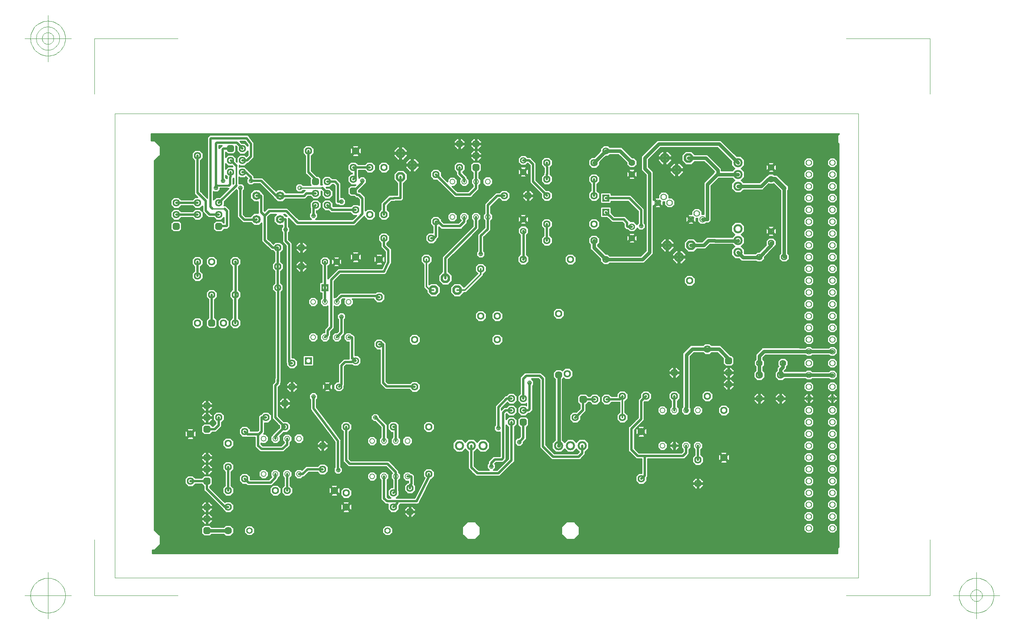
<source format=gbr>
G04 Generated by Ultiboard 10.0 *
%FSLAX25Y25*%
%MOIN*%

%ADD25C,0.03000*%
%ADD26C,0.01394*%
%ADD23C,0.00004*%
%ADD24C,0.02000*%
%ADD44C,0.01100*%
%ADD45C,0.01500*%
%ADD27C,0.01000*%
%ADD14C,0.04000*%
%ADD22C,0.00394*%
%ADD28C,0.03937X0.02362*%
%ADD29C,0.06334X0.03500*%
%ADD30C,0.05500X0.04000*%
%ADD42C,0.05400X0.04000*%
%ADD31C,0.08334X0.04333*%
%ADD33C,0.04900X0.03500*%
%ADD34C,0.05512X0.03150*%
%ADD36C,0.05906X0.03543*%
%ADD37R,0.05906X0.05906X0.03543*%
%ADD38R,0.02083X0.02083X0.03917*%
%ADD18C,0.03917*%
%ADD39C,0.07166X0.03500*%
%ADD40C,0.07834X0.04667*%
%ADD41C,0.05337X0.03937*%


G04 ColorRGB 0000FF for the following layer *
%LNCopper Bottom*%
%LPD*%
%FSLAX25Y25*%
%MOIN*%
G54D25*
X512000Y368000D02*
X461000Y368000D01*
X511771Y194029D02*
X489305Y194029D01*
X501969Y304134D02*
X501835Y304000D01*
X501969Y333722D02*
X501969Y304134D01*
X510800Y342554D02*
X501969Y333722D01*
X500673Y356000D02*
X510800Y345873D01*
X501835Y304000D02*
X498000Y304000D01*
X508291Y286000D02*
X503000Y286000D01*
X503000Y286000D02*
X499000Y282000D01*
X96500Y40000D02*
X78000Y40000D01*
X376097Y171903D02*
X376000Y172000D01*
X376097Y112097D02*
X376000Y112000D01*
X376097Y171903D02*
X376097Y112097D01*
X484252Y188976D02*
X484252Y144685D01*
X489305Y194029D02*
X484252Y188976D01*
X484000Y144433D02*
X484000Y142000D01*
X484252Y144685D02*
X484000Y144433D01*
X447000Y270000D02*
X416000Y270000D01*
X416000Y270089D02*
X405933Y280156D01*
X405933Y280156D02*
X405933Y285933D01*
X405933Y285933D02*
X406000Y286000D01*
X407480Y353583D02*
X407480Y353480D01*
X407480Y353480D02*
X406000Y352000D01*
X414133Y360236D02*
X407480Y353583D01*
X428036Y362036D02*
X416036Y362036D01*
X414236Y360236D02*
X414133Y360236D01*
X416036Y362036D02*
X414236Y360236D01*
X438000Y352072D02*
X428036Y362036D01*
X438000Y352072D02*
X438000Y352000D01*
X453000Y276000D02*
X453000Y343000D01*
X447000Y270000D02*
X453000Y276000D01*
X499000Y282000D02*
X488000Y282000D01*
X453000Y343000D02*
X449000Y347000D01*
X449000Y356000D02*
X449000Y347000D01*
X461000Y368000D02*
X449000Y356000D01*
X500673Y356000D02*
X486000Y356000D01*
X587940Y172060D02*
X564317Y172060D01*
X564000Y176600D02*
X566000Y178600D01*
X566000Y178600D02*
X566000Y182300D01*
X549950Y192050D02*
X579000Y192050D01*
X520000Y185800D02*
X511771Y194029D01*
X545960Y188060D02*
X545960Y172040D01*
X545960Y188060D02*
X549950Y192050D01*
X520000Y185800D02*
X520000Y184000D01*
X545960Y172040D02*
X546000Y172000D01*
X564000Y176600D02*
X564000Y172000D01*
X603000Y172000D02*
X588000Y172000D01*
X587940Y172060D02*
X588000Y172000D01*
X607961Y172000D02*
X603000Y172000D01*
X579000Y192000D02*
X603000Y192000D01*
X607961Y192000D02*
X603000Y192000D01*
X567050Y330450D02*
X567050Y272250D01*
X543307Y271654D02*
X532293Y271654D01*
X527867Y285867D02*
X508424Y285867D01*
X527867Y285867D02*
X528000Y286000D01*
X532293Y271654D02*
X528000Y275947D01*
X556000Y282013D02*
X546100Y272113D01*
X556000Y282013D02*
X556000Y284000D01*
X545804Y271654D02*
X543307Y271654D01*
X547613Y332061D02*
X529896Y332061D01*
X510800Y345873D02*
X510800Y342554D01*
X523088Y342070D02*
X511085Y342070D01*
X511085Y342070D02*
X510700Y342454D01*
X529896Y332061D02*
X529835Y332000D01*
X529835Y332000D02*
X528000Y332000D01*
X523157Y342000D02*
X523088Y342070D01*
X528000Y342000D02*
X523157Y342000D01*
X528000Y352000D02*
X512000Y368000D01*
X553709Y338157D02*
X547613Y332061D01*
X556000Y338157D02*
X553709Y338157D01*
G54D26*
X499349Y352803D02*
X507603Y344549D01*
X507603Y344549D02*
X507603Y343878D01*
X507603Y343878D02*
X504471Y340746D01*
X504471Y340746D02*
X498418Y340746D01*
X498418Y340746D02*
X498418Y352803D01*
X498418Y352803D02*
X499349Y352803D01*
G36*
X499349Y352803D02*
X507603Y344549D01*
X507603Y343878D01*
X504471Y340746D01*
X498418Y340746D01*
X498418Y352803D01*
X499349Y352803D01*
G37*
X499349Y352803D02*
X507603Y344549D01*
X507603Y344549D02*
X507603Y343878D01*
X507603Y343878D02*
X504471Y340746D01*
X504471Y340746D02*
X498418Y340746D01*
X498418Y340746D02*
X498418Y352803D01*
X498418Y352803D02*
X499349Y352803D01*
X498418Y376303D02*
X513324Y376303D01*
X513324Y376303D02*
X513324Y371197D01*
X513324Y371197D02*
X498418Y371197D01*
X498418Y371197D02*
X498418Y376303D01*
G36*
X498418Y376303D02*
X513324Y376303D01*
X513324Y371197D01*
X498418Y371197D01*
X498418Y376303D01*
G37*
X498418Y376303D02*
X513324Y376303D01*
X513324Y376303D02*
X513324Y371197D01*
X513324Y371197D02*
X498418Y371197D01*
X498418Y371197D02*
X498418Y376303D01*
X504471Y340746D02*
X498772Y335047D01*
X498772Y335047D02*
X498772Y326926D01*
X498772Y326926D02*
X498418Y326926D01*
X498418Y326926D02*
X498418Y340746D01*
X498418Y340746D02*
X504471Y340746D01*
G36*
X504471Y340746D02*
X498772Y335047D01*
X498772Y326926D01*
X498418Y326926D01*
X498418Y340746D01*
X504471Y340746D01*
G37*
X504471Y340746D02*
X498772Y335047D01*
X498772Y335047D02*
X498772Y326926D01*
X498772Y326926D02*
X498418Y326926D01*
X498418Y326926D02*
X498418Y340746D01*
X498418Y340746D02*
X504471Y340746D01*
X501997Y359197D02*
X498418Y359197D01*
X498418Y359197D02*
X498418Y364803D01*
X498418Y364803D02*
X510676Y364803D01*
X510676Y364803D02*
X513324Y362155D01*
X513324Y362155D02*
X513324Y347870D01*
X513324Y347870D02*
X501997Y359197D01*
G36*
X501997Y359197D02*
X498418Y359197D01*
X498418Y364803D01*
X510676Y364803D01*
X513324Y362155D01*
X513324Y347870D01*
X501997Y359197D01*
G37*
X501997Y359197D02*
X498418Y359197D01*
X498418Y359197D02*
X498418Y364803D01*
X498418Y364803D02*
X510676Y364803D01*
X510676Y364803D02*
X513324Y362155D01*
X513324Y362155D02*
X513324Y347870D01*
X513324Y347870D02*
X501997Y359197D01*
X523258Y338803D02*
X525061Y337000D01*
X525061Y337000D02*
X522386Y334325D01*
X522386Y334325D02*
X522386Y329675D01*
X522386Y329675D02*
X525134Y326926D01*
X525134Y326926D02*
X505165Y326926D01*
X505165Y326926D02*
X505165Y332398D01*
X505165Y332398D02*
X511640Y338873D01*
X511640Y338873D02*
X521764Y338873D01*
X521764Y338873D02*
X521833Y338803D01*
X521833Y338803D02*
X523258Y338803D01*
G36*
X523258Y338803D02*
X525061Y337000D01*
X522386Y334325D01*
X522386Y329675D01*
X525134Y326926D01*
X505165Y326926D01*
X505165Y332398D01*
X511640Y338873D01*
X521764Y338873D01*
X521833Y338803D01*
X523258Y338803D01*
G37*
X523258Y338803D02*
X525061Y337000D01*
X525061Y337000D02*
X522386Y334325D01*
X522386Y334325D02*
X522386Y329675D01*
X522386Y329675D02*
X525134Y326926D01*
X525134Y326926D02*
X505165Y326926D01*
X505165Y326926D02*
X505165Y332398D01*
X505165Y332398D02*
X511640Y338873D01*
X511640Y338873D02*
X521764Y338873D01*
X521764Y338873D02*
X521833Y338803D01*
X521833Y338803D02*
X523258Y338803D01*
X543246Y268457D02*
X544156Y267547D01*
X544156Y267547D02*
X544631Y267547D01*
X544631Y267547D02*
X544631Y223385D01*
X544631Y223385D02*
X498418Y223385D01*
X498418Y223385D02*
X498418Y275156D01*
X498418Y275156D02*
X522386Y275156D01*
X522386Y275156D02*
X522386Y273675D01*
X522386Y273675D02*
X525675Y270386D01*
X525675Y270386D02*
X529040Y270386D01*
X529040Y270386D02*
X530969Y268457D01*
X530969Y268457D02*
X543246Y268457D01*
G36*
X543246Y268457D02*
X544156Y267547D01*
X544631Y267547D01*
X544631Y223385D01*
X498418Y223385D01*
X498418Y275156D01*
X522386Y275156D01*
X522386Y273675D01*
X525675Y270386D01*
X529040Y270386D01*
X530969Y268457D01*
X543246Y268457D01*
G37*
X543246Y268457D02*
X544156Y267547D01*
X544156Y267547D02*
X544631Y267547D01*
X544631Y267547D02*
X544631Y223385D01*
X544631Y223385D02*
X498418Y223385D01*
X498418Y223385D02*
X498418Y275156D01*
X498418Y275156D02*
X522386Y275156D01*
X522386Y275156D02*
X522386Y273675D01*
X522386Y273675D02*
X525675Y270386D01*
X525675Y270386D02*
X529040Y270386D01*
X529040Y270386D02*
X530969Y268457D01*
X530969Y268457D02*
X543246Y268457D01*
X505653Y197226D02*
X504015Y198864D01*
X504015Y198864D02*
X499985Y198864D01*
X499985Y198864D02*
X498418Y197297D01*
X498418Y197297D02*
X498418Y223385D01*
X498418Y223385D02*
X518676Y223385D01*
X518676Y223385D02*
X518676Y195428D01*
X518676Y195428D02*
X514893Y195428D01*
X514893Y195428D02*
X513095Y197226D01*
X513095Y197226D02*
X505653Y197226D01*
G36*
X505653Y197226D02*
X504015Y198864D01*
X499985Y198864D01*
X498418Y197297D01*
X498418Y223385D01*
X518676Y223385D01*
X518676Y195428D01*
X514893Y195428D01*
X513095Y197226D01*
X505653Y197226D01*
G37*
X505653Y197226D02*
X504015Y198864D01*
X504015Y198864D02*
X499985Y198864D01*
X499985Y198864D02*
X498418Y197297D01*
X498418Y197297D02*
X498418Y223385D01*
X498418Y223385D02*
X518676Y223385D01*
X518676Y223385D02*
X518676Y195428D01*
X518676Y195428D02*
X514893Y195428D01*
X514893Y195428D02*
X513095Y197226D01*
X513095Y197226D02*
X505653Y197226D01*
X498418Y190703D02*
X499985Y189136D01*
X499985Y189136D02*
X504015Y189136D01*
X504015Y189136D02*
X505711Y190832D01*
X505711Y190832D02*
X510447Y190832D01*
X510447Y190832D02*
X515303Y185976D01*
X515303Y185976D02*
X515303Y181444D01*
X515303Y181444D02*
X517444Y179303D01*
X517444Y179303D02*
X518676Y179303D01*
X518676Y179303D02*
X518676Y178864D01*
X518676Y178864D02*
X517985Y178864D01*
X517985Y178864D02*
X515136Y176015D01*
X515136Y176015D02*
X515136Y174504D01*
X515136Y174504D02*
X518676Y174504D01*
X518676Y174504D02*
X518676Y173496D01*
X518676Y173496D02*
X515136Y173496D01*
X515136Y173496D02*
X515136Y171985D01*
X515136Y171985D02*
X515507Y171615D01*
X515507Y171615D02*
X498418Y171615D01*
X498418Y171615D02*
X498418Y190703D01*
G36*
X498418Y190703D02*
X499985Y189136D01*
X504015Y189136D01*
X505711Y190832D01*
X510447Y190832D01*
X515303Y185976D01*
X515303Y181444D01*
X517444Y179303D01*
X518676Y179303D01*
X518676Y178864D01*
X517985Y178864D01*
X515136Y176015D01*
X515136Y174504D01*
X518676Y174504D01*
X518676Y173496D01*
X515136Y173496D01*
X515136Y171985D01*
X515507Y171615D01*
X498418Y171615D01*
X498418Y190703D01*
G37*
X498418Y190703D02*
X499985Y189136D01*
X499985Y189136D02*
X504015Y189136D01*
X504015Y189136D02*
X505711Y190832D01*
X505711Y190832D02*
X510447Y190832D01*
X510447Y190832D02*
X515303Y185976D01*
X515303Y185976D02*
X515303Y181444D01*
X515303Y181444D02*
X517444Y179303D01*
X517444Y179303D02*
X518676Y179303D01*
X518676Y179303D02*
X518676Y178864D01*
X518676Y178864D02*
X517985Y178864D01*
X517985Y178864D02*
X515136Y176015D01*
X515136Y176015D02*
X515136Y174504D01*
X515136Y174504D02*
X518676Y174504D01*
X518676Y174504D02*
X518676Y173496D01*
X518676Y173496D02*
X515136Y173496D01*
X515136Y173496D02*
X515136Y171985D01*
X515136Y171985D02*
X515507Y171615D01*
X515507Y171615D02*
X498418Y171615D01*
X498418Y171615D02*
X498418Y190703D01*
X517985Y168864D02*
X515136Y166015D01*
X515136Y166015D02*
X515136Y164504D01*
X515136Y164504D02*
X517985Y164504D01*
X517985Y164504D02*
X517985Y163496D01*
X517985Y163496D02*
X515136Y163496D01*
X515136Y163496D02*
X515136Y161985D01*
X515136Y161985D02*
X498418Y161985D01*
X498418Y161985D02*
X498418Y171615D01*
X498418Y171615D02*
X515507Y171615D01*
X515507Y171615D02*
X517985Y169136D01*
X517985Y169136D02*
X517985Y168864D01*
G36*
X517985Y168864D02*
X515136Y166015D01*
X515136Y164504D01*
X517985Y164504D01*
X517985Y163496D01*
X515136Y163496D01*
X515136Y161985D01*
X498418Y161985D01*
X498418Y171615D01*
X515507Y171615D01*
X517985Y169136D01*
X517985Y168864D01*
G37*
X517985Y168864D02*
X515136Y166015D01*
X515136Y166015D02*
X515136Y164504D01*
X515136Y164504D02*
X517985Y164504D01*
X517985Y164504D02*
X517985Y163496D01*
X517985Y163496D02*
X515136Y163496D01*
X515136Y163496D02*
X515136Y161985D01*
X515136Y161985D02*
X498418Y161985D01*
X498418Y161985D02*
X498418Y171615D01*
X498418Y171615D02*
X515507Y171615D01*
X515507Y171615D02*
X517985Y169136D01*
X517985Y169136D02*
X517985Y168864D01*
X506864Y155428D02*
X506864Y156015D01*
X506864Y156015D02*
X504015Y158864D01*
X504015Y158864D02*
X499985Y158864D01*
X499985Y158864D02*
X498418Y157297D01*
X498418Y157297D02*
X498418Y161985D01*
X498418Y161985D02*
X515136Y161985D01*
X515136Y161985D02*
X517985Y159136D01*
X517985Y159136D02*
X519496Y159136D01*
X519496Y159136D02*
X519496Y161985D01*
X519496Y161985D02*
X520504Y161985D01*
X520504Y161985D02*
X520504Y159136D01*
X520504Y159136D02*
X522015Y159136D01*
X522015Y159136D02*
X522015Y155428D01*
X522015Y155428D02*
X506864Y155428D01*
G36*
X506864Y155428D02*
X506864Y156015D01*
X504015Y158864D01*
X499985Y158864D01*
X498418Y157297D01*
X498418Y161985D01*
X515136Y161985D01*
X517985Y159136D01*
X519496Y159136D01*
X519496Y161985D01*
X520504Y161985D01*
X520504Y159136D01*
X522015Y159136D01*
X522015Y155428D01*
X506864Y155428D01*
G37*
X506864Y155428D02*
X506864Y156015D01*
X506864Y156015D02*
X504015Y158864D01*
X504015Y158864D02*
X499985Y158864D01*
X499985Y158864D02*
X498418Y157297D01*
X498418Y157297D02*
X498418Y161985D01*
X498418Y161985D02*
X515136Y161985D01*
X515136Y161985D02*
X517985Y159136D01*
X517985Y159136D02*
X519496Y159136D01*
X519496Y159136D02*
X519496Y161985D01*
X519496Y161985D02*
X520504Y161985D01*
X520504Y161985D02*
X520504Y159136D01*
X520504Y159136D02*
X522015Y159136D01*
X522015Y159136D02*
X522015Y155428D01*
X522015Y155428D02*
X506864Y155428D01*
X504864Y149985D02*
X506864Y151985D01*
X506864Y151985D02*
X506864Y155428D01*
X506864Y155428D02*
X522015Y155428D01*
X522015Y155428D02*
X522015Y149985D01*
X522015Y149985D02*
X504864Y149985D01*
G36*
X504864Y149985D02*
X506864Y151985D01*
X506864Y155428D01*
X522015Y155428D01*
X522015Y149985D01*
X504864Y149985D01*
G37*
X504864Y149985D02*
X506864Y151985D01*
X506864Y151985D02*
X506864Y155428D01*
X506864Y155428D02*
X522015Y155428D01*
X522015Y155428D02*
X522015Y149985D01*
X522015Y149985D02*
X504864Y149985D01*
X499136Y149985D02*
X499985Y149136D01*
X499985Y149136D02*
X504015Y149136D01*
X504015Y149136D02*
X504864Y149985D01*
X504864Y149985D02*
X517428Y149985D01*
X517428Y149985D02*
X517428Y146864D01*
X517428Y146864D02*
X513985Y146864D01*
X513985Y146864D02*
X511136Y144015D01*
X511136Y144015D02*
X511136Y139985D01*
X511136Y139985D02*
X513985Y137136D01*
X513985Y137136D02*
X517428Y137136D01*
X517428Y137136D02*
X517428Y119844D01*
X517428Y119844D02*
X498418Y119844D01*
X498418Y119844D02*
X498418Y149985D01*
X498418Y149985D02*
X499136Y149985D01*
G36*
X499136Y149985D02*
X499985Y149136D01*
X504015Y149136D01*
X504864Y149985D01*
X517428Y149985D01*
X517428Y146864D01*
X513985Y146864D01*
X511136Y144015D01*
X511136Y139985D01*
X513985Y137136D01*
X517428Y137136D01*
X517428Y119844D01*
X498418Y119844D01*
X498418Y149985D01*
X499136Y149985D01*
G37*
X499136Y149985D02*
X499985Y149136D01*
X499985Y149136D02*
X504015Y149136D01*
X504015Y149136D02*
X504864Y149985D01*
X504864Y149985D02*
X517428Y149985D01*
X517428Y149985D02*
X517428Y146864D01*
X517428Y146864D02*
X513985Y146864D01*
X513985Y146864D02*
X511136Y144015D01*
X511136Y144015D02*
X511136Y139985D01*
X511136Y139985D02*
X513985Y137136D01*
X513985Y137136D02*
X517428Y137136D01*
X517428Y137136D02*
X517428Y119844D01*
X517428Y119844D02*
X498418Y119844D01*
X498418Y119844D02*
X498418Y149985D01*
X498418Y149985D02*
X499136Y149985D01*
X498864Y98205D02*
X498864Y102015D01*
X498864Y102015D02*
X498418Y102460D01*
X498418Y102460D02*
X498418Y119844D01*
X498418Y119844D02*
X512205Y119844D01*
X512205Y119844D02*
X512205Y105083D01*
X512205Y105083D02*
X511136Y104015D01*
X511136Y104015D02*
X511136Y99985D01*
X511136Y99985D02*
X512205Y98917D01*
X512205Y98917D02*
X512205Y98205D01*
X512205Y98205D02*
X498864Y98205D01*
G36*
X498864Y98205D02*
X498864Y102015D01*
X498418Y102460D01*
X498418Y119844D01*
X512205Y119844D01*
X512205Y105083D01*
X511136Y104015D01*
X511136Y99985D01*
X512205Y98917D01*
X512205Y98205D01*
X498864Y98205D01*
G37*
X498864Y98205D02*
X498864Y102015D01*
X498864Y102015D02*
X498418Y102460D01*
X498418Y102460D02*
X498418Y119844D01*
X498418Y119844D02*
X512205Y119844D01*
X512205Y119844D02*
X512205Y105083D01*
X512205Y105083D02*
X511136Y104015D01*
X511136Y104015D02*
X511136Y99985D01*
X511136Y99985D02*
X512205Y98917D01*
X512205Y98917D02*
X512205Y98205D01*
X512205Y98205D02*
X498864Y98205D01*
X498418Y80504D02*
X498864Y80504D01*
X498864Y80504D02*
X498864Y82015D01*
X498864Y82015D02*
X498418Y82460D01*
X498418Y82460D02*
X498418Y97540D01*
X498418Y97540D02*
X498864Y97985D01*
X498864Y97985D02*
X498864Y98205D01*
X498864Y98205D02*
X512917Y98205D01*
X512917Y98205D02*
X513985Y97136D01*
X513985Y97136D02*
X518015Y97136D01*
X518015Y97136D02*
X519083Y98205D01*
X519083Y98205D02*
X519795Y98205D01*
X519795Y98205D02*
X519795Y68074D01*
X519795Y68074D02*
X498418Y68074D01*
X498418Y68074D02*
X498418Y77540D01*
X498418Y77540D02*
X498864Y77985D01*
X498864Y77985D02*
X498864Y79496D01*
X498864Y79496D02*
X498418Y79496D01*
X498418Y79496D02*
X498418Y80504D01*
G36*
X498418Y80504D02*
X498864Y80504D01*
X498864Y82015D01*
X498418Y82460D01*
X498418Y97540D01*
X498864Y97985D01*
X498864Y98205D01*
X512917Y98205D01*
X513985Y97136D01*
X518015Y97136D01*
X519083Y98205D01*
X519795Y98205D01*
X519795Y68074D01*
X498418Y68074D01*
X498418Y77540D01*
X498864Y77985D01*
X498864Y79496D01*
X498418Y79496D01*
X498418Y80504D01*
G37*
X498418Y80504D02*
X498864Y80504D01*
X498864Y80504D02*
X498864Y82015D01*
X498864Y82015D02*
X498418Y82460D01*
X498418Y82460D02*
X498418Y97540D01*
X498418Y97540D02*
X498864Y97985D01*
X498864Y97985D02*
X498864Y98205D01*
X498864Y98205D02*
X512917Y98205D01*
X512917Y98205D02*
X513985Y97136D01*
X513985Y97136D02*
X518015Y97136D01*
X518015Y97136D02*
X519083Y98205D01*
X519083Y98205D02*
X519795Y98205D01*
X519795Y98205D02*
X519795Y68074D01*
X519795Y68074D02*
X498418Y68074D01*
X498418Y68074D02*
X498418Y77540D01*
X498418Y77540D02*
X498864Y77985D01*
X498864Y77985D02*
X498864Y79496D01*
X498864Y79496D02*
X498418Y79496D01*
X498418Y79496D02*
X498418Y80504D01*
X557057Y20697D02*
X498418Y20697D01*
X498418Y20697D02*
X498418Y68074D01*
X498418Y68074D02*
X557057Y68074D01*
X557057Y68074D02*
X557057Y20697D01*
G36*
X557057Y20697D02*
X498418Y20697D01*
X498418Y68074D01*
X557057Y68074D01*
X557057Y20697D01*
G37*
X557057Y20697D02*
X498418Y20697D01*
X498418Y20697D02*
X498418Y68074D01*
X498418Y68074D02*
X557057Y68074D01*
X557057Y68074D02*
X557057Y20697D01*
X525134Y326926D02*
X525675Y326386D01*
X525675Y326386D02*
X529191Y326386D01*
X529191Y326386D02*
X529191Y305324D01*
X529191Y305324D02*
X505165Y305324D01*
X505165Y305324D02*
X505165Y326926D01*
X505165Y326926D02*
X525134Y326926D01*
G36*
X525134Y326926D02*
X525675Y326386D01*
X529191Y326386D01*
X529191Y305324D01*
X505165Y305324D01*
X505165Y326926D01*
X525134Y326926D01*
G37*
X525134Y326926D02*
X525675Y326386D01*
X525675Y326386D02*
X529191Y326386D01*
X529191Y326386D02*
X529191Y305324D01*
X529191Y305324D02*
X505165Y305324D01*
X505165Y305324D02*
X505165Y326926D01*
X505165Y326926D02*
X525134Y326926D01*
X498418Y299603D02*
X499821Y299603D01*
X499821Y299603D02*
X501021Y300803D01*
X501021Y300803D02*
X503159Y300803D01*
X503159Y300803D02*
X505165Y302810D01*
X505165Y302810D02*
X505165Y305324D01*
X505165Y305324D02*
X529191Y305324D01*
X529191Y305324D02*
X529191Y301614D01*
X529191Y301614D02*
X525675Y301614D01*
X525675Y301614D02*
X522386Y298325D01*
X522386Y298325D02*
X522386Y293675D01*
X522386Y293675D02*
X525061Y291000D01*
X525061Y291000D02*
X523125Y289064D01*
X523125Y289064D02*
X509748Y289064D01*
X509748Y289064D02*
X509616Y289197D01*
X509616Y289197D02*
X501676Y289197D01*
X501676Y289197D02*
X499803Y287324D01*
X499803Y287324D02*
X498418Y287324D01*
X498418Y287324D02*
X498418Y299603D01*
G36*
X498418Y299603D02*
X499821Y299603D01*
X501021Y300803D01*
X503159Y300803D01*
X505165Y302810D01*
X505165Y305324D01*
X529191Y305324D01*
X529191Y301614D01*
X525675Y301614D01*
X522386Y298325D01*
X522386Y293675D01*
X525061Y291000D01*
X523125Y289064D01*
X509748Y289064D01*
X509616Y289197D01*
X501676Y289197D01*
X499803Y287324D01*
X498418Y287324D01*
X498418Y299603D01*
G37*
X498418Y299603D02*
X499821Y299603D01*
X499821Y299603D02*
X501021Y300803D01*
X501021Y300803D02*
X503159Y300803D01*
X503159Y300803D02*
X505165Y302810D01*
X505165Y302810D02*
X505165Y305324D01*
X505165Y305324D02*
X529191Y305324D01*
X529191Y305324D02*
X529191Y301614D01*
X529191Y301614D02*
X525675Y301614D01*
X525675Y301614D02*
X522386Y298325D01*
X522386Y298325D02*
X522386Y293675D01*
X522386Y293675D02*
X525061Y291000D01*
X525061Y291000D02*
X523125Y289064D01*
X523125Y289064D02*
X509748Y289064D01*
X509748Y289064D02*
X509616Y289197D01*
X509616Y289197D02*
X501676Y289197D01*
X501676Y289197D02*
X499803Y287324D01*
X499803Y287324D02*
X498418Y287324D01*
X498418Y287324D02*
X498418Y299603D01*
X523390Y282670D02*
X525061Y281000D01*
X525061Y281000D02*
X522386Y278325D01*
X522386Y278325D02*
X522386Y275156D01*
X522386Y275156D02*
X498418Y275156D01*
X498418Y275156D02*
X498418Y278803D01*
X498418Y278803D02*
X500324Y278803D01*
X500324Y278803D02*
X504324Y282803D01*
X504324Y282803D02*
X506967Y282803D01*
X506967Y282803D02*
X507100Y282670D01*
X507100Y282670D02*
X523390Y282670D01*
G36*
X523390Y282670D02*
X525061Y281000D01*
X522386Y278325D01*
X522386Y275156D01*
X498418Y275156D01*
X498418Y278803D01*
X500324Y278803D01*
X504324Y282803D01*
X506967Y282803D01*
X507100Y282670D01*
X523390Y282670D01*
G37*
X523390Y282670D02*
X525061Y281000D01*
X525061Y281000D02*
X522386Y278325D01*
X522386Y278325D02*
X522386Y275156D01*
X522386Y275156D02*
X498418Y275156D01*
X498418Y275156D02*
X498418Y278803D01*
X498418Y278803D02*
X500324Y278803D01*
X500324Y278803D02*
X504324Y282803D01*
X504324Y282803D02*
X506967Y282803D01*
X506967Y282803D02*
X507100Y282670D01*
X507100Y282670D02*
X523390Y282670D01*
X244429Y376303D02*
X263861Y376303D01*
X263861Y376303D02*
X263861Y357571D01*
X263861Y357571D02*
X247864Y357571D01*
X247864Y357571D02*
X247864Y359393D01*
X247864Y359393D02*
X244429Y359393D01*
X244429Y359393D02*
X244429Y360607D01*
X244429Y360607D02*
X247864Y360607D01*
X247864Y360607D02*
X247864Y362429D01*
X247864Y362429D02*
X244429Y365864D01*
X244429Y365864D02*
X244429Y376303D01*
G36*
X244429Y376303D02*
X263861Y376303D01*
X263861Y357571D01*
X247864Y357571D01*
X247864Y359393D01*
X244429Y359393D01*
X244429Y360607D01*
X247864Y360607D01*
X247864Y362429D01*
X244429Y365864D01*
X244429Y376303D01*
G37*
X244429Y376303D02*
X263861Y376303D01*
X263861Y376303D02*
X263861Y357571D01*
X263861Y357571D02*
X247864Y357571D01*
X247864Y357571D02*
X247864Y359393D01*
X247864Y359393D02*
X244429Y359393D01*
X244429Y359393D02*
X244429Y360607D01*
X244429Y360607D02*
X247864Y360607D01*
X247864Y360607D02*
X247864Y362429D01*
X247864Y362429D02*
X244429Y365864D01*
X244429Y365864D02*
X244429Y376303D01*
X254429Y355864D02*
X252607Y355864D01*
X252607Y355864D02*
X252607Y350607D01*
X252607Y350607D02*
X254429Y350607D01*
X254429Y350607D02*
X254429Y349393D01*
X254429Y349393D02*
X252607Y349393D01*
X252607Y349393D02*
X252607Y347571D01*
X252607Y347571D02*
X251393Y347571D01*
X251393Y347571D02*
X251393Y349393D01*
X251393Y349393D02*
X249571Y349393D01*
X249571Y349393D02*
X249571Y350607D01*
X249571Y350607D02*
X251393Y350607D01*
X251393Y350607D02*
X251393Y355864D01*
X251393Y355864D02*
X249571Y355864D01*
X249571Y355864D02*
X249571Y357571D01*
X249571Y357571D02*
X254429Y357571D01*
X254429Y357571D02*
X254429Y355864D01*
G36*
X254429Y355864D02*
X252607Y355864D01*
X252607Y350607D01*
X254429Y350607D01*
X254429Y349393D01*
X252607Y349393D01*
X252607Y347571D01*
X251393Y347571D01*
X251393Y349393D01*
X249571Y349393D01*
X249571Y350607D01*
X251393Y350607D01*
X251393Y355864D01*
X249571Y355864D01*
X249571Y357571D01*
X254429Y357571D01*
X254429Y355864D01*
G37*
X254429Y355864D02*
X252607Y355864D01*
X252607Y355864D02*
X252607Y350607D01*
X252607Y350607D02*
X254429Y350607D01*
X254429Y350607D02*
X254429Y349393D01*
X254429Y349393D02*
X252607Y349393D01*
X252607Y349393D02*
X252607Y347571D01*
X252607Y347571D02*
X251393Y347571D01*
X251393Y347571D02*
X251393Y349393D01*
X251393Y349393D02*
X249571Y349393D01*
X249571Y349393D02*
X249571Y350607D01*
X249571Y350607D02*
X251393Y350607D01*
X251393Y350607D02*
X251393Y355864D01*
X251393Y355864D02*
X249571Y355864D01*
X249571Y355864D02*
X249571Y357571D01*
X249571Y357571D02*
X254429Y357571D01*
X254429Y357571D02*
X254429Y355864D01*
X246136Y347571D02*
X249571Y344136D01*
X249571Y344136D02*
X251393Y344136D01*
X251393Y344136D02*
X251393Y347571D01*
X251393Y347571D02*
X252607Y347571D01*
X252607Y347571D02*
X252607Y344136D01*
X252607Y344136D02*
X254429Y344136D01*
X254429Y344136D02*
X257864Y347571D01*
X257864Y347571D02*
X263861Y347571D01*
X263861Y347571D02*
X263861Y337731D01*
X263861Y337731D02*
X247864Y337731D01*
X247864Y337731D02*
X247864Y342429D01*
X247864Y342429D02*
X244429Y345864D01*
X244429Y345864D02*
X239571Y345864D01*
X239571Y345864D02*
X236136Y342429D01*
X236136Y342429D02*
X236136Y337731D01*
X236136Y337731D02*
X229428Y337731D01*
X229428Y337731D02*
X229428Y343136D01*
X229428Y343136D02*
X230015Y343136D01*
X230015Y343136D02*
X232864Y345985D01*
X232864Y345985D02*
X232864Y347571D01*
X232864Y347571D02*
X246136Y347571D01*
G36*
X246136Y347571D02*
X249571Y344136D01*
X251393Y344136D01*
X251393Y347571D01*
X252607Y347571D01*
X252607Y344136D01*
X254429Y344136D01*
X257864Y347571D01*
X263861Y347571D01*
X263861Y337731D01*
X247864Y337731D01*
X247864Y342429D01*
X244429Y345864D01*
X239571Y345864D01*
X236136Y342429D01*
X236136Y337731D01*
X229428Y337731D01*
X229428Y343136D01*
X230015Y343136D01*
X232864Y345985D01*
X232864Y347571D01*
X246136Y347571D01*
G37*
X246136Y347571D02*
X249571Y344136D01*
X249571Y344136D02*
X251393Y344136D01*
X251393Y344136D02*
X251393Y347571D01*
X251393Y347571D02*
X252607Y347571D01*
X252607Y347571D02*
X252607Y344136D01*
X252607Y344136D02*
X254429Y344136D01*
X254429Y344136D02*
X257864Y347571D01*
X257864Y347571D02*
X263861Y347571D01*
X263861Y347571D02*
X263861Y337731D01*
X263861Y337731D02*
X247864Y337731D01*
X247864Y337731D02*
X247864Y342429D01*
X247864Y342429D02*
X244429Y345864D01*
X244429Y345864D02*
X239571Y345864D01*
X239571Y345864D02*
X236136Y342429D01*
X236136Y342429D02*
X236136Y337731D01*
X236136Y337731D02*
X229428Y337731D01*
X229428Y337731D02*
X229428Y343136D01*
X229428Y343136D02*
X230015Y343136D01*
X230015Y343136D02*
X232864Y345985D01*
X232864Y345985D02*
X232864Y347571D01*
X232864Y347571D02*
X246136Y347571D01*
X244697Y334404D02*
X247864Y337571D01*
X247864Y337571D02*
X247864Y337731D01*
X247864Y337731D02*
X263861Y337731D01*
X263861Y337731D02*
X263861Y326926D01*
X263861Y326926D02*
X244697Y326926D01*
X244697Y326926D02*
X244697Y334404D01*
G36*
X244697Y334404D02*
X247864Y337571D01*
X247864Y337731D01*
X263861Y337731D01*
X263861Y326926D01*
X244697Y326926D01*
X244697Y334404D01*
G37*
X244697Y334404D02*
X247864Y337571D01*
X247864Y337571D02*
X247864Y337731D01*
X247864Y337731D02*
X263861Y337731D01*
X263861Y337731D02*
X263861Y326926D01*
X263861Y326926D02*
X244697Y326926D01*
X244697Y326926D02*
X244697Y334404D01*
X263861Y290739D02*
X263136Y290015D01*
X263136Y290015D02*
X263136Y285985D01*
X263136Y285985D02*
X263861Y285261D01*
X263861Y285261D02*
X263861Y275156D01*
X263861Y275156D02*
X243117Y275156D01*
X243117Y275156D02*
X243117Y319303D01*
X243117Y319303D02*
X244697Y320883D01*
X244697Y320883D02*
X244697Y326926D01*
X244697Y326926D02*
X263861Y326926D01*
X263861Y326926D02*
X263861Y290739D01*
G36*
X263861Y290739D02*
X263136Y290015D01*
X263136Y285985D01*
X263861Y285261D01*
X263861Y275156D01*
X243117Y275156D01*
X243117Y319303D01*
X244697Y320883D01*
X244697Y326926D01*
X263861Y326926D01*
X263861Y290739D01*
G37*
X263861Y290739D02*
X263136Y290015D01*
X263136Y290015D02*
X263136Y285985D01*
X263136Y285985D02*
X263861Y285261D01*
X263861Y285261D02*
X263861Y275156D01*
X263861Y275156D02*
X243117Y275156D01*
X243117Y275156D02*
X243117Y319303D01*
X243117Y319303D02*
X244697Y320883D01*
X244697Y320883D02*
X244697Y326926D01*
X244697Y326926D02*
X263861Y326926D01*
X263861Y326926D02*
X263861Y290739D01*
X263861Y274864D02*
X261985Y274864D01*
X261985Y274864D02*
X259136Y272015D01*
X259136Y272015D02*
X259136Y267985D01*
X259136Y267985D02*
X261606Y265515D01*
X261606Y265515D02*
X261606Y246008D01*
X261606Y246008D02*
X263861Y243754D01*
X263861Y243754D02*
X263861Y223385D01*
X263861Y223385D02*
X225117Y223385D01*
X225117Y223385D02*
X225117Y233136D01*
X225117Y233136D02*
X226015Y233136D01*
X226015Y233136D02*
X228864Y235985D01*
X228864Y235985D02*
X228864Y240015D01*
X228864Y240015D02*
X226015Y242864D01*
X226015Y242864D02*
X225117Y242864D01*
X225117Y242864D02*
X225117Y257098D01*
X225117Y257098D02*
X227126Y257098D01*
X227126Y257098D02*
X227555Y256884D01*
X227555Y256884D02*
X228200Y257098D01*
X228200Y257098D02*
X228879Y257098D01*
X228879Y257098D02*
X229219Y257438D01*
X229219Y257438D02*
X229675Y257590D01*
X229675Y257590D02*
X229979Y258198D01*
X229979Y258198D02*
X230459Y258678D01*
X230459Y258678D02*
X230459Y259159D01*
X230459Y259159D02*
X233931Y266103D01*
X233931Y266103D02*
X234412Y266584D01*
X234412Y266584D02*
X234412Y267064D01*
X234412Y267064D02*
X234627Y267494D01*
X234627Y267494D02*
X234412Y268138D01*
X234412Y268138D02*
X234412Y275156D01*
X234412Y275156D02*
X263861Y275156D01*
X263861Y275156D02*
X263861Y274864D01*
G36*
X263861Y274864D02*
X261985Y274864D01*
X259136Y272015D01*
X259136Y267985D01*
X261606Y265515D01*
X261606Y246008D01*
X263861Y243754D01*
X263861Y223385D01*
X225117Y223385D01*
X225117Y233136D01*
X226015Y233136D01*
X228864Y235985D01*
X228864Y240015D01*
X226015Y242864D01*
X225117Y242864D01*
X225117Y257098D01*
X227126Y257098D01*
X227555Y256884D01*
X228200Y257098D01*
X228879Y257098D01*
X229219Y257438D01*
X229675Y257590D01*
X229979Y258198D01*
X230459Y258678D01*
X230459Y259159D01*
X233931Y266103D01*
X234412Y266584D01*
X234412Y267064D01*
X234627Y267494D01*
X234412Y268138D01*
X234412Y275156D01*
X263861Y275156D01*
X263861Y274864D01*
G37*
X263861Y274864D02*
X261985Y274864D01*
X261985Y274864D02*
X259136Y272015D01*
X259136Y272015D02*
X259136Y267985D01*
X259136Y267985D02*
X261606Y265515D01*
X261606Y265515D02*
X261606Y246008D01*
X261606Y246008D02*
X263861Y243754D01*
X263861Y243754D02*
X263861Y223385D01*
X263861Y223385D02*
X225117Y223385D01*
X225117Y223385D02*
X225117Y233136D01*
X225117Y233136D02*
X226015Y233136D01*
X226015Y233136D02*
X228864Y235985D01*
X228864Y235985D02*
X228864Y240015D01*
X228864Y240015D02*
X226015Y242864D01*
X226015Y242864D02*
X225117Y242864D01*
X225117Y242864D02*
X225117Y257098D01*
X225117Y257098D02*
X227126Y257098D01*
X227126Y257098D02*
X227555Y256884D01*
X227555Y256884D02*
X228200Y257098D01*
X228200Y257098D02*
X228879Y257098D01*
X228879Y257098D02*
X229219Y257438D01*
X229219Y257438D02*
X229675Y257590D01*
X229675Y257590D02*
X229979Y258198D01*
X229979Y258198D02*
X230459Y258678D01*
X230459Y258678D02*
X230459Y259159D01*
X230459Y259159D02*
X233931Y266103D01*
X233931Y266103D02*
X234412Y266584D01*
X234412Y266584D02*
X234412Y267064D01*
X234412Y267064D02*
X234627Y267494D01*
X234627Y267494D02*
X234412Y268138D01*
X234412Y268138D02*
X234412Y275156D01*
X234412Y275156D02*
X263861Y275156D01*
X263861Y275156D02*
X263861Y274864D01*
X257996Y199117D02*
X258864Y199985D01*
X258864Y199985D02*
X258864Y204015D01*
X258864Y204015D02*
X256015Y206864D01*
X256015Y206864D02*
X251985Y206864D01*
X251985Y206864D02*
X249136Y204015D01*
X249136Y204015D02*
X249136Y199985D01*
X249136Y199985D02*
X250004Y199117D01*
X250004Y199117D02*
X229894Y199117D01*
X229894Y199117D02*
X228314Y200697D01*
X228314Y200697D02*
X228182Y200697D01*
X228182Y200697D02*
X226015Y202864D01*
X226015Y202864D02*
X221985Y202864D01*
X221985Y202864D02*
X219136Y200015D01*
X219136Y200015D02*
X219136Y199117D01*
X219136Y199117D02*
X205221Y199117D01*
X205221Y199117D02*
X205221Y223385D01*
X205221Y223385D02*
X263861Y223385D01*
X263861Y223385D02*
X263861Y199117D01*
X263861Y199117D02*
X257996Y199117D01*
G36*
X257996Y199117D02*
X258864Y199985D01*
X258864Y204015D01*
X256015Y206864D01*
X251985Y206864D01*
X249136Y204015D01*
X249136Y199985D01*
X250004Y199117D01*
X229894Y199117D01*
X228314Y200697D01*
X228182Y200697D01*
X226015Y202864D01*
X221985Y202864D01*
X219136Y200015D01*
X219136Y199117D01*
X205221Y199117D01*
X205221Y223385D01*
X263861Y223385D01*
X263861Y199117D01*
X257996Y199117D01*
G37*
X257996Y199117D02*
X258864Y199985D01*
X258864Y199985D02*
X258864Y204015D01*
X258864Y204015D02*
X256015Y206864D01*
X256015Y206864D02*
X251985Y206864D01*
X251985Y206864D02*
X249136Y204015D01*
X249136Y204015D02*
X249136Y199985D01*
X249136Y199985D02*
X250004Y199117D01*
X250004Y199117D02*
X229894Y199117D01*
X229894Y199117D02*
X228314Y200697D01*
X228314Y200697D02*
X228182Y200697D01*
X228182Y200697D02*
X226015Y202864D01*
X226015Y202864D02*
X221985Y202864D01*
X221985Y202864D02*
X219136Y200015D01*
X219136Y200015D02*
X219136Y199117D01*
X219136Y199117D02*
X205221Y199117D01*
X205221Y199117D02*
X205221Y223385D01*
X205221Y223385D02*
X263861Y223385D01*
X263861Y223385D02*
X263861Y199117D01*
X263861Y199117D02*
X257996Y199117D01*
X250004Y199117D02*
X251985Y197136D01*
X251985Y197136D02*
X256015Y197136D01*
X256015Y197136D02*
X257996Y199117D01*
X257996Y199117D02*
X263861Y199117D01*
X263861Y199117D02*
X263861Y171615D01*
X263861Y171615D02*
X230059Y171615D01*
X230059Y171615D02*
X230059Y198952D01*
X230059Y198952D02*
X229894Y199117D01*
X229894Y199117D02*
X250004Y199117D01*
G36*
X250004Y199117D02*
X251985Y197136D01*
X256015Y197136D01*
X257996Y199117D01*
X263861Y199117D01*
X263861Y171615D01*
X230059Y171615D01*
X230059Y198952D01*
X229894Y199117D01*
X250004Y199117D01*
G37*
X250004Y199117D02*
X251985Y197136D01*
X251985Y197136D02*
X256015Y197136D01*
X256015Y197136D02*
X257996Y199117D01*
X257996Y199117D02*
X263861Y199117D01*
X263861Y199117D02*
X263861Y171615D01*
X263861Y171615D02*
X230059Y171615D01*
X230059Y171615D02*
X230059Y198952D01*
X230059Y198952D02*
X229894Y199117D01*
X229894Y199117D02*
X250004Y199117D01*
X250276Y119844D02*
X249793Y120328D01*
X249793Y120328D02*
X246207Y120328D01*
X246207Y120328D02*
X245724Y119844D01*
X245724Y119844D02*
X240759Y119844D01*
X240759Y119844D02*
X240759Y125881D01*
X240759Y125881D02*
X240864Y125985D01*
X240864Y125985D02*
X240864Y130015D01*
X240864Y130015D02*
X238886Y131992D01*
X238886Y131992D02*
X238886Y159705D01*
X238886Y159705D02*
X249417Y159705D01*
X249417Y159705D02*
X251985Y157136D01*
X251985Y157136D02*
X252101Y157136D01*
X252101Y157136D02*
X252101Y119844D01*
X252101Y119844D02*
X250276Y119844D01*
G36*
X250276Y119844D02*
X249793Y120328D01*
X246207Y120328D01*
X245724Y119844D01*
X240759Y119844D01*
X240759Y125881D01*
X240864Y125985D01*
X240864Y130015D01*
X238886Y131992D01*
X238886Y159705D01*
X249417Y159705D01*
X251985Y157136D01*
X252101Y157136D01*
X252101Y119844D01*
X250276Y119844D01*
G37*
X250276Y119844D02*
X249793Y120328D01*
X249793Y120328D02*
X246207Y120328D01*
X246207Y120328D02*
X245724Y119844D01*
X245724Y119844D02*
X240759Y119844D01*
X240759Y119844D02*
X240759Y125881D01*
X240759Y125881D02*
X240864Y125985D01*
X240864Y125985D02*
X240864Y130015D01*
X240864Y130015D02*
X238886Y131992D01*
X238886Y131992D02*
X238886Y159705D01*
X238886Y159705D02*
X249417Y159705D01*
X249417Y159705D02*
X251985Y157136D01*
X251985Y157136D02*
X252101Y157136D01*
X252101Y157136D02*
X252101Y119844D01*
X252101Y119844D02*
X250276Y119844D01*
X252101Y157136D02*
X256015Y157136D01*
X256015Y157136D02*
X258864Y159985D01*
X258864Y159985D02*
X258864Y164015D01*
X258864Y164015D02*
X256015Y166864D01*
X256015Y166864D02*
X252101Y166864D01*
X252101Y166864D02*
X252101Y171615D01*
X252101Y171615D02*
X263861Y171615D01*
X263861Y171615D02*
X263861Y132739D01*
X263861Y132739D02*
X261136Y130015D01*
X261136Y130015D02*
X261136Y125985D01*
X261136Y125985D02*
X263861Y123261D01*
X263861Y123261D02*
X263861Y119844D01*
X263861Y119844D02*
X252101Y119844D01*
X252101Y119844D02*
X252101Y157136D01*
G36*
X252101Y157136D02*
X256015Y157136D01*
X258864Y159985D01*
X258864Y164015D01*
X256015Y166864D01*
X252101Y166864D01*
X252101Y171615D01*
X263861Y171615D01*
X263861Y132739D01*
X261136Y130015D01*
X261136Y125985D01*
X263861Y123261D01*
X263861Y119844D01*
X252101Y119844D01*
X252101Y157136D01*
G37*
X252101Y157136D02*
X256015Y157136D01*
X256015Y157136D02*
X258864Y159985D01*
X258864Y159985D02*
X258864Y164015D01*
X258864Y164015D02*
X256015Y166864D01*
X256015Y166864D02*
X252101Y166864D01*
X252101Y166864D02*
X252101Y171615D01*
X252101Y171615D02*
X263861Y171615D01*
X263861Y171615D02*
X263861Y132739D01*
X263861Y132739D02*
X261136Y130015D01*
X261136Y130015D02*
X261136Y125985D01*
X261136Y125985D02*
X263861Y123261D01*
X263861Y123261D02*
X263861Y119844D01*
X263861Y119844D02*
X252101Y119844D01*
X252101Y119844D02*
X252101Y157136D01*
X252101Y166864D02*
X251985Y166864D01*
X251985Y166864D02*
X250220Y165098D01*
X250220Y165098D02*
X238886Y165098D01*
X238886Y165098D02*
X238886Y171615D01*
X238886Y171615D02*
X252101Y171615D01*
X252101Y171615D02*
X252101Y166864D01*
G36*
X252101Y166864D02*
X251985Y166864D01*
X250220Y165098D01*
X238886Y165098D01*
X238886Y171615D01*
X252101Y171615D01*
X252101Y166864D01*
G37*
X252101Y166864D02*
X251985Y166864D01*
X251985Y166864D02*
X250220Y165098D01*
X250220Y165098D02*
X238886Y165098D01*
X238886Y165098D02*
X238886Y171615D01*
X238886Y171615D02*
X252101Y171615D01*
X252101Y171615D02*
X252101Y166864D01*
X249428Y111672D02*
X249793Y111672D01*
X249793Y111672D02*
X252328Y114207D01*
X252328Y114207D02*
X252328Y117793D01*
X252328Y117793D02*
X250276Y119844D01*
X250276Y119844D02*
X263861Y119844D01*
X263861Y119844D02*
X263861Y92739D01*
X263861Y92739D02*
X261136Y90015D01*
X261136Y90015D02*
X261136Y85985D01*
X261136Y85985D02*
X261977Y85144D01*
X261977Y85144D02*
X253870Y85144D01*
X253870Y85144D02*
X253870Y86747D01*
X253870Y86747D02*
X251920Y88697D01*
X251920Y88697D02*
X251168Y88697D01*
X251168Y88697D02*
X249718Y90147D01*
X249718Y90147D02*
X249428Y90147D01*
X249428Y90147D02*
X249428Y111672D01*
G36*
X249428Y111672D02*
X249793Y111672D01*
X252328Y114207D01*
X252328Y117793D01*
X250276Y119844D01*
X263861Y119844D01*
X263861Y92739D01*
X261136Y90015D01*
X261136Y85985D01*
X261977Y85144D01*
X253870Y85144D01*
X253870Y86747D01*
X251920Y88697D01*
X251168Y88697D01*
X249718Y90147D01*
X249428Y90147D01*
X249428Y111672D01*
G37*
X249428Y111672D02*
X249793Y111672D01*
X249793Y111672D02*
X252328Y114207D01*
X252328Y114207D02*
X252328Y117793D01*
X252328Y117793D02*
X250276Y119844D01*
X250276Y119844D02*
X263861Y119844D01*
X263861Y119844D02*
X263861Y92739D01*
X263861Y92739D02*
X261136Y90015D01*
X261136Y90015D02*
X261136Y85985D01*
X261136Y85985D02*
X261977Y85144D01*
X261977Y85144D02*
X253870Y85144D01*
X253870Y85144D02*
X253870Y86747D01*
X253870Y86747D02*
X251920Y88697D01*
X251920Y88697D02*
X251168Y88697D01*
X251168Y88697D02*
X249718Y90147D01*
X249718Y90147D02*
X249428Y90147D01*
X249428Y90147D02*
X249428Y111672D01*
X248883Y71136D02*
X252015Y71136D01*
X252015Y71136D02*
X254864Y73985D01*
X254864Y73985D02*
X254864Y78015D01*
X254864Y78015D02*
X253870Y79008D01*
X253870Y79008D02*
X253870Y85144D01*
X253870Y85144D02*
X261977Y85144D01*
X261977Y85144D02*
X262442Y84679D01*
X262442Y84679D02*
X254140Y68074D01*
X254140Y68074D02*
X248883Y68074D01*
X248883Y68074D02*
X248883Y71136D01*
G36*
X248883Y71136D02*
X252015Y71136D01*
X254864Y73985D01*
X254864Y78015D01*
X253870Y79008D01*
X253870Y85144D01*
X261977Y85144D01*
X262442Y84679D01*
X254140Y68074D01*
X248883Y68074D01*
X248883Y71136D01*
G37*
X248883Y71136D02*
X252015Y71136D01*
X252015Y71136D02*
X254864Y73985D01*
X254864Y73985D02*
X254864Y78015D01*
X254864Y78015D02*
X253870Y79008D01*
X253870Y79008D02*
X253870Y85144D01*
X253870Y85144D02*
X261977Y85144D01*
X261977Y85144D02*
X262442Y84679D01*
X262442Y84679D02*
X254140Y68074D01*
X254140Y68074D02*
X248883Y68074D01*
X248883Y68074D02*
X248883Y71136D01*
X252015Y67713D02*
X247985Y67713D01*
X247985Y67713D02*
X247985Y68074D01*
X247985Y68074D02*
X252015Y68074D01*
X252015Y68074D02*
X252015Y67713D01*
G36*
X252015Y67713D02*
X247985Y67713D01*
X247985Y68074D01*
X252015Y68074D01*
X252015Y67713D01*
G37*
X252015Y67713D02*
X247985Y67713D01*
X247985Y67713D02*
X247985Y68074D01*
X247985Y68074D02*
X252015Y68074D01*
X252015Y68074D02*
X252015Y67713D01*
X253959Y67713D02*
X252015Y67713D01*
X252015Y67713D02*
X252015Y68074D01*
X252015Y68074D02*
X254140Y68074D01*
X254140Y68074D02*
X253959Y67713D01*
G36*
X253959Y67713D02*
X252015Y67713D01*
X252015Y68074D01*
X254140Y68074D01*
X253959Y67713D01*
G37*
X253959Y67713D02*
X252015Y67713D01*
X252015Y67713D02*
X252015Y68074D01*
X252015Y68074D02*
X254140Y68074D01*
X254140Y68074D02*
X253959Y67713D01*
X245136Y53985D02*
X247985Y51136D01*
X247985Y51136D02*
X249496Y51136D01*
X249496Y51136D02*
X249496Y53985D01*
X249496Y53985D02*
X250504Y53985D01*
X250504Y53985D02*
X250504Y51136D01*
X250504Y51136D02*
X252015Y51136D01*
X252015Y51136D02*
X254864Y53985D01*
X254864Y53985D02*
X263861Y53985D01*
X263861Y53985D02*
X263861Y20697D01*
X263861Y20697D02*
X240535Y20697D01*
X240535Y20697D02*
X240535Y53985D01*
X240535Y53985D02*
X245136Y53985D01*
G36*
X245136Y53985D02*
X247985Y51136D01*
X249496Y51136D01*
X249496Y53985D01*
X250504Y53985D01*
X250504Y51136D01*
X252015Y51136D01*
X254864Y53985D01*
X263861Y53985D01*
X263861Y20697D01*
X240535Y20697D01*
X240535Y53985D01*
X245136Y53985D01*
G37*
X245136Y53985D02*
X247985Y51136D01*
X247985Y51136D02*
X249496Y51136D01*
X249496Y51136D02*
X249496Y53985D01*
X249496Y53985D02*
X250504Y53985D01*
X250504Y53985D02*
X250504Y51136D01*
X250504Y51136D02*
X252015Y51136D01*
X252015Y51136D02*
X254864Y53985D01*
X254864Y53985D02*
X263861Y53985D01*
X263861Y53985D02*
X263861Y20697D01*
X263861Y20697D02*
X240535Y20697D01*
X240535Y20697D02*
X240535Y53985D01*
X240535Y53985D02*
X245136Y53985D01*
X252015Y60864D02*
X250504Y60864D01*
X250504Y60864D02*
X250504Y56504D01*
X250504Y56504D02*
X252015Y56504D01*
X252015Y56504D02*
X252015Y55496D01*
X252015Y55496D02*
X250504Y55496D01*
X250504Y55496D02*
X250504Y53985D01*
X250504Y53985D02*
X249496Y53985D01*
X249496Y53985D02*
X249496Y55496D01*
X249496Y55496D02*
X247985Y55496D01*
X247985Y55496D02*
X247985Y56504D01*
X247985Y56504D02*
X249496Y56504D01*
X249496Y56504D02*
X249496Y60864D01*
X249496Y60864D02*
X247985Y60864D01*
X247985Y60864D02*
X247985Y62319D01*
X247985Y62319D02*
X252015Y62319D01*
X252015Y62319D02*
X252015Y60864D01*
G36*
X252015Y60864D02*
X250504Y60864D01*
X250504Y56504D01*
X252015Y56504D01*
X252015Y55496D01*
X250504Y55496D01*
X250504Y53985D01*
X249496Y53985D01*
X249496Y55496D01*
X247985Y55496D01*
X247985Y56504D01*
X249496Y56504D01*
X249496Y60864D01*
X247985Y60864D01*
X247985Y62319D01*
X252015Y62319D01*
X252015Y60864D01*
G37*
X252015Y60864D02*
X250504Y60864D01*
X250504Y60864D02*
X250504Y56504D01*
X250504Y56504D02*
X252015Y56504D01*
X252015Y56504D02*
X252015Y55496D01*
X252015Y55496D02*
X250504Y55496D01*
X250504Y55496D02*
X250504Y53985D01*
X250504Y53985D02*
X249496Y53985D01*
X249496Y53985D02*
X249496Y55496D01*
X249496Y55496D02*
X247985Y55496D01*
X247985Y55496D02*
X247985Y56504D01*
X247985Y56504D02*
X249496Y56504D01*
X249496Y56504D02*
X249496Y60864D01*
X249496Y60864D02*
X247985Y60864D01*
X247985Y60864D02*
X247985Y62319D01*
X247985Y62319D02*
X252015Y62319D01*
X252015Y62319D02*
X252015Y60864D01*
X252015Y56504D02*
X254864Y56504D01*
X254864Y56504D02*
X254864Y58015D01*
X254864Y58015D02*
X252015Y60864D01*
X252015Y60864D02*
X252015Y62319D01*
X252015Y62319D02*
X254989Y62319D01*
X254989Y62319D02*
X255419Y62104D01*
X255419Y62104D02*
X256064Y62319D01*
X256064Y62319D02*
X256743Y62319D01*
X256743Y62319D02*
X257083Y62659D01*
X257083Y62659D02*
X257539Y62811D01*
X257539Y62811D02*
X257842Y63419D01*
X257842Y63419D02*
X258323Y63899D01*
X258323Y63899D02*
X258323Y64380D01*
X258323Y64380D02*
X260170Y68074D01*
X260170Y68074D02*
X263861Y68074D01*
X263861Y68074D02*
X263861Y53985D01*
X263861Y53985D02*
X254864Y53985D01*
X254864Y53985D02*
X254864Y55496D01*
X254864Y55496D02*
X252015Y55496D01*
X252015Y55496D02*
X252015Y56504D01*
G36*
X252015Y56504D02*
X254864Y56504D01*
X254864Y58015D01*
X252015Y60864D01*
X252015Y62319D01*
X254989Y62319D01*
X255419Y62104D01*
X256064Y62319D01*
X256743Y62319D01*
X257083Y62659D01*
X257539Y62811D01*
X257842Y63419D01*
X258323Y63899D01*
X258323Y64380D01*
X260170Y68074D01*
X263861Y68074D01*
X263861Y53985D01*
X254864Y53985D01*
X254864Y55496D01*
X252015Y55496D01*
X252015Y56504D01*
G37*
X252015Y56504D02*
X254864Y56504D01*
X254864Y56504D02*
X254864Y58015D01*
X254864Y58015D02*
X252015Y60864D01*
X252015Y60864D02*
X252015Y62319D01*
X252015Y62319D02*
X254989Y62319D01*
X254989Y62319D02*
X255419Y62104D01*
X255419Y62104D02*
X256064Y62319D01*
X256064Y62319D02*
X256743Y62319D01*
X256743Y62319D02*
X257083Y62659D01*
X257083Y62659D02*
X257539Y62811D01*
X257539Y62811D02*
X257842Y63419D01*
X257842Y63419D02*
X258323Y63899D01*
X258323Y63899D02*
X258323Y64380D01*
X258323Y64380D02*
X260170Y68074D01*
X260170Y68074D02*
X263861Y68074D01*
X263861Y68074D02*
X263861Y53985D01*
X263861Y53985D02*
X254864Y53985D01*
X254864Y53985D02*
X254864Y55496D01*
X254864Y55496D02*
X252015Y55496D01*
X252015Y55496D02*
X252015Y56504D01*
X67317Y260195D02*
X65136Y258015D01*
X65136Y258015D02*
X65136Y253985D01*
X65136Y253985D02*
X67985Y251136D01*
X67985Y251136D02*
X68896Y251136D01*
X68896Y251136D02*
X68896Y241041D01*
X68896Y241041D02*
X33697Y241041D01*
X33697Y241041D02*
X33697Y275156D01*
X33697Y275156D02*
X68896Y275156D01*
X68896Y275156D02*
X68896Y272864D01*
X68896Y272864D02*
X67985Y272864D01*
X67985Y272864D02*
X65136Y270015D01*
X65136Y270015D02*
X65136Y265985D01*
X65136Y265985D02*
X67317Y263805D01*
X67317Y263805D02*
X67317Y260195D01*
G36*
X67317Y260195D02*
X65136Y258015D01*
X65136Y253985D01*
X67985Y251136D01*
X68896Y251136D01*
X68896Y241041D01*
X33697Y241041D01*
X33697Y275156D01*
X68896Y275156D01*
X68896Y272864D01*
X67985Y272864D01*
X65136Y270015D01*
X65136Y265985D01*
X67317Y263805D01*
X67317Y260195D01*
G37*
X67317Y260195D02*
X65136Y258015D01*
X65136Y258015D02*
X65136Y253985D01*
X65136Y253985D02*
X67985Y251136D01*
X67985Y251136D02*
X68896Y251136D01*
X68896Y251136D02*
X68896Y241041D01*
X68896Y241041D02*
X33697Y241041D01*
X33697Y241041D02*
X33697Y275156D01*
X33697Y275156D02*
X68896Y275156D01*
X68896Y275156D02*
X68896Y272864D01*
X68896Y272864D02*
X67985Y272864D01*
X67985Y272864D02*
X65136Y270015D01*
X65136Y270015D02*
X65136Y265985D01*
X65136Y265985D02*
X67317Y263805D01*
X67317Y263805D02*
X67317Y260195D01*
X68896Y251136D02*
X72015Y251136D01*
X72015Y251136D02*
X74864Y253985D01*
X74864Y253985D02*
X74864Y258015D01*
X74864Y258015D02*
X72710Y260168D01*
X72710Y260168D02*
X72710Y263832D01*
X72710Y263832D02*
X74864Y265985D01*
X74864Y265985D02*
X74864Y269428D01*
X74864Y269428D02*
X77136Y269428D01*
X77136Y269428D02*
X77136Y265985D01*
X77136Y265985D02*
X79985Y263136D01*
X79985Y263136D02*
X84015Y263136D01*
X84015Y263136D02*
X86864Y265985D01*
X86864Y265985D02*
X86864Y269428D01*
X86864Y269428D02*
X87943Y269428D01*
X87943Y269428D02*
X87943Y241041D01*
X87943Y241041D02*
X86864Y241041D01*
X86864Y241041D02*
X86864Y242015D01*
X86864Y242015D02*
X84015Y244864D01*
X84015Y244864D02*
X79985Y244864D01*
X79985Y244864D02*
X77136Y242015D01*
X77136Y242015D02*
X77136Y241041D01*
X77136Y241041D02*
X68896Y241041D01*
X68896Y241041D02*
X68896Y251136D01*
G36*
X68896Y251136D02*
X72015Y251136D01*
X74864Y253985D01*
X74864Y258015D01*
X72710Y260168D01*
X72710Y263832D01*
X74864Y265985D01*
X74864Y269428D01*
X77136Y269428D01*
X77136Y265985D01*
X79985Y263136D01*
X84015Y263136D01*
X86864Y265985D01*
X86864Y269428D01*
X87943Y269428D01*
X87943Y241041D01*
X86864Y241041D01*
X86864Y242015D01*
X84015Y244864D01*
X79985Y244864D01*
X77136Y242015D01*
X77136Y241041D01*
X68896Y241041D01*
X68896Y251136D01*
G37*
X68896Y251136D02*
X72015Y251136D01*
X72015Y251136D02*
X74864Y253985D01*
X74864Y253985D02*
X74864Y258015D01*
X74864Y258015D02*
X72710Y260168D01*
X72710Y260168D02*
X72710Y263832D01*
X72710Y263832D02*
X74864Y265985D01*
X74864Y265985D02*
X74864Y269428D01*
X74864Y269428D02*
X77136Y269428D01*
X77136Y269428D02*
X77136Y265985D01*
X77136Y265985D02*
X79985Y263136D01*
X79985Y263136D02*
X84015Y263136D01*
X84015Y263136D02*
X86864Y265985D01*
X86864Y265985D02*
X86864Y269428D01*
X86864Y269428D02*
X87943Y269428D01*
X87943Y269428D02*
X87943Y241041D01*
X87943Y241041D02*
X86864Y241041D01*
X86864Y241041D02*
X86864Y242015D01*
X86864Y242015D02*
X84015Y244864D01*
X84015Y244864D02*
X79985Y244864D01*
X79985Y244864D02*
X77136Y242015D01*
X77136Y242015D02*
X77136Y241041D01*
X77136Y241041D02*
X68896Y241041D01*
X68896Y241041D02*
X68896Y251136D01*
X133136Y262883D02*
X133136Y261985D01*
X133136Y261985D02*
X135233Y259889D01*
X135233Y259889D02*
X135233Y249808D01*
X135233Y249808D02*
X133350Y247926D01*
X133350Y247926D02*
X133350Y244883D01*
X133350Y244883D02*
X104791Y244883D01*
X104791Y244883D02*
X104791Y262883D01*
X104791Y262883D02*
X133136Y262883D01*
G36*
X133136Y262883D02*
X133136Y261985D01*
X135233Y259889D01*
X135233Y249808D01*
X133350Y247926D01*
X133350Y244883D01*
X104791Y244883D01*
X104791Y262883D01*
X133136Y262883D01*
G37*
X133136Y262883D02*
X133136Y261985D01*
X133136Y261985D02*
X135233Y259889D01*
X135233Y259889D02*
X135233Y249808D01*
X135233Y249808D02*
X133350Y247926D01*
X133350Y247926D02*
X133350Y244883D01*
X133350Y244883D02*
X104791Y244883D01*
X104791Y244883D02*
X104791Y262883D01*
X104791Y262883D02*
X133136Y262883D01*
X99397Y262883D02*
X99397Y244883D01*
X99397Y244883D02*
X87943Y244883D01*
X87943Y244883D02*
X87943Y262883D01*
X87943Y262883D02*
X99397Y262883D01*
G36*
X99397Y262883D02*
X99397Y244883D01*
X87943Y244883D01*
X87943Y262883D01*
X99397Y262883D01*
G37*
X99397Y262883D02*
X99397Y244883D01*
X99397Y244883D02*
X87943Y244883D01*
X87943Y244883D02*
X87943Y262883D01*
X87943Y262883D02*
X99397Y262883D01*
X140626Y259748D02*
X142864Y261985D01*
X142864Y261985D02*
X142864Y262883D01*
X142864Y262883D02*
X144941Y262883D01*
X144941Y262883D02*
X144941Y244883D01*
X144941Y244883D02*
X142650Y244883D01*
X142650Y244883D02*
X142650Y247926D01*
X142650Y247926D02*
X140626Y249949D01*
X140626Y249949D02*
X140626Y259748D01*
G36*
X140626Y259748D02*
X142864Y261985D01*
X142864Y262883D01*
X144941Y262883D01*
X144941Y244883D01*
X142650Y244883D01*
X142650Y247926D01*
X140626Y249949D01*
X140626Y259748D01*
G37*
X140626Y259748D02*
X142864Y261985D01*
X142864Y261985D02*
X142864Y262883D01*
X142864Y262883D02*
X144941Y262883D01*
X144941Y262883D02*
X144941Y244883D01*
X144941Y244883D02*
X142650Y244883D01*
X142650Y244883D02*
X142650Y247926D01*
X142650Y247926D02*
X140626Y249949D01*
X140626Y249949D02*
X140626Y259748D01*
X153136Y261985D02*
X155985Y259136D01*
X155985Y259136D02*
X157496Y259136D01*
X157496Y259136D02*
X157496Y261985D01*
X157496Y261985D02*
X158504Y261985D01*
X158504Y261985D02*
X158504Y259136D01*
X158504Y259136D02*
X160015Y259136D01*
X160015Y259136D02*
X160015Y235428D01*
X160015Y235428D02*
X150335Y235428D01*
X150335Y235428D02*
X150335Y261985D01*
X150335Y261985D02*
X153136Y261985D01*
G36*
X153136Y261985D02*
X155985Y259136D01*
X157496Y259136D01*
X157496Y261985D01*
X158504Y261985D01*
X158504Y259136D01*
X160015Y259136D01*
X160015Y235428D01*
X150335Y235428D01*
X150335Y261985D01*
X153136Y261985D01*
G37*
X153136Y261985D02*
X155985Y259136D01*
X155985Y259136D02*
X157496Y259136D01*
X157496Y259136D02*
X157496Y261985D01*
X157496Y261985D02*
X158504Y261985D01*
X158504Y261985D02*
X158504Y259136D01*
X158504Y259136D02*
X160015Y259136D01*
X160015Y259136D02*
X160015Y235428D01*
X160015Y235428D02*
X150335Y235428D01*
X150335Y235428D02*
X150335Y261985D01*
X150335Y261985D02*
X153136Y261985D01*
X160015Y264504D02*
X162864Y264504D01*
X162864Y264504D02*
X162864Y266015D01*
X162864Y266015D02*
X160015Y268864D01*
X160015Y268864D02*
X160015Y275136D01*
X160015Y275136D02*
X160034Y275156D01*
X160034Y275156D02*
X176851Y275156D01*
X176851Y275156D02*
X176851Y272453D01*
X176851Y272453D02*
X176156Y272453D01*
X176156Y272453D02*
X173547Y269844D01*
X173547Y269844D02*
X173547Y266156D01*
X173547Y266156D02*
X175121Y264582D01*
X175121Y264582D02*
X175121Y250650D01*
X175121Y250650D02*
X174344Y250650D01*
X174344Y250650D02*
X173350Y249656D01*
X173350Y249656D02*
X173350Y242344D01*
X173350Y242344D02*
X174344Y241350D01*
X174344Y241350D02*
X175121Y241350D01*
X175121Y241350D02*
X175121Y236986D01*
X175121Y236986D02*
X173853Y235718D01*
X173853Y235718D02*
X173853Y235428D01*
X173853Y235428D02*
X172147Y235428D01*
X172147Y235428D02*
X172147Y235718D01*
X172147Y235718D02*
X169718Y238147D01*
X169718Y238147D02*
X166282Y238147D01*
X166282Y238147D02*
X163853Y235718D01*
X163853Y235718D02*
X163853Y235428D01*
X163853Y235428D02*
X160015Y235428D01*
X160015Y235428D02*
X160015Y259136D01*
X160015Y259136D02*
X162864Y261985D01*
X162864Y261985D02*
X162864Y263496D01*
X162864Y263496D02*
X160015Y263496D01*
X160015Y263496D02*
X160015Y264504D01*
G36*
X160015Y264504D02*
X162864Y264504D01*
X162864Y266015D01*
X160015Y268864D01*
X160015Y275136D01*
X160034Y275156D01*
X176851Y275156D01*
X176851Y272453D01*
X176156Y272453D01*
X173547Y269844D01*
X173547Y266156D01*
X175121Y264582D01*
X175121Y250650D01*
X174344Y250650D01*
X173350Y249656D01*
X173350Y242344D01*
X174344Y241350D01*
X175121Y241350D01*
X175121Y236986D01*
X173853Y235718D01*
X173853Y235428D01*
X172147Y235428D01*
X172147Y235718D01*
X169718Y238147D01*
X166282Y238147D01*
X163853Y235718D01*
X163853Y235428D01*
X160015Y235428D01*
X160015Y259136D01*
X162864Y261985D01*
X162864Y263496D01*
X160015Y263496D01*
X160015Y264504D01*
G37*
X160015Y264504D02*
X162864Y264504D01*
X162864Y264504D02*
X162864Y266015D01*
X162864Y266015D02*
X160015Y268864D01*
X160015Y268864D02*
X160015Y275136D01*
X160015Y275136D02*
X160034Y275156D01*
X160034Y275156D02*
X176851Y275156D01*
X176851Y275156D02*
X176851Y272453D01*
X176851Y272453D02*
X176156Y272453D01*
X176156Y272453D02*
X173547Y269844D01*
X173547Y269844D02*
X173547Y266156D01*
X173547Y266156D02*
X175121Y264582D01*
X175121Y264582D02*
X175121Y250650D01*
X175121Y250650D02*
X174344Y250650D01*
X174344Y250650D02*
X173350Y249656D01*
X173350Y249656D02*
X173350Y242344D01*
X173350Y242344D02*
X174344Y241350D01*
X174344Y241350D02*
X175121Y241350D01*
X175121Y241350D02*
X175121Y236986D01*
X175121Y236986D02*
X173853Y235718D01*
X173853Y235718D02*
X173853Y235428D01*
X173853Y235428D02*
X172147Y235428D01*
X172147Y235428D02*
X172147Y235718D01*
X172147Y235718D02*
X169718Y238147D01*
X169718Y238147D02*
X166282Y238147D01*
X166282Y238147D02*
X163853Y235718D01*
X163853Y235718D02*
X163853Y235428D01*
X163853Y235428D02*
X160015Y235428D01*
X160015Y235428D02*
X160015Y259136D01*
X160015Y259136D02*
X162864Y261985D01*
X162864Y261985D02*
X162864Y263496D01*
X162864Y263496D02*
X160015Y263496D01*
X160015Y263496D02*
X160015Y264504D01*
X185768Y251473D02*
X188002Y253707D01*
X188002Y253707D02*
X205221Y253707D01*
X205221Y253707D02*
X205221Y241870D01*
X205221Y241870D02*
X190812Y241870D01*
X190812Y241870D02*
X189232Y240290D01*
X189232Y240290D02*
X185768Y240290D01*
X185768Y240290D02*
X185768Y251473D01*
G36*
X185768Y251473D02*
X188002Y253707D01*
X205221Y253707D01*
X205221Y241870D01*
X190812Y241870D01*
X189232Y240290D01*
X185768Y240290D01*
X185768Y251473D01*
G37*
X185768Y251473D02*
X188002Y253707D01*
X188002Y253707D02*
X205221Y253707D01*
X205221Y253707D02*
X205221Y241870D01*
X205221Y241870D02*
X190812Y241870D01*
X190812Y241870D02*
X189232Y240290D01*
X189232Y240290D02*
X185768Y240290D01*
X185768Y240290D02*
X185768Y251473D01*
X225117Y242864D02*
X221985Y242864D01*
X221985Y242864D02*
X220992Y241870D01*
X220992Y241870D02*
X205221Y241870D01*
X205221Y241870D02*
X205221Y257098D01*
X205221Y257098D02*
X225117Y257098D01*
X225117Y257098D02*
X225117Y242864D01*
G36*
X225117Y242864D02*
X221985Y242864D01*
X220992Y241870D01*
X205221Y241870D01*
X205221Y257098D01*
X225117Y257098D01*
X225117Y242864D01*
G37*
X225117Y242864D02*
X221985Y242864D01*
X221985Y242864D02*
X220992Y241870D01*
X220992Y241870D02*
X205221Y241870D01*
X205221Y241870D02*
X205221Y257098D01*
X205221Y257098D02*
X225117Y257098D01*
X225117Y257098D02*
X225117Y242864D01*
X104741Y235862D02*
X106864Y237985D01*
X106864Y237985D02*
X106864Y242015D01*
X106864Y242015D02*
X104791Y244088D01*
X104791Y244088D02*
X104791Y244883D01*
X104791Y244883D02*
X133350Y244883D01*
X133350Y244883D02*
X133350Y244074D01*
X133350Y244074D02*
X135438Y241986D01*
X135438Y241986D02*
X135438Y223385D01*
X135438Y223385D02*
X104741Y223385D01*
X104741Y223385D02*
X104741Y235862D01*
G36*
X104741Y235862D02*
X106864Y237985D01*
X106864Y242015D01*
X104791Y244088D01*
X104791Y244883D01*
X133350Y244883D01*
X133350Y244074D01*
X135438Y241986D01*
X135438Y223385D01*
X104741Y223385D01*
X104741Y235862D01*
G37*
X104741Y235862D02*
X106864Y237985D01*
X106864Y237985D02*
X106864Y242015D01*
X106864Y242015D02*
X104791Y244088D01*
X104791Y244088D02*
X104791Y244883D01*
X104791Y244883D02*
X133350Y244883D01*
X133350Y244883D02*
X133350Y244074D01*
X133350Y244074D02*
X135438Y241986D01*
X135438Y241986D02*
X135438Y223385D01*
X135438Y223385D02*
X104741Y223385D01*
X104741Y223385D02*
X104741Y235862D01*
X103161Y211136D02*
X104015Y211136D01*
X104015Y211136D02*
X106864Y213985D01*
X106864Y213985D02*
X106864Y218015D01*
X106864Y218015D02*
X104741Y220138D01*
X104741Y220138D02*
X104741Y223385D01*
X104741Y223385D02*
X135438Y223385D01*
X135438Y223385D02*
X135438Y171615D01*
X135438Y171615D02*
X103161Y171615D01*
X103161Y171615D02*
X103161Y211136D01*
G36*
X103161Y211136D02*
X104015Y211136D01*
X106864Y213985D01*
X106864Y218015D01*
X104741Y220138D01*
X104741Y223385D01*
X135438Y223385D01*
X135438Y171615D01*
X103161Y171615D01*
X103161Y211136D01*
G37*
X103161Y211136D02*
X104015Y211136D01*
X104015Y211136D02*
X106864Y213985D01*
X106864Y213985D02*
X106864Y218015D01*
X106864Y218015D02*
X104741Y220138D01*
X104741Y220138D02*
X104741Y223385D01*
X104741Y223385D02*
X135438Y223385D01*
X135438Y223385D02*
X135438Y171615D01*
X135438Y171615D02*
X103161Y171615D01*
X103161Y171615D02*
X103161Y211136D01*
X126902Y131136D02*
X130015Y131136D01*
X130015Y131136D02*
X132864Y133985D01*
X132864Y133985D02*
X132864Y134983D01*
X132864Y134983D02*
X133203Y134983D01*
X133203Y134983D02*
X139017Y129169D01*
X139017Y129169D02*
X139017Y126975D01*
X139017Y126975D02*
X133269Y121227D01*
X133269Y121227D02*
X133269Y121133D01*
X133269Y121133D02*
X131980Y119844D01*
X131980Y119844D02*
X130020Y119844D01*
X130020Y119844D02*
X127718Y122147D01*
X127718Y122147D02*
X126097Y122147D01*
X126097Y122147D02*
X126902Y122951D01*
X126902Y122951D02*
X126902Y131136D01*
G36*
X126902Y131136D02*
X130015Y131136D01*
X132864Y133985D01*
X132864Y134983D01*
X133203Y134983D01*
X139017Y129169D01*
X139017Y126975D01*
X133269Y121227D01*
X133269Y121133D01*
X131980Y119844D01*
X130020Y119844D01*
X127718Y122147D01*
X126097Y122147D01*
X126902Y122951D01*
X126902Y131136D01*
G37*
X126902Y131136D02*
X130015Y131136D01*
X130015Y131136D02*
X132864Y133985D01*
X132864Y133985D02*
X132864Y134983D01*
X132864Y134983D02*
X133203Y134983D01*
X133203Y134983D02*
X139017Y129169D01*
X139017Y129169D02*
X139017Y126975D01*
X139017Y126975D02*
X133269Y121227D01*
X133269Y121227D02*
X133269Y121133D01*
X133269Y121133D02*
X131980Y119844D01*
X131980Y119844D02*
X130020Y119844D01*
X130020Y119844D02*
X127718Y122147D01*
X127718Y122147D02*
X126097Y122147D01*
X126097Y122147D02*
X126902Y122951D01*
X126902Y122951D02*
X126902Y131136D01*
X132864Y134983D02*
X132864Y138015D01*
X132864Y138015D02*
X130015Y140864D01*
X130015Y140864D02*
X125985Y140864D01*
X125985Y140864D02*
X123818Y138697D01*
X123818Y138697D02*
X123261Y138697D01*
X123261Y138697D02*
X121508Y136944D01*
X121508Y136944D02*
X121508Y134983D01*
X121508Y134983D02*
X92864Y134983D01*
X92864Y134983D02*
X92864Y138015D01*
X92864Y138015D02*
X90015Y140864D01*
X90015Y140864D02*
X87943Y140864D01*
X87943Y140864D02*
X87943Y171615D01*
X87943Y171615D02*
X135438Y171615D01*
X135438Y171615D02*
X135438Y169352D01*
X135438Y169352D02*
X135203Y169117D01*
X135203Y169117D02*
X135203Y166017D01*
X135203Y166017D02*
X133203Y164017D01*
X133203Y164017D02*
X133203Y134983D01*
X133203Y134983D02*
X132864Y134983D01*
G36*
X132864Y134983D02*
X132864Y138015D01*
X130015Y140864D01*
X125985Y140864D01*
X123818Y138697D01*
X123261Y138697D01*
X121508Y136944D01*
X121508Y134983D01*
X92864Y134983D01*
X92864Y138015D01*
X90015Y140864D01*
X87943Y140864D01*
X87943Y171615D01*
X135438Y171615D01*
X135438Y169352D01*
X135203Y169117D01*
X135203Y166017D01*
X133203Y164017D01*
X133203Y134983D01*
X132864Y134983D01*
G37*
X132864Y134983D02*
X132864Y138015D01*
X132864Y138015D02*
X130015Y140864D01*
X130015Y140864D02*
X125985Y140864D01*
X125985Y140864D02*
X123818Y138697D01*
X123818Y138697D02*
X123261Y138697D01*
X123261Y138697D02*
X121508Y136944D01*
X121508Y136944D02*
X121508Y134983D01*
X121508Y134983D02*
X92864Y134983D01*
X92864Y134983D02*
X92864Y138015D01*
X92864Y138015D02*
X90015Y140864D01*
X90015Y140864D02*
X87943Y140864D01*
X87943Y140864D02*
X87943Y171615D01*
X87943Y171615D02*
X135438Y171615D01*
X135438Y171615D02*
X135438Y169352D01*
X135438Y169352D02*
X135203Y169117D01*
X135203Y169117D02*
X135203Y166017D01*
X135203Y166017D02*
X133203Y164017D01*
X133203Y164017D02*
X133203Y134983D01*
X133203Y134983D02*
X132864Y134983D01*
X123949Y114187D02*
X124282Y113853D01*
X124282Y113853D02*
X127718Y113853D01*
X127718Y113853D02*
X130147Y116282D01*
X130147Y116282D02*
X130147Y119718D01*
X130147Y119718D02*
X130020Y119844D01*
X130020Y119844D02*
X131980Y119844D01*
X131980Y119844D02*
X131853Y119718D01*
X131853Y119718D02*
X131853Y116282D01*
X131853Y116282D02*
X134282Y113853D01*
X134282Y113853D02*
X137428Y113853D01*
X137428Y113853D02*
X137428Y111949D01*
X137428Y111949D02*
X125322Y111949D01*
X125322Y111949D02*
X123949Y113322D01*
X123949Y113322D02*
X123949Y114187D01*
G36*
X123949Y114187D02*
X124282Y113853D01*
X127718Y113853D01*
X130147Y116282D01*
X130147Y119718D01*
X130020Y119844D01*
X131980Y119844D01*
X131853Y119718D01*
X131853Y116282D01*
X134282Y113853D01*
X137428Y113853D01*
X137428Y111949D01*
X125322Y111949D01*
X123949Y113322D01*
X123949Y114187D01*
G37*
X123949Y114187D02*
X124282Y113853D01*
X124282Y113853D02*
X127718Y113853D01*
X127718Y113853D02*
X130147Y116282D01*
X130147Y116282D02*
X130147Y119718D01*
X130147Y119718D02*
X130020Y119844D01*
X130020Y119844D02*
X131980Y119844D01*
X131980Y119844D02*
X131853Y119718D01*
X131853Y119718D02*
X131853Y116282D01*
X131853Y116282D02*
X134282Y113853D01*
X134282Y113853D02*
X137428Y113853D01*
X137428Y113853D02*
X137428Y111949D01*
X137428Y111949D02*
X125322Y111949D01*
X125322Y111949D02*
X123949Y113322D01*
X123949Y113322D02*
X123949Y114187D01*
X137428Y78864D02*
X133985Y78864D01*
X133985Y78864D02*
X131136Y76015D01*
X131136Y76015D02*
X131136Y71985D01*
X131136Y71985D02*
X133985Y69136D01*
X133985Y69136D02*
X137428Y69136D01*
X137428Y69136D02*
X137428Y68074D01*
X137428Y68074D02*
X112083Y68074D01*
X112083Y68074D02*
X112083Y78103D01*
X112083Y78103D02*
X132917Y78103D01*
X132917Y78103D02*
X137428Y82614D01*
X137428Y82614D02*
X137428Y78864D01*
G36*
X137428Y78864D02*
X133985Y78864D01*
X131136Y76015D01*
X131136Y71985D01*
X133985Y69136D01*
X137428Y69136D01*
X137428Y68074D01*
X112083Y68074D01*
X112083Y78103D01*
X132917Y78103D01*
X137428Y82614D01*
X137428Y78864D01*
G37*
X137428Y78864D02*
X133985Y78864D01*
X133985Y78864D02*
X131136Y76015D01*
X131136Y76015D02*
X131136Y71985D01*
X131136Y71985D02*
X133985Y69136D01*
X133985Y69136D02*
X137428Y69136D01*
X137428Y69136D02*
X137428Y68074D01*
X137428Y68074D02*
X112083Y68074D01*
X112083Y68074D02*
X112083Y78103D01*
X112083Y78103D02*
X132917Y78103D01*
X132917Y78103D02*
X137428Y82614D01*
X137428Y82614D02*
X137428Y78864D01*
X130147Y89428D02*
X130147Y89718D01*
X130147Y89718D02*
X127718Y92147D01*
X127718Y92147D02*
X124282Y92147D01*
X124282Y92147D02*
X122369Y90234D01*
X122369Y90234D02*
X122369Y107274D01*
X122369Y107274D02*
X123088Y106555D01*
X123088Y106555D02*
X137428Y106555D01*
X137428Y106555D02*
X137428Y92147D01*
X137428Y92147D02*
X134282Y92147D01*
X134282Y92147D02*
X131853Y89718D01*
X131853Y89718D02*
X131853Y89428D01*
X131853Y89428D02*
X130147Y89428D01*
G36*
X130147Y89428D02*
X130147Y89718D01*
X127718Y92147D01*
X124282Y92147D01*
X122369Y90234D01*
X122369Y107274D01*
X123088Y106555D01*
X137428Y106555D01*
X137428Y92147D01*
X134282Y92147D01*
X131853Y89718D01*
X131853Y89428D01*
X130147Y89428D01*
G37*
X130147Y89428D02*
X130147Y89718D01*
X130147Y89718D02*
X127718Y92147D01*
X127718Y92147D02*
X124282Y92147D01*
X124282Y92147D02*
X122369Y90234D01*
X122369Y90234D02*
X122369Y107274D01*
X122369Y107274D02*
X123088Y106555D01*
X123088Y106555D02*
X137428Y106555D01*
X137428Y106555D02*
X137428Y92147D01*
X137428Y92147D02*
X134282Y92147D01*
X134282Y92147D02*
X131853Y89718D01*
X131853Y89718D02*
X131853Y89428D01*
X131853Y89428D02*
X130147Y89428D01*
X124253Y83883D02*
X124282Y83853D01*
X124282Y83853D02*
X127718Y83853D01*
X127718Y83853D02*
X127747Y83883D01*
X127747Y83883D02*
X131069Y83883D01*
X131069Y83883D02*
X130683Y83497D01*
X130683Y83497D02*
X114864Y83497D01*
X114864Y83497D02*
X114864Y83883D01*
X114864Y83883D02*
X124253Y83883D01*
G36*
X124253Y83883D02*
X124282Y83853D01*
X127718Y83853D01*
X127747Y83883D01*
X131069Y83883D01*
X130683Y83497D01*
X114864Y83497D01*
X114864Y83883D01*
X124253Y83883D01*
G37*
X124253Y83883D02*
X124282Y83853D01*
X124282Y83853D02*
X127718Y83853D01*
X127718Y83853D02*
X127747Y83883D01*
X127747Y83883D02*
X131069Y83883D01*
X131069Y83883D02*
X130683Y83497D01*
X130683Y83497D02*
X114864Y83497D01*
X114864Y83497D02*
X114864Y83883D01*
X114864Y83883D02*
X124253Y83883D01*
X100864Y58883D02*
X100864Y62015D01*
X100864Y62015D02*
X98015Y64864D01*
X98015Y64864D02*
X93985Y64864D01*
X93985Y64864D02*
X93118Y63996D01*
X93118Y63996D02*
X89040Y68074D01*
X89040Y68074D02*
X146582Y68074D01*
X146582Y68074D02*
X146582Y58883D01*
X146582Y58883D02*
X100864Y58883D01*
G36*
X100864Y58883D02*
X100864Y62015D01*
X98015Y64864D01*
X93985Y64864D01*
X93118Y63996D01*
X89040Y68074D01*
X146582Y68074D01*
X146582Y58883D01*
X100864Y58883D01*
G37*
X100864Y58883D02*
X100864Y62015D01*
X100864Y62015D02*
X98015Y64864D01*
X98015Y64864D02*
X93985Y64864D01*
X93985Y64864D02*
X93118Y63996D01*
X93118Y63996D02*
X89040Y68074D01*
X89040Y68074D02*
X146582Y68074D01*
X146582Y68074D02*
X146582Y58883D01*
X146582Y58883D02*
X100864Y58883D01*
X118453Y41518D02*
X118453Y41844D01*
X118453Y41844D02*
X115844Y44453D01*
X115844Y44453D02*
X112156Y44453D01*
X112156Y44453D02*
X109547Y41844D01*
X109547Y41844D02*
X109547Y41518D01*
X109547Y41518D02*
X100864Y41518D01*
X100864Y41518D02*
X100864Y42015D01*
X100864Y42015D02*
X98015Y44864D01*
X98015Y44864D02*
X93985Y44864D01*
X93985Y44864D02*
X92318Y43197D01*
X92318Y43197D02*
X87943Y43197D01*
X87943Y43197D02*
X87943Y58883D01*
X87943Y58883D02*
X90603Y58883D01*
X90603Y58883D02*
X91136Y58350D01*
X91136Y58350D02*
X91136Y57985D01*
X91136Y57985D02*
X93985Y55136D01*
X93985Y55136D02*
X98015Y55136D01*
X98015Y55136D02*
X100864Y57985D01*
X100864Y57985D02*
X100864Y58883D01*
X100864Y58883D02*
X146582Y58883D01*
X146582Y58883D02*
X146582Y41518D01*
X146582Y41518D02*
X118453Y41518D01*
G36*
X118453Y41518D02*
X118453Y41844D01*
X115844Y44453D01*
X112156Y44453D01*
X109547Y41844D01*
X109547Y41518D01*
X100864Y41518D01*
X100864Y42015D01*
X98015Y44864D01*
X93985Y44864D01*
X92318Y43197D01*
X87943Y43197D01*
X87943Y58883D01*
X90603Y58883D01*
X91136Y58350D01*
X91136Y57985D01*
X93985Y55136D01*
X98015Y55136D01*
X100864Y57985D01*
X100864Y58883D01*
X146582Y58883D01*
X146582Y41518D01*
X118453Y41518D01*
G37*
X118453Y41518D02*
X118453Y41844D01*
X118453Y41844D02*
X115844Y44453D01*
X115844Y44453D02*
X112156Y44453D01*
X112156Y44453D02*
X109547Y41844D01*
X109547Y41844D02*
X109547Y41518D01*
X109547Y41518D02*
X100864Y41518D01*
X100864Y41518D02*
X100864Y42015D01*
X100864Y42015D02*
X98015Y44864D01*
X98015Y44864D02*
X93985Y44864D01*
X93985Y44864D02*
X92318Y43197D01*
X92318Y43197D02*
X87943Y43197D01*
X87943Y43197D02*
X87943Y58883D01*
X87943Y58883D02*
X90603Y58883D01*
X90603Y58883D02*
X91136Y58350D01*
X91136Y58350D02*
X91136Y57985D01*
X91136Y57985D02*
X93985Y55136D01*
X93985Y55136D02*
X98015Y55136D01*
X98015Y55136D02*
X100864Y57985D01*
X100864Y57985D02*
X100864Y58883D01*
X100864Y58883D02*
X146582Y58883D01*
X146582Y58883D02*
X146582Y41518D01*
X146582Y41518D02*
X118453Y41518D01*
X109547Y41518D02*
X109547Y38156D01*
X109547Y38156D02*
X112156Y35547D01*
X112156Y35547D02*
X115844Y35547D01*
X115844Y35547D02*
X118453Y38156D01*
X118453Y38156D02*
X118453Y41518D01*
X118453Y41518D02*
X146582Y41518D01*
X146582Y41518D02*
X146582Y20697D01*
X146582Y20697D02*
X87943Y20697D01*
X87943Y20697D02*
X87943Y36803D01*
X87943Y36803D02*
X92318Y36803D01*
X92318Y36803D02*
X93985Y35136D01*
X93985Y35136D02*
X98015Y35136D01*
X98015Y35136D02*
X100864Y37985D01*
X100864Y37985D02*
X100864Y41518D01*
X100864Y41518D02*
X109547Y41518D01*
G36*
X109547Y41518D02*
X109547Y38156D01*
X112156Y35547D01*
X115844Y35547D01*
X118453Y38156D01*
X118453Y41518D01*
X146582Y41518D01*
X146582Y20697D01*
X87943Y20697D01*
X87943Y36803D01*
X92318Y36803D01*
X93985Y35136D01*
X98015Y35136D01*
X100864Y37985D01*
X100864Y41518D01*
X109547Y41518D01*
G37*
X109547Y41518D02*
X109547Y38156D01*
X109547Y38156D02*
X112156Y35547D01*
X112156Y35547D02*
X115844Y35547D01*
X115844Y35547D02*
X118453Y38156D01*
X118453Y38156D02*
X118453Y41518D01*
X118453Y41518D02*
X146582Y41518D01*
X146582Y41518D02*
X146582Y20697D01*
X146582Y20697D02*
X87943Y20697D01*
X87943Y20697D02*
X87943Y36803D01*
X87943Y36803D02*
X92318Y36803D01*
X92318Y36803D02*
X93985Y35136D01*
X93985Y35136D02*
X98015Y35136D01*
X98015Y35136D02*
X100864Y37985D01*
X100864Y37985D02*
X100864Y41518D01*
X100864Y41518D02*
X109547Y41518D01*
X64000Y126864D02*
X61985Y126864D01*
X61985Y126864D02*
X60917Y125795D01*
X60917Y125795D02*
X64000Y122712D01*
X64000Y122712D02*
X64000Y121288D01*
X64000Y121288D02*
X62556Y119844D01*
X62556Y119844D02*
X61132Y119844D01*
X61132Y119844D02*
X63288Y122000D01*
X63288Y122000D02*
X60205Y125083D01*
X60205Y125083D02*
X59136Y124015D01*
X59136Y124015D02*
X59136Y119985D01*
X59136Y119985D02*
X59277Y119844D01*
X59277Y119844D02*
X33697Y119844D01*
X33697Y119844D02*
X33697Y171615D01*
X33697Y171615D02*
X64000Y171615D01*
X64000Y171615D02*
X64000Y126864D01*
G36*
X64000Y126864D02*
X61985Y126864D01*
X60917Y125795D01*
X64000Y122712D01*
X64000Y121288D01*
X62556Y119844D01*
X61132Y119844D01*
X63288Y122000D01*
X60205Y125083D01*
X59136Y124015D01*
X59136Y119985D01*
X59277Y119844D01*
X33697Y119844D01*
X33697Y171615D01*
X64000Y171615D01*
X64000Y126864D01*
G37*
X64000Y126864D02*
X61985Y126864D01*
X61985Y126864D02*
X60917Y125795D01*
X60917Y125795D02*
X64000Y122712D01*
X64000Y122712D02*
X64000Y121288D01*
X64000Y121288D02*
X62556Y119844D01*
X62556Y119844D02*
X61132Y119844D01*
X61132Y119844D02*
X63288Y122000D01*
X63288Y122000D02*
X60205Y125083D01*
X60205Y125083D02*
X59136Y124015D01*
X59136Y124015D02*
X59136Y119985D01*
X59136Y119985D02*
X59277Y119844D01*
X59277Y119844D02*
X33697Y119844D01*
X33697Y119844D02*
X33697Y171615D01*
X33697Y171615D02*
X64000Y171615D01*
X64000Y171615D02*
X64000Y126864D01*
X79514Y130697D02*
X75444Y130697D01*
X75444Y130697D02*
X73303Y128556D01*
X73303Y128556D02*
X73303Y123444D01*
X73303Y123444D02*
X75444Y121303D01*
X75444Y121303D02*
X79514Y121303D01*
X79514Y121303D02*
X79514Y119844D01*
X79514Y119844D02*
X68723Y119844D01*
X68723Y119844D02*
X68864Y119985D01*
X68864Y119985D02*
X68864Y124015D01*
X68864Y124015D02*
X67795Y125083D01*
X67795Y125083D02*
X64712Y122000D01*
X64712Y122000D02*
X66868Y119844D01*
X66868Y119844D02*
X65444Y119844D01*
X65444Y119844D02*
X64000Y121288D01*
X64000Y121288D02*
X64000Y122712D01*
X64000Y122712D02*
X67083Y125795D01*
X67083Y125795D02*
X66015Y126864D01*
X66015Y126864D02*
X64000Y126864D01*
X64000Y126864D02*
X64000Y133985D01*
X64000Y133985D02*
X73136Y133985D01*
X73136Y133985D02*
X75985Y131136D01*
X75985Y131136D02*
X77496Y131136D01*
X77496Y131136D02*
X77496Y133985D01*
X77496Y133985D02*
X78504Y133985D01*
X78504Y133985D02*
X78504Y131136D01*
X78504Y131136D02*
X79514Y131136D01*
X79514Y131136D02*
X79514Y130697D01*
G36*
X79514Y130697D02*
X75444Y130697D01*
X73303Y128556D01*
X73303Y123444D01*
X75444Y121303D01*
X79514Y121303D01*
X79514Y119844D01*
X68723Y119844D01*
X68864Y119985D01*
X68864Y124015D01*
X67795Y125083D01*
X64712Y122000D01*
X66868Y119844D01*
X65444Y119844D01*
X64000Y121288D01*
X64000Y122712D01*
X67083Y125795D01*
X66015Y126864D01*
X64000Y126864D01*
X64000Y133985D01*
X73136Y133985D01*
X75985Y131136D01*
X77496Y131136D01*
X77496Y133985D01*
X78504Y133985D01*
X78504Y131136D01*
X79514Y131136D01*
X79514Y130697D01*
G37*
X79514Y130697D02*
X75444Y130697D01*
X75444Y130697D02*
X73303Y128556D01*
X73303Y128556D02*
X73303Y123444D01*
X73303Y123444D02*
X75444Y121303D01*
X75444Y121303D02*
X79514Y121303D01*
X79514Y121303D02*
X79514Y119844D01*
X79514Y119844D02*
X68723Y119844D01*
X68723Y119844D02*
X68864Y119985D01*
X68864Y119985D02*
X68864Y124015D01*
X68864Y124015D02*
X67795Y125083D01*
X67795Y125083D02*
X64712Y122000D01*
X64712Y122000D02*
X66868Y119844D01*
X66868Y119844D02*
X65444Y119844D01*
X65444Y119844D02*
X64000Y121288D01*
X64000Y121288D02*
X64000Y122712D01*
X64000Y122712D02*
X67083Y125795D01*
X67083Y125795D02*
X66015Y126864D01*
X66015Y126864D02*
X64000Y126864D01*
X64000Y126864D02*
X64000Y133985D01*
X64000Y133985D02*
X73136Y133985D01*
X73136Y133985D02*
X75985Y131136D01*
X75985Y131136D02*
X77496Y131136D01*
X77496Y131136D02*
X77496Y133985D01*
X77496Y133985D02*
X78504Y133985D01*
X78504Y133985D02*
X78504Y131136D01*
X78504Y131136D02*
X79514Y131136D01*
X79514Y131136D02*
X79514Y130697D01*
X85617Y123303D02*
X87943Y125629D01*
X87943Y125629D02*
X87943Y119844D01*
X87943Y119844D02*
X85617Y119844D01*
X85617Y119844D02*
X85617Y123303D01*
G36*
X85617Y123303D02*
X87943Y125629D01*
X87943Y119844D01*
X85617Y119844D01*
X85617Y123303D01*
G37*
X85617Y123303D02*
X87943Y125629D01*
X87943Y125629D02*
X87943Y119844D01*
X87943Y119844D02*
X85617Y119844D01*
X85617Y119844D02*
X85617Y123303D01*
X90697Y131818D02*
X92864Y133985D01*
X92864Y133985D02*
X92864Y134983D01*
X92864Y134983D02*
X111428Y134983D01*
X111428Y134983D02*
X111428Y128864D01*
X111428Y128864D02*
X107985Y128864D01*
X107985Y128864D02*
X105136Y126015D01*
X105136Y126015D02*
X105136Y121985D01*
X105136Y121985D02*
X107277Y119844D01*
X107277Y119844D02*
X87943Y119844D01*
X87943Y119844D02*
X87943Y125629D01*
X87943Y125629D02*
X90697Y128383D01*
X90697Y128383D02*
X90697Y131818D01*
G36*
X90697Y131818D02*
X92864Y133985D01*
X92864Y134983D01*
X111428Y134983D01*
X111428Y128864D01*
X107985Y128864D01*
X105136Y126015D01*
X105136Y121985D01*
X107277Y119844D01*
X87943Y119844D01*
X87943Y125629D01*
X90697Y128383D01*
X90697Y131818D01*
G37*
X90697Y131818D02*
X92864Y133985D01*
X92864Y133985D02*
X92864Y134983D01*
X92864Y134983D02*
X111428Y134983D01*
X111428Y134983D02*
X111428Y128864D01*
X111428Y128864D02*
X107985Y128864D01*
X107985Y128864D02*
X105136Y126015D01*
X105136Y126015D02*
X105136Y121985D01*
X105136Y121985D02*
X107277Y119844D01*
X107277Y119844D02*
X87943Y119844D01*
X87943Y119844D02*
X87943Y125629D01*
X87943Y125629D02*
X90697Y128383D01*
X90697Y128383D02*
X90697Y131818D01*
X114864Y124560D02*
X114864Y126015D01*
X114864Y126015D02*
X112015Y128864D01*
X112015Y128864D02*
X111428Y128864D01*
X111428Y128864D02*
X111428Y134983D01*
X111428Y134983D02*
X121508Y134983D01*
X121508Y134983D02*
X121508Y125186D01*
X121508Y125186D02*
X120882Y124560D01*
X120882Y124560D02*
X114864Y124560D01*
G36*
X114864Y124560D02*
X114864Y126015D01*
X112015Y128864D01*
X111428Y128864D01*
X111428Y134983D01*
X121508Y134983D01*
X121508Y125186D01*
X120882Y124560D01*
X114864Y124560D01*
G37*
X114864Y124560D02*
X114864Y126015D01*
X114864Y126015D02*
X112015Y128864D01*
X112015Y128864D02*
X111428Y128864D01*
X111428Y128864D02*
X111428Y134983D01*
X111428Y134983D02*
X121508Y134983D01*
X121508Y134983D02*
X121508Y125186D01*
X121508Y125186D02*
X120882Y124560D01*
X120882Y124560D02*
X114864Y124560D01*
X59277Y119844D02*
X60205Y118917D01*
X60205Y118917D02*
X61132Y119844D01*
X61132Y119844D02*
X62556Y119844D01*
X62556Y119844D02*
X60917Y118205D01*
X60917Y118205D02*
X61985Y117136D01*
X61985Y117136D02*
X62883Y117136D01*
X62883Y117136D02*
X62883Y86864D01*
X62883Y86864D02*
X61985Y86864D01*
X61985Y86864D02*
X59136Y84015D01*
X59136Y84015D02*
X59136Y79985D01*
X59136Y79985D02*
X61985Y77136D01*
X61985Y77136D02*
X62883Y77136D01*
X62883Y77136D02*
X62883Y74183D01*
X62883Y74183D02*
X33697Y74183D01*
X33697Y74183D02*
X33697Y119844D01*
X33697Y119844D02*
X59277Y119844D01*
G36*
X59277Y119844D02*
X60205Y118917D01*
X61132Y119844D01*
X62556Y119844D01*
X60917Y118205D01*
X61985Y117136D01*
X62883Y117136D01*
X62883Y86864D01*
X61985Y86864D01*
X59136Y84015D01*
X59136Y79985D01*
X61985Y77136D01*
X62883Y77136D01*
X62883Y74183D01*
X33697Y74183D01*
X33697Y119844D01*
X59277Y119844D01*
G37*
X59277Y119844D02*
X60205Y118917D01*
X60205Y118917D02*
X61132Y119844D01*
X61132Y119844D02*
X62556Y119844D01*
X62556Y119844D02*
X60917Y118205D01*
X60917Y118205D02*
X61985Y117136D01*
X61985Y117136D02*
X62883Y117136D01*
X62883Y117136D02*
X62883Y86864D01*
X62883Y86864D02*
X61985Y86864D01*
X61985Y86864D02*
X59136Y84015D01*
X59136Y84015D02*
X59136Y79985D01*
X59136Y79985D02*
X61985Y77136D01*
X61985Y77136D02*
X62883Y77136D01*
X62883Y77136D02*
X62883Y74183D01*
X62883Y74183D02*
X33697Y74183D01*
X33697Y74183D02*
X33697Y119844D01*
X33697Y119844D02*
X59277Y119844D01*
X62883Y117136D02*
X66015Y117136D01*
X66015Y117136D02*
X67083Y118205D01*
X67083Y118205D02*
X65444Y119844D01*
X65444Y119844D02*
X66868Y119844D01*
X66868Y119844D02*
X67795Y118917D01*
X67795Y118917D02*
X68723Y119844D01*
X68723Y119844D02*
X79514Y119844D01*
X79514Y119844D02*
X79514Y106864D01*
X79514Y106864D02*
X78504Y106864D01*
X78504Y106864D02*
X78504Y104015D01*
X78504Y104015D02*
X77496Y104015D01*
X77496Y104015D02*
X77496Y106864D01*
X77496Y106864D02*
X75985Y106864D01*
X75985Y106864D02*
X73136Y104015D01*
X73136Y104015D02*
X62883Y104015D01*
X62883Y104015D02*
X62883Y117136D01*
G36*
X62883Y117136D02*
X66015Y117136D01*
X67083Y118205D01*
X65444Y119844D01*
X66868Y119844D01*
X67795Y118917D01*
X68723Y119844D01*
X79514Y119844D01*
X79514Y106864D01*
X78504Y106864D01*
X78504Y104015D01*
X77496Y104015D01*
X77496Y106864D01*
X75985Y106864D01*
X73136Y104015D01*
X62883Y104015D01*
X62883Y117136D01*
G37*
X62883Y117136D02*
X66015Y117136D01*
X66015Y117136D02*
X67083Y118205D01*
X67083Y118205D02*
X65444Y119844D01*
X65444Y119844D02*
X66868Y119844D01*
X66868Y119844D02*
X67795Y118917D01*
X67795Y118917D02*
X68723Y119844D01*
X68723Y119844D02*
X79514Y119844D01*
X79514Y119844D02*
X79514Y106864D01*
X79514Y106864D02*
X78504Y106864D01*
X78504Y106864D02*
X78504Y104015D01*
X78504Y104015D02*
X77496Y104015D01*
X77496Y104015D02*
X77496Y106864D01*
X77496Y106864D02*
X75985Y106864D01*
X75985Y106864D02*
X73136Y104015D01*
X73136Y104015D02*
X62883Y104015D01*
X62883Y104015D02*
X62883Y117136D01*
X78504Y104015D02*
X78504Y102504D01*
X78504Y102504D02*
X79514Y102504D01*
X79514Y102504D02*
X79514Y101496D01*
X79514Y101496D02*
X78504Y101496D01*
X78504Y101496D02*
X78504Y99985D01*
X78504Y99985D02*
X77496Y99985D01*
X77496Y99985D02*
X77496Y101496D01*
X77496Y101496D02*
X73136Y101496D01*
X73136Y101496D02*
X73136Y99985D01*
X73136Y99985D02*
X62883Y99985D01*
X62883Y99985D02*
X62883Y104015D01*
X62883Y104015D02*
X73136Y104015D01*
X73136Y104015D02*
X73136Y102504D01*
X73136Y102504D02*
X77496Y102504D01*
X77496Y102504D02*
X77496Y104015D01*
X77496Y104015D02*
X78504Y104015D01*
G36*
X78504Y104015D02*
X78504Y102504D01*
X79514Y102504D01*
X79514Y101496D01*
X78504Y101496D01*
X78504Y99985D01*
X77496Y99985D01*
X77496Y101496D01*
X73136Y101496D01*
X73136Y99985D01*
X62883Y99985D01*
X62883Y104015D01*
X73136Y104015D01*
X73136Y102504D01*
X77496Y102504D01*
X77496Y104015D01*
X78504Y104015D01*
G37*
X78504Y104015D02*
X78504Y102504D01*
X78504Y102504D02*
X79514Y102504D01*
X79514Y102504D02*
X79514Y101496D01*
X79514Y101496D02*
X78504Y101496D01*
X78504Y101496D02*
X78504Y99985D01*
X78504Y99985D02*
X77496Y99985D01*
X77496Y99985D02*
X77496Y101496D01*
X77496Y101496D02*
X73136Y101496D01*
X73136Y101496D02*
X73136Y99985D01*
X73136Y99985D02*
X62883Y99985D01*
X62883Y99985D02*
X62883Y104015D01*
X62883Y104015D02*
X73136Y104015D01*
X73136Y104015D02*
X73136Y102504D01*
X73136Y102504D02*
X77496Y102504D01*
X77496Y102504D02*
X77496Y104015D01*
X77496Y104015D02*
X78504Y104015D01*
X79514Y96864D02*
X78504Y96864D01*
X78504Y96864D02*
X78504Y94015D01*
X78504Y94015D02*
X77496Y94015D01*
X77496Y94015D02*
X77496Y96864D01*
X77496Y96864D02*
X75985Y96864D01*
X75985Y96864D02*
X73136Y94015D01*
X73136Y94015D02*
X62883Y94015D01*
X62883Y94015D02*
X62883Y99985D01*
X62883Y99985D02*
X73136Y99985D01*
X73136Y99985D02*
X75985Y97136D01*
X75985Y97136D02*
X77496Y97136D01*
X77496Y97136D02*
X77496Y99985D01*
X77496Y99985D02*
X78504Y99985D01*
X78504Y99985D02*
X78504Y97136D01*
X78504Y97136D02*
X79514Y97136D01*
X79514Y97136D02*
X79514Y96864D01*
G36*
X79514Y96864D02*
X78504Y96864D01*
X78504Y94015D01*
X77496Y94015D01*
X77496Y96864D01*
X75985Y96864D01*
X73136Y94015D01*
X62883Y94015D01*
X62883Y99985D01*
X73136Y99985D01*
X75985Y97136D01*
X77496Y97136D01*
X77496Y99985D01*
X78504Y99985D01*
X78504Y97136D01*
X79514Y97136D01*
X79514Y96864D01*
G37*
X79514Y96864D02*
X78504Y96864D01*
X78504Y96864D02*
X78504Y94015D01*
X78504Y94015D02*
X77496Y94015D01*
X77496Y94015D02*
X77496Y96864D01*
X77496Y96864D02*
X75985Y96864D01*
X75985Y96864D02*
X73136Y94015D01*
X73136Y94015D02*
X62883Y94015D01*
X62883Y94015D02*
X62883Y99985D01*
X62883Y99985D02*
X73136Y99985D01*
X73136Y99985D02*
X75985Y97136D01*
X75985Y97136D02*
X77496Y97136D01*
X77496Y97136D02*
X77496Y99985D01*
X77496Y99985D02*
X78504Y99985D01*
X78504Y99985D02*
X78504Y97136D01*
X78504Y97136D02*
X79514Y97136D01*
X79514Y97136D02*
X79514Y96864D01*
X78504Y94015D02*
X78504Y92504D01*
X78504Y92504D02*
X79514Y92504D01*
X79514Y92504D02*
X79514Y91496D01*
X79514Y91496D02*
X78504Y91496D01*
X78504Y91496D02*
X78504Y89985D01*
X78504Y89985D02*
X77496Y89985D01*
X77496Y89985D02*
X77496Y91496D01*
X77496Y91496D02*
X73136Y91496D01*
X73136Y91496D02*
X73136Y89985D01*
X73136Y89985D02*
X62883Y89985D01*
X62883Y89985D02*
X62883Y94015D01*
X62883Y94015D02*
X73136Y94015D01*
X73136Y94015D02*
X73136Y92504D01*
X73136Y92504D02*
X77496Y92504D01*
X77496Y92504D02*
X77496Y94015D01*
X77496Y94015D02*
X78504Y94015D01*
G36*
X78504Y94015D02*
X78504Y92504D01*
X79514Y92504D01*
X79514Y91496D01*
X78504Y91496D01*
X78504Y89985D01*
X77496Y89985D01*
X77496Y91496D01*
X73136Y91496D01*
X73136Y89985D01*
X62883Y89985D01*
X62883Y94015D01*
X73136Y94015D01*
X73136Y92504D01*
X77496Y92504D01*
X77496Y94015D01*
X78504Y94015D01*
G37*
X78504Y94015D02*
X78504Y92504D01*
X78504Y92504D02*
X79514Y92504D01*
X79514Y92504D02*
X79514Y91496D01*
X79514Y91496D02*
X78504Y91496D01*
X78504Y91496D02*
X78504Y89985D01*
X78504Y89985D02*
X77496Y89985D01*
X77496Y89985D02*
X77496Y91496D01*
X77496Y91496D02*
X73136Y91496D01*
X73136Y91496D02*
X73136Y89985D01*
X73136Y89985D02*
X62883Y89985D01*
X62883Y89985D02*
X62883Y94015D01*
X62883Y94015D02*
X73136Y94015D01*
X73136Y94015D02*
X73136Y92504D01*
X73136Y92504D02*
X77496Y92504D01*
X77496Y92504D02*
X77496Y94015D01*
X77496Y94015D02*
X78504Y94015D01*
X68182Y84697D02*
X66015Y86864D01*
X66015Y86864D02*
X62883Y86864D01*
X62883Y86864D02*
X62883Y89985D01*
X62883Y89985D02*
X73136Y89985D01*
X73136Y89985D02*
X75985Y87136D01*
X75985Y87136D02*
X77496Y87136D01*
X77496Y87136D02*
X77496Y89985D01*
X77496Y89985D02*
X78504Y89985D01*
X78504Y89985D02*
X78504Y87136D01*
X78504Y87136D02*
X79514Y87136D01*
X79514Y87136D02*
X79514Y86697D01*
X79514Y86697D02*
X75444Y86697D01*
X75444Y86697D02*
X73444Y84697D01*
X73444Y84697D02*
X68182Y84697D01*
G36*
X68182Y84697D02*
X66015Y86864D01*
X62883Y86864D01*
X62883Y89985D01*
X73136Y89985D01*
X75985Y87136D01*
X77496Y87136D01*
X77496Y89985D01*
X78504Y89985D01*
X78504Y87136D01*
X79514Y87136D01*
X79514Y86697D01*
X75444Y86697D01*
X73444Y84697D01*
X68182Y84697D01*
G37*
X68182Y84697D02*
X66015Y86864D01*
X66015Y86864D02*
X62883Y86864D01*
X62883Y86864D02*
X62883Y89985D01*
X62883Y89985D02*
X73136Y89985D01*
X73136Y89985D02*
X75985Y87136D01*
X75985Y87136D02*
X77496Y87136D01*
X77496Y87136D02*
X77496Y89985D01*
X77496Y89985D02*
X78504Y89985D01*
X78504Y89985D02*
X78504Y87136D01*
X78504Y87136D02*
X79514Y87136D01*
X79514Y87136D02*
X79514Y86697D01*
X79514Y86697D02*
X75444Y86697D01*
X75444Y86697D02*
X73444Y84697D01*
X73444Y84697D02*
X68182Y84697D01*
X33697Y68074D02*
X33697Y74183D01*
X33697Y74183D02*
X75303Y74183D01*
X75303Y74183D02*
X81412Y68074D01*
X81412Y68074D02*
X33697Y68074D01*
G36*
X33697Y68074D02*
X33697Y74183D01*
X75303Y74183D01*
X81412Y68074D01*
X33697Y68074D01*
G37*
X33697Y68074D02*
X33697Y74183D01*
X33697Y74183D02*
X75303Y74183D01*
X75303Y74183D02*
X81412Y68074D01*
X81412Y68074D02*
X33697Y68074D01*
X62883Y77136D02*
X66015Y77136D01*
X66015Y77136D02*
X68182Y79303D01*
X68182Y79303D02*
X73444Y79303D01*
X73444Y79303D02*
X75303Y77444D01*
X75303Y77444D02*
X75303Y74183D01*
X75303Y74183D02*
X62883Y74183D01*
X62883Y74183D02*
X62883Y77136D01*
G36*
X62883Y77136D02*
X66015Y77136D01*
X68182Y79303D01*
X73444Y79303D01*
X75303Y77444D01*
X75303Y74183D01*
X62883Y74183D01*
X62883Y77136D01*
G37*
X62883Y77136D02*
X66015Y77136D01*
X66015Y77136D02*
X68182Y79303D01*
X68182Y79303D02*
X73444Y79303D01*
X73444Y79303D02*
X75303Y77444D01*
X75303Y77444D02*
X75303Y74183D01*
X75303Y74183D02*
X62883Y74183D01*
X62883Y74183D02*
X62883Y77136D01*
X75985Y64864D02*
X73136Y62015D01*
X73136Y62015D02*
X73136Y60504D01*
X73136Y60504D02*
X75985Y60504D01*
X75985Y60504D02*
X75985Y59496D01*
X75985Y59496D02*
X73136Y59496D01*
X73136Y59496D02*
X73136Y57985D01*
X73136Y57985D02*
X75985Y55136D01*
X75985Y55136D02*
X75985Y54864D01*
X75985Y54864D02*
X73136Y52015D01*
X73136Y52015D02*
X73136Y50504D01*
X73136Y50504D02*
X75985Y50504D01*
X75985Y50504D02*
X75985Y49496D01*
X75985Y49496D02*
X73136Y49496D01*
X73136Y49496D02*
X73136Y47985D01*
X73136Y47985D02*
X33697Y47985D01*
X33697Y47985D02*
X33697Y68074D01*
X33697Y68074D02*
X75985Y68074D01*
X75985Y68074D02*
X75985Y64864D01*
G36*
X75985Y64864D02*
X73136Y62015D01*
X73136Y60504D01*
X75985Y60504D01*
X75985Y59496D01*
X73136Y59496D01*
X73136Y57985D01*
X75985Y55136D01*
X75985Y54864D01*
X73136Y52015D01*
X73136Y50504D01*
X75985Y50504D01*
X75985Y49496D01*
X73136Y49496D01*
X73136Y47985D01*
X33697Y47985D01*
X33697Y68074D01*
X75985Y68074D01*
X75985Y64864D01*
G37*
X75985Y64864D02*
X73136Y62015D01*
X73136Y62015D02*
X73136Y60504D01*
X73136Y60504D02*
X75985Y60504D01*
X75985Y60504D02*
X75985Y59496D01*
X75985Y59496D02*
X73136Y59496D01*
X73136Y59496D02*
X73136Y57985D01*
X73136Y57985D02*
X75985Y55136D01*
X75985Y55136D02*
X75985Y54864D01*
X75985Y54864D02*
X73136Y52015D01*
X73136Y52015D02*
X73136Y50504D01*
X73136Y50504D02*
X75985Y50504D01*
X75985Y50504D02*
X75985Y49496D01*
X75985Y49496D02*
X73136Y49496D01*
X73136Y49496D02*
X73136Y47985D01*
X73136Y47985D02*
X33697Y47985D01*
X33697Y47985D02*
X33697Y68074D01*
X33697Y68074D02*
X75985Y68074D01*
X75985Y68074D02*
X75985Y64864D01*
X79514Y44697D02*
X75444Y44697D01*
X75444Y44697D02*
X73303Y42556D01*
X73303Y42556D02*
X73303Y37444D01*
X73303Y37444D02*
X75444Y35303D01*
X75444Y35303D02*
X79514Y35303D01*
X79514Y35303D02*
X79514Y20697D01*
X79514Y20697D02*
X31992Y20697D01*
X31992Y20697D02*
X31985Y23398D01*
X31985Y23398D02*
X33500Y23398D01*
X33500Y23398D02*
X38539Y28437D01*
X38539Y28437D02*
X38539Y35563D01*
X38539Y35563D02*
X33697Y40406D01*
X33697Y40406D02*
X33697Y47985D01*
X33697Y47985D02*
X73136Y47985D01*
X73136Y47985D02*
X75985Y45136D01*
X75985Y45136D02*
X77496Y45136D01*
X77496Y45136D02*
X77496Y47985D01*
X77496Y47985D02*
X78504Y47985D01*
X78504Y47985D02*
X78504Y45136D01*
X78504Y45136D02*
X79514Y45136D01*
X79514Y45136D02*
X79514Y44697D01*
G36*
X79514Y44697D02*
X75444Y44697D01*
X73303Y42556D01*
X73303Y37444D01*
X75444Y35303D01*
X79514Y35303D01*
X79514Y20697D01*
X31992Y20697D01*
X31985Y23398D01*
X33500Y23398D01*
X38539Y28437D01*
X38539Y35563D01*
X33697Y40406D01*
X33697Y47985D01*
X73136Y47985D01*
X75985Y45136D01*
X77496Y45136D01*
X77496Y47985D01*
X78504Y47985D01*
X78504Y45136D01*
X79514Y45136D01*
X79514Y44697D01*
G37*
X79514Y44697D02*
X75444Y44697D01*
X75444Y44697D02*
X73303Y42556D01*
X73303Y42556D02*
X73303Y37444D01*
X73303Y37444D02*
X75444Y35303D01*
X75444Y35303D02*
X79514Y35303D01*
X79514Y35303D02*
X79514Y20697D01*
X79514Y20697D02*
X31992Y20697D01*
X31992Y20697D02*
X31985Y23398D01*
X31985Y23398D02*
X33500Y23398D01*
X33500Y23398D02*
X38539Y28437D01*
X38539Y28437D02*
X38539Y35563D01*
X38539Y35563D02*
X33697Y40406D01*
X33697Y40406D02*
X33697Y47985D01*
X33697Y47985D02*
X73136Y47985D01*
X73136Y47985D02*
X75985Y45136D01*
X75985Y45136D02*
X77496Y45136D01*
X77496Y45136D02*
X77496Y47985D01*
X77496Y47985D02*
X78504Y47985D01*
X78504Y47985D02*
X78504Y45136D01*
X78504Y45136D02*
X79514Y45136D01*
X79514Y45136D02*
X79514Y44697D01*
X87943Y61544D02*
X90603Y58883D01*
X90603Y58883D02*
X87943Y58883D01*
X87943Y58883D02*
X87943Y61544D01*
G36*
X87943Y61544D02*
X90603Y58883D01*
X87943Y58883D01*
X87943Y61544D01*
G37*
X87943Y61544D02*
X90603Y58883D01*
X90603Y58883D02*
X87943Y58883D01*
X87943Y58883D02*
X87943Y61544D01*
X80015Y64864D02*
X78504Y64864D01*
X78504Y64864D02*
X78504Y60504D01*
X78504Y60504D02*
X80015Y60504D01*
X80015Y60504D02*
X80015Y59496D01*
X80015Y59496D02*
X78504Y59496D01*
X78504Y59496D02*
X78504Y55136D01*
X78504Y55136D02*
X80015Y55136D01*
X80015Y55136D02*
X80015Y54864D01*
X80015Y54864D02*
X78504Y54864D01*
X78504Y54864D02*
X78504Y50504D01*
X78504Y50504D02*
X80015Y50504D01*
X80015Y50504D02*
X80015Y49496D01*
X80015Y49496D02*
X78504Y49496D01*
X78504Y49496D02*
X78504Y47985D01*
X78504Y47985D02*
X77496Y47985D01*
X77496Y47985D02*
X77496Y49496D01*
X77496Y49496D02*
X75985Y49496D01*
X75985Y49496D02*
X75985Y50504D01*
X75985Y50504D02*
X77496Y50504D01*
X77496Y50504D02*
X77496Y54864D01*
X77496Y54864D02*
X75985Y54864D01*
X75985Y54864D02*
X75985Y55136D01*
X75985Y55136D02*
X77496Y55136D01*
X77496Y55136D02*
X77496Y59496D01*
X77496Y59496D02*
X75985Y59496D01*
X75985Y59496D02*
X75985Y60504D01*
X75985Y60504D02*
X77496Y60504D01*
X77496Y60504D02*
X77496Y64864D01*
X77496Y64864D02*
X75985Y64864D01*
X75985Y64864D02*
X75985Y68074D01*
X75985Y68074D02*
X80015Y68074D01*
X80015Y68074D02*
X80015Y64864D01*
G36*
X80015Y64864D02*
X78504Y64864D01*
X78504Y60504D01*
X80015Y60504D01*
X80015Y59496D01*
X78504Y59496D01*
X78504Y55136D01*
X80015Y55136D01*
X80015Y54864D01*
X78504Y54864D01*
X78504Y50504D01*
X80015Y50504D01*
X80015Y49496D01*
X78504Y49496D01*
X78504Y47985D01*
X77496Y47985D01*
X77496Y49496D01*
X75985Y49496D01*
X75985Y50504D01*
X77496Y50504D01*
X77496Y54864D01*
X75985Y54864D01*
X75985Y55136D01*
X77496Y55136D01*
X77496Y59496D01*
X75985Y59496D01*
X75985Y60504D01*
X77496Y60504D01*
X77496Y64864D01*
X75985Y64864D01*
X75985Y68074D01*
X80015Y68074D01*
X80015Y64864D01*
G37*
X80015Y64864D02*
X78504Y64864D01*
X78504Y64864D02*
X78504Y60504D01*
X78504Y60504D02*
X80015Y60504D01*
X80015Y60504D02*
X80015Y59496D01*
X80015Y59496D02*
X78504Y59496D01*
X78504Y59496D02*
X78504Y55136D01*
X78504Y55136D02*
X80015Y55136D01*
X80015Y55136D02*
X80015Y54864D01*
X80015Y54864D02*
X78504Y54864D01*
X78504Y54864D02*
X78504Y50504D01*
X78504Y50504D02*
X80015Y50504D01*
X80015Y50504D02*
X80015Y49496D01*
X80015Y49496D02*
X78504Y49496D01*
X78504Y49496D02*
X78504Y47985D01*
X78504Y47985D02*
X77496Y47985D01*
X77496Y47985D02*
X77496Y49496D01*
X77496Y49496D02*
X75985Y49496D01*
X75985Y49496D02*
X75985Y50504D01*
X75985Y50504D02*
X77496Y50504D01*
X77496Y50504D02*
X77496Y54864D01*
X77496Y54864D02*
X75985Y54864D01*
X75985Y54864D02*
X75985Y55136D01*
X75985Y55136D02*
X77496Y55136D01*
X77496Y55136D02*
X77496Y59496D01*
X77496Y59496D02*
X75985Y59496D01*
X75985Y59496D02*
X75985Y60504D01*
X75985Y60504D02*
X77496Y60504D01*
X77496Y60504D02*
X77496Y64864D01*
X77496Y64864D02*
X75985Y64864D01*
X75985Y64864D02*
X75985Y68074D01*
X75985Y68074D02*
X80015Y68074D01*
X80015Y68074D02*
X80015Y64864D01*
X80015Y60504D02*
X82864Y60504D01*
X82864Y60504D02*
X82864Y62015D01*
X82864Y62015D02*
X80015Y64864D01*
X80015Y64864D02*
X80015Y68074D01*
X80015Y68074D02*
X81412Y68074D01*
X81412Y68074D02*
X87943Y61544D01*
X87943Y61544D02*
X87943Y47985D01*
X87943Y47985D02*
X82864Y47985D01*
X82864Y47985D02*
X82864Y49496D01*
X82864Y49496D02*
X80015Y49496D01*
X80015Y49496D02*
X80015Y50504D01*
X80015Y50504D02*
X82864Y50504D01*
X82864Y50504D02*
X82864Y52015D01*
X82864Y52015D02*
X80015Y54864D01*
X80015Y54864D02*
X80015Y55136D01*
X80015Y55136D02*
X82864Y57985D01*
X82864Y57985D02*
X82864Y59496D01*
X82864Y59496D02*
X80015Y59496D01*
X80015Y59496D02*
X80015Y60504D01*
G36*
X80015Y60504D02*
X82864Y60504D01*
X82864Y62015D01*
X80015Y64864D01*
X80015Y68074D01*
X81412Y68074D01*
X87943Y61544D01*
X87943Y47985D01*
X82864Y47985D01*
X82864Y49496D01*
X80015Y49496D01*
X80015Y50504D01*
X82864Y50504D01*
X82864Y52015D01*
X80015Y54864D01*
X80015Y55136D01*
X82864Y57985D01*
X82864Y59496D01*
X80015Y59496D01*
X80015Y60504D01*
G37*
X80015Y60504D02*
X82864Y60504D01*
X82864Y60504D02*
X82864Y62015D01*
X82864Y62015D02*
X80015Y64864D01*
X80015Y64864D02*
X80015Y68074D01*
X80015Y68074D02*
X81412Y68074D01*
X81412Y68074D02*
X87943Y61544D01*
X87943Y61544D02*
X87943Y47985D01*
X87943Y47985D02*
X82864Y47985D01*
X82864Y47985D02*
X82864Y49496D01*
X82864Y49496D02*
X80015Y49496D01*
X80015Y49496D02*
X80015Y50504D01*
X80015Y50504D02*
X82864Y50504D01*
X82864Y50504D02*
X82864Y52015D01*
X82864Y52015D02*
X80015Y54864D01*
X80015Y54864D02*
X80015Y55136D01*
X80015Y55136D02*
X82864Y57985D01*
X82864Y57985D02*
X82864Y59496D01*
X82864Y59496D02*
X80015Y59496D01*
X80015Y59496D02*
X80015Y60504D01*
X79514Y35303D02*
X80556Y35303D01*
X80556Y35303D02*
X82056Y36803D01*
X82056Y36803D02*
X87943Y36803D01*
X87943Y36803D02*
X87943Y20697D01*
X87943Y20697D02*
X79514Y20697D01*
X79514Y20697D02*
X79514Y35303D01*
G36*
X79514Y35303D02*
X80556Y35303D01*
X82056Y36803D01*
X87943Y36803D01*
X87943Y20697D01*
X79514Y20697D01*
X79514Y35303D01*
G37*
X79514Y35303D02*
X80556Y35303D01*
X80556Y35303D02*
X82056Y36803D01*
X82056Y36803D02*
X87943Y36803D01*
X87943Y36803D02*
X87943Y20697D01*
X87943Y20697D02*
X79514Y20697D01*
X79514Y20697D02*
X79514Y35303D01*
X82056Y43197D02*
X80556Y44697D01*
X80556Y44697D02*
X79514Y44697D01*
X79514Y44697D02*
X79514Y45136D01*
X79514Y45136D02*
X80015Y45136D01*
X80015Y45136D02*
X82864Y47985D01*
X82864Y47985D02*
X87943Y47985D01*
X87943Y47985D02*
X87943Y43197D01*
X87943Y43197D02*
X82056Y43197D01*
G36*
X82056Y43197D02*
X80556Y44697D01*
X79514Y44697D01*
X79514Y45136D01*
X80015Y45136D01*
X82864Y47985D01*
X87943Y47985D01*
X87943Y43197D01*
X82056Y43197D01*
G37*
X82056Y43197D02*
X80556Y44697D01*
X80556Y44697D02*
X79514Y44697D01*
X79514Y44697D02*
X79514Y45136D01*
X79514Y45136D02*
X80015Y45136D01*
X80015Y45136D02*
X82864Y47985D01*
X82864Y47985D02*
X87943Y47985D01*
X87943Y47985D02*
X87943Y43197D01*
X87943Y43197D02*
X82056Y43197D01*
X97428Y118864D02*
X93985Y118864D01*
X93985Y118864D02*
X91136Y116015D01*
X91136Y116015D02*
X91136Y111985D01*
X91136Y111985D02*
X93985Y109136D01*
X93985Y109136D02*
X97428Y109136D01*
X97428Y109136D02*
X97428Y98864D01*
X97428Y98864D02*
X93985Y98864D01*
X93985Y98864D02*
X91136Y96015D01*
X91136Y96015D02*
X91136Y95428D01*
X91136Y95428D02*
X87943Y95428D01*
X87943Y95428D02*
X87943Y119844D01*
X87943Y119844D02*
X97428Y119844D01*
X97428Y119844D02*
X97428Y118864D01*
G36*
X97428Y118864D02*
X93985Y118864D01*
X91136Y116015D01*
X91136Y111985D01*
X93985Y109136D01*
X97428Y109136D01*
X97428Y98864D01*
X93985Y98864D01*
X91136Y96015D01*
X91136Y95428D01*
X87943Y95428D01*
X87943Y119844D01*
X97428Y119844D01*
X97428Y118864D01*
G37*
X97428Y118864D02*
X93985Y118864D01*
X93985Y118864D02*
X91136Y116015D01*
X91136Y116015D02*
X91136Y111985D01*
X91136Y111985D02*
X93985Y109136D01*
X93985Y109136D02*
X97428Y109136D01*
X97428Y109136D02*
X97428Y98864D01*
X97428Y98864D02*
X93985Y98864D01*
X93985Y98864D02*
X91136Y96015D01*
X91136Y96015D02*
X91136Y95428D01*
X91136Y95428D02*
X87943Y95428D01*
X87943Y95428D02*
X87943Y119844D01*
X87943Y119844D02*
X97428Y119844D01*
X97428Y119844D02*
X97428Y118864D01*
X93280Y78159D02*
X91136Y76015D01*
X91136Y76015D02*
X91136Y71985D01*
X91136Y71985D02*
X93985Y69136D01*
X93985Y69136D02*
X97117Y69136D01*
X97117Y69136D02*
X97117Y68074D01*
X97117Y68074D02*
X89040Y68074D01*
X89040Y68074D02*
X87943Y69171D01*
X87943Y69171D02*
X87943Y83883D01*
X87943Y83883D02*
X93280Y83883D01*
X93280Y83883D02*
X93280Y78159D01*
G36*
X93280Y78159D02*
X91136Y76015D01*
X91136Y71985D01*
X93985Y69136D01*
X97117Y69136D01*
X97117Y68074D01*
X89040Y68074D01*
X87943Y69171D01*
X87943Y83883D01*
X93280Y83883D01*
X93280Y78159D01*
G37*
X93280Y78159D02*
X91136Y76015D01*
X91136Y76015D02*
X91136Y71985D01*
X91136Y71985D02*
X93985Y69136D01*
X93985Y69136D02*
X97117Y69136D01*
X97117Y69136D02*
X97117Y68074D01*
X97117Y68074D02*
X89040Y68074D01*
X89040Y68074D02*
X87943Y69171D01*
X87943Y69171D02*
X87943Y83883D01*
X87943Y83883D02*
X93280Y83883D01*
X93280Y83883D02*
X93280Y78159D01*
X91136Y95428D02*
X91136Y91985D01*
X91136Y91985D02*
X93280Y89841D01*
X93280Y89841D02*
X93280Y83883D01*
X93280Y83883D02*
X87943Y83883D01*
X87943Y83883D02*
X87943Y95428D01*
X87943Y95428D02*
X91136Y95428D01*
G36*
X91136Y95428D02*
X91136Y91985D01*
X93280Y89841D01*
X93280Y83883D01*
X87943Y83883D01*
X87943Y95428D01*
X91136Y95428D01*
G37*
X91136Y95428D02*
X91136Y91985D01*
X91136Y91985D02*
X93280Y89841D01*
X93280Y89841D02*
X93280Y83883D01*
X93280Y83883D02*
X87943Y83883D01*
X87943Y83883D02*
X87943Y95428D01*
X87943Y95428D02*
X91136Y95428D01*
X79514Y92504D02*
X82864Y92504D01*
X82864Y92504D02*
X82864Y94015D01*
X82864Y94015D02*
X80015Y96864D01*
X80015Y96864D02*
X79514Y96864D01*
X79514Y96864D02*
X79514Y97136D01*
X79514Y97136D02*
X80015Y97136D01*
X80015Y97136D02*
X82864Y99985D01*
X82864Y99985D02*
X82864Y101496D01*
X82864Y101496D02*
X79514Y101496D01*
X79514Y101496D02*
X79514Y102504D01*
X79514Y102504D02*
X82864Y102504D01*
X82864Y102504D02*
X82864Y104015D01*
X82864Y104015D02*
X80015Y106864D01*
X80015Y106864D02*
X79514Y106864D01*
X79514Y106864D02*
X79514Y119844D01*
X79514Y119844D02*
X87943Y119844D01*
X87943Y119844D02*
X87943Y74183D01*
X87943Y74183D02*
X82931Y74183D01*
X82931Y74183D02*
X80697Y76417D01*
X80697Y76417D02*
X80697Y77444D01*
X80697Y77444D02*
X82697Y79444D01*
X82697Y79444D02*
X82697Y84556D01*
X82697Y84556D02*
X80556Y86697D01*
X80556Y86697D02*
X79514Y86697D01*
X79514Y86697D02*
X79514Y87136D01*
X79514Y87136D02*
X80015Y87136D01*
X80015Y87136D02*
X82864Y89985D01*
X82864Y89985D02*
X82864Y91496D01*
X82864Y91496D02*
X79514Y91496D01*
X79514Y91496D02*
X79514Y92504D01*
G36*
X79514Y92504D02*
X82864Y92504D01*
X82864Y94015D01*
X80015Y96864D01*
X79514Y96864D01*
X79514Y97136D01*
X80015Y97136D01*
X82864Y99985D01*
X82864Y101496D01*
X79514Y101496D01*
X79514Y102504D01*
X82864Y102504D01*
X82864Y104015D01*
X80015Y106864D01*
X79514Y106864D01*
X79514Y119844D01*
X87943Y119844D01*
X87943Y74183D01*
X82931Y74183D01*
X80697Y76417D01*
X80697Y77444D01*
X82697Y79444D01*
X82697Y84556D01*
X80556Y86697D01*
X79514Y86697D01*
X79514Y87136D01*
X80015Y87136D01*
X82864Y89985D01*
X82864Y91496D01*
X79514Y91496D01*
X79514Y92504D01*
G37*
X79514Y92504D02*
X82864Y92504D01*
X82864Y92504D02*
X82864Y94015D01*
X82864Y94015D02*
X80015Y96864D01*
X80015Y96864D02*
X79514Y96864D01*
X79514Y96864D02*
X79514Y97136D01*
X79514Y97136D02*
X80015Y97136D01*
X80015Y97136D02*
X82864Y99985D01*
X82864Y99985D02*
X82864Y101496D01*
X82864Y101496D02*
X79514Y101496D01*
X79514Y101496D02*
X79514Y102504D01*
X79514Y102504D02*
X82864Y102504D01*
X82864Y102504D02*
X82864Y104015D01*
X82864Y104015D02*
X80015Y106864D01*
X80015Y106864D02*
X79514Y106864D01*
X79514Y106864D02*
X79514Y119844D01*
X79514Y119844D02*
X87943Y119844D01*
X87943Y119844D02*
X87943Y74183D01*
X87943Y74183D02*
X82931Y74183D01*
X82931Y74183D02*
X80697Y76417D01*
X80697Y76417D02*
X80697Y77444D01*
X80697Y77444D02*
X82697Y79444D01*
X82697Y79444D02*
X82697Y84556D01*
X82697Y84556D02*
X80556Y86697D01*
X80556Y86697D02*
X79514Y86697D01*
X79514Y86697D02*
X79514Y87136D01*
X79514Y87136D02*
X80015Y87136D01*
X80015Y87136D02*
X82864Y89985D01*
X82864Y89985D02*
X82864Y91496D01*
X82864Y91496D02*
X79514Y91496D01*
X79514Y91496D02*
X79514Y92504D01*
X87943Y69171D02*
X82931Y74183D01*
X82931Y74183D02*
X87943Y74183D01*
X87943Y74183D02*
X87943Y69171D01*
G36*
X87943Y69171D02*
X82931Y74183D01*
X87943Y74183D01*
X87943Y69171D01*
G37*
X87943Y69171D02*
X82931Y74183D01*
X82931Y74183D02*
X87943Y74183D01*
X87943Y74183D02*
X87943Y69171D01*
X79514Y121303D02*
X80556Y121303D01*
X80556Y121303D02*
X82556Y123303D01*
X82556Y123303D02*
X85617Y123303D01*
X85617Y123303D02*
X85617Y119844D01*
X85617Y119844D02*
X79514Y119844D01*
X79514Y119844D02*
X79514Y121303D01*
G36*
X79514Y121303D02*
X80556Y121303D01*
X82556Y123303D01*
X85617Y123303D01*
X85617Y119844D01*
X79514Y119844D01*
X79514Y121303D01*
G37*
X79514Y121303D02*
X80556Y121303D01*
X80556Y121303D02*
X82556Y123303D01*
X82556Y123303D02*
X85617Y123303D01*
X85617Y123303D02*
X85617Y119844D01*
X85617Y119844D02*
X79514Y119844D01*
X79514Y119844D02*
X79514Y121303D01*
X107277Y119844D02*
X107985Y119136D01*
X107985Y119136D02*
X112015Y119136D01*
X112015Y119136D02*
X112045Y119166D01*
X112045Y119166D02*
X118555Y119166D01*
X118555Y119166D02*
X118555Y111088D01*
X118555Y111088D02*
X122369Y107274D01*
X122369Y107274D02*
X122369Y95428D01*
X122369Y95428D02*
X100864Y95428D01*
X100864Y95428D02*
X100864Y96015D01*
X100864Y96015D02*
X98015Y98864D01*
X98015Y98864D02*
X97428Y98864D01*
X97428Y98864D02*
X97428Y109136D01*
X97428Y109136D02*
X98015Y109136D01*
X98015Y109136D02*
X100864Y111985D01*
X100864Y111985D02*
X100864Y116015D01*
X100864Y116015D02*
X98015Y118864D01*
X98015Y118864D02*
X97428Y118864D01*
X97428Y118864D02*
X97428Y119844D01*
X97428Y119844D02*
X107277Y119844D01*
G36*
X107277Y119844D02*
X107985Y119136D01*
X112015Y119136D01*
X112045Y119166D01*
X118555Y119166D01*
X118555Y111088D01*
X122369Y107274D01*
X122369Y95428D01*
X100864Y95428D01*
X100864Y96015D01*
X98015Y98864D01*
X97428Y98864D01*
X97428Y109136D01*
X98015Y109136D01*
X100864Y111985D01*
X100864Y116015D01*
X98015Y118864D01*
X97428Y118864D01*
X97428Y119844D01*
X107277Y119844D01*
G37*
X107277Y119844D02*
X107985Y119136D01*
X107985Y119136D02*
X112015Y119136D01*
X112015Y119136D02*
X112045Y119166D01*
X112045Y119166D02*
X118555Y119166D01*
X118555Y119166D02*
X118555Y111088D01*
X118555Y111088D02*
X122369Y107274D01*
X122369Y107274D02*
X122369Y95428D01*
X122369Y95428D02*
X100864Y95428D01*
X100864Y95428D02*
X100864Y96015D01*
X100864Y96015D02*
X98015Y98864D01*
X98015Y98864D02*
X97428Y98864D01*
X97428Y98864D02*
X97428Y109136D01*
X97428Y109136D02*
X98015Y109136D01*
X98015Y109136D02*
X100864Y111985D01*
X100864Y111985D02*
X100864Y116015D01*
X100864Y116015D02*
X98015Y118864D01*
X98015Y118864D02*
X97428Y118864D01*
X97428Y118864D02*
X97428Y119844D01*
X97428Y119844D02*
X107277Y119844D01*
X122369Y90234D02*
X121853Y89718D01*
X121853Y89718D02*
X121853Y86282D01*
X121853Y86282D02*
X122369Y85766D01*
X122369Y85766D02*
X122369Y83883D01*
X122369Y83883D02*
X114864Y83883D01*
X114864Y83883D02*
X114864Y86015D01*
X114864Y86015D02*
X112015Y88864D01*
X112015Y88864D02*
X107985Y88864D01*
X107985Y88864D02*
X105136Y86015D01*
X105136Y86015D02*
X105136Y83883D01*
X105136Y83883D02*
X98674Y83883D01*
X98674Y83883D02*
X98674Y89795D01*
X98674Y89795D02*
X100864Y91985D01*
X100864Y91985D02*
X100864Y95428D01*
X100864Y95428D02*
X122369Y95428D01*
X122369Y95428D02*
X122369Y90234D01*
G36*
X122369Y90234D02*
X121853Y89718D01*
X121853Y86282D01*
X122369Y85766D01*
X122369Y83883D01*
X114864Y83883D01*
X114864Y86015D01*
X112015Y88864D01*
X107985Y88864D01*
X105136Y86015D01*
X105136Y83883D01*
X98674Y83883D01*
X98674Y89795D01*
X100864Y91985D01*
X100864Y95428D01*
X122369Y95428D01*
X122369Y90234D01*
G37*
X122369Y90234D02*
X121853Y89718D01*
X121853Y89718D02*
X121853Y86282D01*
X121853Y86282D02*
X122369Y85766D01*
X122369Y85766D02*
X122369Y83883D01*
X122369Y83883D02*
X114864Y83883D01*
X114864Y83883D02*
X114864Y86015D01*
X114864Y86015D02*
X112015Y88864D01*
X112015Y88864D02*
X107985Y88864D01*
X107985Y88864D02*
X105136Y86015D01*
X105136Y86015D02*
X105136Y83883D01*
X105136Y83883D02*
X98674Y83883D01*
X98674Y83883D02*
X98674Y89795D01*
X98674Y89795D02*
X100864Y91985D01*
X100864Y91985D02*
X100864Y95428D01*
X100864Y95428D02*
X122369Y95428D01*
X122369Y95428D02*
X122369Y90234D01*
X97117Y69136D02*
X98015Y69136D01*
X98015Y69136D02*
X100864Y71985D01*
X100864Y71985D02*
X100864Y76015D01*
X100864Y76015D02*
X98674Y78205D01*
X98674Y78205D02*
X98674Y83883D01*
X98674Y83883D02*
X105136Y83883D01*
X105136Y83883D02*
X105136Y81985D01*
X105136Y81985D02*
X107985Y79136D01*
X107985Y79136D02*
X111050Y79136D01*
X111050Y79136D02*
X112083Y78103D01*
X112083Y78103D02*
X112083Y68074D01*
X112083Y68074D02*
X97117Y68074D01*
X97117Y68074D02*
X97117Y69136D01*
G36*
X97117Y69136D02*
X98015Y69136D01*
X100864Y71985D01*
X100864Y76015D01*
X98674Y78205D01*
X98674Y83883D01*
X105136Y83883D01*
X105136Y81985D01*
X107985Y79136D01*
X111050Y79136D01*
X112083Y78103D01*
X112083Y68074D01*
X97117Y68074D01*
X97117Y69136D01*
G37*
X97117Y69136D02*
X98015Y69136D01*
X98015Y69136D02*
X100864Y71985D01*
X100864Y71985D02*
X100864Y76015D01*
X100864Y76015D02*
X98674Y78205D01*
X98674Y78205D02*
X98674Y83883D01*
X98674Y83883D02*
X105136Y83883D01*
X105136Y83883D02*
X105136Y81985D01*
X105136Y81985D02*
X107985Y79136D01*
X107985Y79136D02*
X111050Y79136D01*
X111050Y79136D02*
X112083Y78103D01*
X112083Y78103D02*
X112083Y68074D01*
X112083Y68074D02*
X97117Y68074D01*
X97117Y68074D02*
X97117Y69136D01*
X122369Y85766D02*
X124253Y83883D01*
X124253Y83883D02*
X122369Y83883D01*
X122369Y83883D02*
X122369Y85766D01*
G36*
X122369Y85766D02*
X124253Y83883D01*
X122369Y83883D01*
X122369Y85766D01*
G37*
X122369Y85766D02*
X124253Y83883D01*
X124253Y83883D02*
X122369Y83883D01*
X122369Y83883D02*
X122369Y85766D01*
X77136Y241041D02*
X77136Y237985D01*
X77136Y237985D02*
X79228Y235894D01*
X79228Y235894D02*
X79228Y223385D01*
X79228Y223385D02*
X33697Y223385D01*
X33697Y223385D02*
X33697Y241041D01*
X33697Y241041D02*
X77136Y241041D01*
G36*
X77136Y241041D02*
X77136Y237985D01*
X79228Y235894D01*
X79228Y223385D01*
X33697Y223385D01*
X33697Y241041D01*
X77136Y241041D01*
G37*
X77136Y241041D02*
X77136Y237985D01*
X77136Y237985D02*
X79228Y235894D01*
X79228Y235894D02*
X79228Y223385D01*
X79228Y223385D02*
X33697Y223385D01*
X33697Y223385D02*
X33697Y241041D01*
X33697Y241041D02*
X77136Y241041D01*
X65136Y217193D02*
X65136Y213985D01*
X65136Y213985D02*
X67985Y211136D01*
X67985Y211136D02*
X72015Y211136D01*
X72015Y211136D02*
X74864Y213985D01*
X74864Y213985D02*
X74864Y217193D01*
X74864Y217193D02*
X77303Y217193D01*
X77303Y217193D02*
X77303Y213444D01*
X77303Y213444D02*
X79444Y211303D01*
X79444Y211303D02*
X84556Y211303D01*
X84556Y211303D02*
X86697Y213444D01*
X86697Y213444D02*
X86697Y217193D01*
X86697Y217193D02*
X87136Y217193D01*
X87136Y217193D02*
X87136Y213985D01*
X87136Y213985D02*
X87943Y213179D01*
X87943Y213179D02*
X87943Y171615D01*
X87943Y171615D02*
X33697Y171615D01*
X33697Y171615D02*
X33697Y217193D01*
X33697Y217193D02*
X65136Y217193D01*
G36*
X65136Y217193D02*
X65136Y213985D01*
X67985Y211136D01*
X72015Y211136D01*
X74864Y213985D01*
X74864Y217193D01*
X77303Y217193D01*
X77303Y213444D01*
X79444Y211303D01*
X84556Y211303D01*
X86697Y213444D01*
X86697Y217193D01*
X87136Y217193D01*
X87136Y213985D01*
X87943Y213179D01*
X87943Y171615D01*
X33697Y171615D01*
X33697Y217193D01*
X65136Y217193D01*
G37*
X65136Y217193D02*
X65136Y213985D01*
X65136Y213985D02*
X67985Y211136D01*
X67985Y211136D02*
X72015Y211136D01*
X72015Y211136D02*
X74864Y213985D01*
X74864Y213985D02*
X74864Y217193D01*
X74864Y217193D02*
X77303Y217193D01*
X77303Y217193D02*
X77303Y213444D01*
X77303Y213444D02*
X79444Y211303D01*
X79444Y211303D02*
X84556Y211303D01*
X84556Y211303D02*
X86697Y213444D01*
X86697Y213444D02*
X86697Y217193D01*
X86697Y217193D02*
X87136Y217193D01*
X87136Y217193D02*
X87136Y213985D01*
X87136Y213985D02*
X87943Y213179D01*
X87943Y213179D02*
X87943Y171615D01*
X87943Y171615D02*
X33697Y171615D01*
X33697Y171615D02*
X33697Y217193D01*
X33697Y217193D02*
X65136Y217193D01*
X74864Y217193D02*
X74864Y218015D01*
X74864Y218015D02*
X72015Y220864D01*
X72015Y220864D02*
X67985Y220864D01*
X67985Y220864D02*
X65136Y218015D01*
X65136Y218015D02*
X65136Y217193D01*
X65136Y217193D02*
X33697Y217193D01*
X33697Y217193D02*
X33697Y223385D01*
X33697Y223385D02*
X79228Y223385D01*
X79228Y223385D02*
X79228Y220480D01*
X79228Y220480D02*
X77303Y218556D01*
X77303Y218556D02*
X77303Y217193D01*
X77303Y217193D02*
X74864Y217193D01*
G36*
X74864Y217193D02*
X74864Y218015D01*
X72015Y220864D01*
X67985Y220864D01*
X65136Y218015D01*
X65136Y217193D01*
X33697Y217193D01*
X33697Y223385D01*
X79228Y223385D01*
X79228Y220480D01*
X77303Y218556D01*
X77303Y217193D01*
X74864Y217193D01*
G37*
X74864Y217193D02*
X74864Y218015D01*
X74864Y218015D02*
X72015Y220864D01*
X72015Y220864D02*
X67985Y220864D01*
X67985Y220864D02*
X65136Y218015D01*
X65136Y218015D02*
X65136Y217193D01*
X65136Y217193D02*
X33697Y217193D01*
X33697Y217193D02*
X33697Y223385D01*
X33697Y223385D02*
X79228Y223385D01*
X79228Y223385D02*
X79228Y220480D01*
X79228Y220480D02*
X77303Y218556D01*
X77303Y218556D02*
X77303Y217193D01*
X77303Y217193D02*
X74864Y217193D01*
X75985Y150864D02*
X73136Y148015D01*
X73136Y148015D02*
X73136Y146504D01*
X73136Y146504D02*
X75985Y146504D01*
X75985Y146504D02*
X75985Y145496D01*
X75985Y145496D02*
X73136Y145496D01*
X73136Y145496D02*
X73136Y143985D01*
X73136Y143985D02*
X75985Y141136D01*
X75985Y141136D02*
X75985Y140864D01*
X75985Y140864D02*
X73136Y138015D01*
X73136Y138015D02*
X73136Y136504D01*
X73136Y136504D02*
X75985Y136504D01*
X75985Y136504D02*
X75985Y135496D01*
X75985Y135496D02*
X73136Y135496D01*
X73136Y135496D02*
X73136Y133985D01*
X73136Y133985D02*
X64000Y133985D01*
X64000Y133985D02*
X64000Y171615D01*
X64000Y171615D02*
X75985Y171615D01*
X75985Y171615D02*
X75985Y150864D01*
G36*
X75985Y150864D02*
X73136Y148015D01*
X73136Y146504D01*
X75985Y146504D01*
X75985Y145496D01*
X73136Y145496D01*
X73136Y143985D01*
X75985Y141136D01*
X75985Y140864D01*
X73136Y138015D01*
X73136Y136504D01*
X75985Y136504D01*
X75985Y135496D01*
X73136Y135496D01*
X73136Y133985D01*
X64000Y133985D01*
X64000Y171615D01*
X75985Y171615D01*
X75985Y150864D01*
G37*
X75985Y150864D02*
X73136Y148015D01*
X73136Y148015D02*
X73136Y146504D01*
X73136Y146504D02*
X75985Y146504D01*
X75985Y146504D02*
X75985Y145496D01*
X75985Y145496D02*
X73136Y145496D01*
X73136Y145496D02*
X73136Y143985D01*
X73136Y143985D02*
X75985Y141136D01*
X75985Y141136D02*
X75985Y140864D01*
X75985Y140864D02*
X73136Y138015D01*
X73136Y138015D02*
X73136Y136504D01*
X73136Y136504D02*
X75985Y136504D01*
X75985Y136504D02*
X75985Y135496D01*
X75985Y135496D02*
X73136Y135496D01*
X73136Y135496D02*
X73136Y133985D01*
X73136Y133985D02*
X64000Y133985D01*
X64000Y133985D02*
X64000Y171615D01*
X64000Y171615D02*
X75985Y171615D01*
X75985Y171615D02*
X75985Y150864D01*
X87943Y213179D02*
X89985Y211136D01*
X89985Y211136D02*
X94015Y211136D01*
X94015Y211136D02*
X96864Y213985D01*
X96864Y213985D02*
X96864Y217428D01*
X96864Y217428D02*
X97136Y217428D01*
X97136Y217428D02*
X97136Y213985D01*
X97136Y213985D02*
X99985Y211136D01*
X99985Y211136D02*
X103161Y211136D01*
X103161Y211136D02*
X103161Y171615D01*
X103161Y171615D02*
X87943Y171615D01*
X87943Y171615D02*
X87943Y213179D01*
G36*
X87943Y213179D02*
X89985Y211136D01*
X94015Y211136D01*
X96864Y213985D01*
X96864Y217428D01*
X97136Y217428D01*
X97136Y213985D01*
X99985Y211136D01*
X103161Y211136D01*
X103161Y171615D01*
X87943Y171615D01*
X87943Y213179D01*
G37*
X87943Y213179D02*
X89985Y211136D01*
X89985Y211136D02*
X94015Y211136D01*
X94015Y211136D02*
X96864Y213985D01*
X96864Y213985D02*
X96864Y217428D01*
X96864Y217428D02*
X97136Y217428D01*
X97136Y217428D02*
X97136Y213985D01*
X97136Y213985D02*
X99985Y211136D01*
X99985Y211136D02*
X103161Y211136D01*
X103161Y211136D02*
X103161Y171615D01*
X103161Y171615D02*
X87943Y171615D01*
X87943Y171615D02*
X87943Y213179D01*
X80015Y150864D02*
X78504Y150864D01*
X78504Y150864D02*
X78504Y146504D01*
X78504Y146504D02*
X80015Y146504D01*
X80015Y146504D02*
X80015Y145496D01*
X80015Y145496D02*
X78504Y145496D01*
X78504Y145496D02*
X78504Y141136D01*
X78504Y141136D02*
X80015Y141136D01*
X80015Y141136D02*
X80015Y140864D01*
X80015Y140864D02*
X78504Y140864D01*
X78504Y140864D02*
X78504Y136504D01*
X78504Y136504D02*
X80015Y136504D01*
X80015Y136504D02*
X80015Y135496D01*
X80015Y135496D02*
X78504Y135496D01*
X78504Y135496D02*
X78504Y133985D01*
X78504Y133985D02*
X77496Y133985D01*
X77496Y133985D02*
X77496Y135496D01*
X77496Y135496D02*
X75985Y135496D01*
X75985Y135496D02*
X75985Y136504D01*
X75985Y136504D02*
X77496Y136504D01*
X77496Y136504D02*
X77496Y140864D01*
X77496Y140864D02*
X75985Y140864D01*
X75985Y140864D02*
X75985Y141136D01*
X75985Y141136D02*
X77496Y141136D01*
X77496Y141136D02*
X77496Y145496D01*
X77496Y145496D02*
X75985Y145496D01*
X75985Y145496D02*
X75985Y146504D01*
X75985Y146504D02*
X77496Y146504D01*
X77496Y146504D02*
X77496Y150864D01*
X77496Y150864D02*
X75985Y150864D01*
X75985Y150864D02*
X75985Y171615D01*
X75985Y171615D02*
X80015Y171615D01*
X80015Y171615D02*
X80015Y150864D01*
G36*
X80015Y150864D02*
X78504Y150864D01*
X78504Y146504D01*
X80015Y146504D01*
X80015Y145496D01*
X78504Y145496D01*
X78504Y141136D01*
X80015Y141136D01*
X80015Y140864D01*
X78504Y140864D01*
X78504Y136504D01*
X80015Y136504D01*
X80015Y135496D01*
X78504Y135496D01*
X78504Y133985D01*
X77496Y133985D01*
X77496Y135496D01*
X75985Y135496D01*
X75985Y136504D01*
X77496Y136504D01*
X77496Y140864D01*
X75985Y140864D01*
X75985Y141136D01*
X77496Y141136D01*
X77496Y145496D01*
X75985Y145496D01*
X75985Y146504D01*
X77496Y146504D01*
X77496Y150864D01*
X75985Y150864D01*
X75985Y171615D01*
X80015Y171615D01*
X80015Y150864D01*
G37*
X80015Y150864D02*
X78504Y150864D01*
X78504Y150864D02*
X78504Y146504D01*
X78504Y146504D02*
X80015Y146504D01*
X80015Y146504D02*
X80015Y145496D01*
X80015Y145496D02*
X78504Y145496D01*
X78504Y145496D02*
X78504Y141136D01*
X78504Y141136D02*
X80015Y141136D01*
X80015Y141136D02*
X80015Y140864D01*
X80015Y140864D02*
X78504Y140864D01*
X78504Y140864D02*
X78504Y136504D01*
X78504Y136504D02*
X80015Y136504D01*
X80015Y136504D02*
X80015Y135496D01*
X80015Y135496D02*
X78504Y135496D01*
X78504Y135496D02*
X78504Y133985D01*
X78504Y133985D02*
X77496Y133985D01*
X77496Y133985D02*
X77496Y135496D01*
X77496Y135496D02*
X75985Y135496D01*
X75985Y135496D02*
X75985Y136504D01*
X75985Y136504D02*
X77496Y136504D01*
X77496Y136504D02*
X77496Y140864D01*
X77496Y140864D02*
X75985Y140864D01*
X75985Y140864D02*
X75985Y141136D01*
X75985Y141136D02*
X77496Y141136D01*
X77496Y141136D02*
X77496Y145496D01*
X77496Y145496D02*
X75985Y145496D01*
X75985Y145496D02*
X75985Y146504D01*
X75985Y146504D02*
X77496Y146504D01*
X77496Y146504D02*
X77496Y150864D01*
X77496Y150864D02*
X75985Y150864D01*
X75985Y150864D02*
X75985Y171615D01*
X75985Y171615D02*
X80015Y171615D01*
X80015Y171615D02*
X80015Y150864D01*
X85617Y140496D02*
X83136Y138015D01*
X83136Y138015D02*
X83136Y133985D01*
X83136Y133985D02*
X82864Y133985D01*
X82864Y133985D02*
X82864Y135496D01*
X82864Y135496D02*
X80015Y135496D01*
X80015Y135496D02*
X80015Y136504D01*
X80015Y136504D02*
X82864Y136504D01*
X82864Y136504D02*
X82864Y138015D01*
X82864Y138015D02*
X80015Y140864D01*
X80015Y140864D02*
X80015Y141136D01*
X80015Y141136D02*
X82864Y143985D01*
X82864Y143985D02*
X82864Y145496D01*
X82864Y145496D02*
X80015Y145496D01*
X80015Y145496D02*
X80015Y146504D01*
X80015Y146504D02*
X82864Y146504D01*
X82864Y146504D02*
X82864Y148015D01*
X82864Y148015D02*
X80015Y150864D01*
X80015Y150864D02*
X80015Y171615D01*
X80015Y171615D02*
X85617Y171615D01*
X85617Y171615D02*
X85617Y140496D01*
G36*
X85617Y140496D02*
X83136Y138015D01*
X83136Y133985D01*
X82864Y133985D01*
X82864Y135496D01*
X80015Y135496D01*
X80015Y136504D01*
X82864Y136504D01*
X82864Y138015D01*
X80015Y140864D01*
X80015Y141136D01*
X82864Y143985D01*
X82864Y145496D01*
X80015Y145496D01*
X80015Y146504D01*
X82864Y146504D01*
X82864Y148015D01*
X80015Y150864D01*
X80015Y171615D01*
X85617Y171615D01*
X85617Y140496D01*
G37*
X85617Y140496D02*
X83136Y138015D01*
X83136Y138015D02*
X83136Y133985D01*
X83136Y133985D02*
X82864Y133985D01*
X82864Y133985D02*
X82864Y135496D01*
X82864Y135496D02*
X80015Y135496D01*
X80015Y135496D02*
X80015Y136504D01*
X80015Y136504D02*
X82864Y136504D01*
X82864Y136504D02*
X82864Y138015D01*
X82864Y138015D02*
X80015Y140864D01*
X80015Y140864D02*
X80015Y141136D01*
X80015Y141136D02*
X82864Y143985D01*
X82864Y143985D02*
X82864Y145496D01*
X82864Y145496D02*
X80015Y145496D01*
X80015Y145496D02*
X80015Y146504D01*
X80015Y146504D02*
X82864Y146504D01*
X82864Y146504D02*
X82864Y148015D01*
X82864Y148015D02*
X80015Y150864D01*
X80015Y150864D02*
X80015Y171615D01*
X80015Y171615D02*
X85617Y171615D01*
X85617Y171615D02*
X85617Y140496D01*
X87943Y140864D02*
X85985Y140864D01*
X85985Y140864D02*
X85617Y140496D01*
X85617Y140496D02*
X85617Y171615D01*
X85617Y171615D02*
X87943Y171615D01*
X87943Y171615D02*
X87943Y140864D01*
G36*
X87943Y140864D02*
X85985Y140864D01*
X85617Y140496D01*
X85617Y171615D01*
X87943Y171615D01*
X87943Y140864D01*
G37*
X87943Y140864D02*
X85985Y140864D01*
X85985Y140864D02*
X85617Y140496D01*
X85617Y140496D02*
X85617Y171615D01*
X85617Y171615D02*
X87943Y171615D01*
X87943Y171615D02*
X87943Y140864D01*
X83136Y133985D02*
X85303Y131818D01*
X85303Y131818D02*
X85303Y130617D01*
X85303Y130617D02*
X83383Y128697D01*
X83383Y128697D02*
X82556Y128697D01*
X82556Y128697D02*
X80556Y130697D01*
X80556Y130697D02*
X79514Y130697D01*
X79514Y130697D02*
X79514Y131136D01*
X79514Y131136D02*
X80015Y131136D01*
X80015Y131136D02*
X82864Y133985D01*
X82864Y133985D02*
X83136Y133985D01*
G36*
X83136Y133985D02*
X85303Y131818D01*
X85303Y130617D01*
X83383Y128697D01*
X82556Y128697D01*
X80556Y130697D01*
X79514Y130697D01*
X79514Y131136D01*
X80015Y131136D01*
X82864Y133985D01*
X83136Y133985D01*
G37*
X83136Y133985D02*
X85303Y131818D01*
X85303Y131818D02*
X85303Y130617D01*
X85303Y130617D02*
X83383Y128697D01*
X83383Y128697D02*
X82556Y128697D01*
X82556Y128697D02*
X80556Y130697D01*
X80556Y130697D02*
X79514Y130697D01*
X79514Y130697D02*
X79514Y131136D01*
X79514Y131136D02*
X80015Y131136D01*
X80015Y131136D02*
X82864Y133985D01*
X82864Y133985D02*
X83136Y133985D01*
X99397Y244275D02*
X97136Y242015D01*
X97136Y242015D02*
X97136Y237985D01*
X97136Y237985D02*
X99347Y235775D01*
X99347Y235775D02*
X99347Y223385D01*
X99347Y223385D02*
X87943Y223385D01*
X87943Y223385D02*
X87943Y244883D01*
X87943Y244883D02*
X99397Y244883D01*
X99397Y244883D02*
X99397Y244275D01*
G36*
X99397Y244275D02*
X97136Y242015D01*
X97136Y237985D01*
X99347Y235775D01*
X99347Y223385D01*
X87943Y223385D01*
X87943Y244883D01*
X99397Y244883D01*
X99397Y244275D01*
G37*
X99397Y244275D02*
X97136Y242015D01*
X97136Y242015D02*
X97136Y237985D01*
X97136Y237985D02*
X99347Y235775D01*
X99347Y235775D02*
X99347Y223385D01*
X99347Y223385D02*
X87943Y223385D01*
X87943Y223385D02*
X87943Y244883D01*
X87943Y244883D02*
X99397Y244883D01*
X99397Y244883D02*
X99397Y244275D01*
X96864Y217428D02*
X96864Y218015D01*
X96864Y218015D02*
X94015Y220864D01*
X94015Y220864D02*
X89985Y220864D01*
X89985Y220864D02*
X87943Y218821D01*
X87943Y218821D02*
X87943Y223385D01*
X87943Y223385D02*
X99347Y223385D01*
X99347Y223385D02*
X99347Y220225D01*
X99347Y220225D02*
X97136Y218015D01*
X97136Y218015D02*
X97136Y217428D01*
X97136Y217428D02*
X96864Y217428D01*
G36*
X96864Y217428D02*
X96864Y218015D01*
X94015Y220864D01*
X89985Y220864D01*
X87943Y218821D01*
X87943Y223385D01*
X99347Y223385D01*
X99347Y220225D01*
X97136Y218015D01*
X97136Y217428D01*
X96864Y217428D01*
G37*
X96864Y217428D02*
X96864Y218015D01*
X96864Y218015D02*
X94015Y220864D01*
X94015Y220864D02*
X89985Y220864D01*
X89985Y220864D02*
X87943Y218821D01*
X87943Y218821D02*
X87943Y223385D01*
X87943Y223385D02*
X99347Y223385D01*
X99347Y223385D02*
X99347Y220225D01*
X99347Y220225D02*
X97136Y218015D01*
X97136Y218015D02*
X97136Y217428D01*
X97136Y217428D02*
X96864Y217428D01*
X87943Y218821D02*
X87136Y218015D01*
X87136Y218015D02*
X87136Y217193D01*
X87136Y217193D02*
X86697Y217193D01*
X86697Y217193D02*
X86697Y218556D01*
X86697Y218556D02*
X84621Y220631D01*
X84621Y220631D02*
X84621Y223385D01*
X84621Y223385D02*
X87943Y223385D01*
X87943Y223385D02*
X87943Y218821D01*
G36*
X87943Y218821D02*
X87136Y218015D01*
X87136Y217193D01*
X86697Y217193D01*
X86697Y218556D01*
X84621Y220631D01*
X84621Y223385D01*
X87943Y223385D01*
X87943Y218821D01*
G37*
X87943Y218821D02*
X87136Y218015D01*
X87136Y218015D02*
X87136Y217193D01*
X87136Y217193D02*
X86697Y217193D01*
X86697Y217193D02*
X86697Y218556D01*
X86697Y218556D02*
X84621Y220631D01*
X84621Y220631D02*
X84621Y223385D01*
X84621Y223385D02*
X87943Y223385D01*
X87943Y223385D02*
X87943Y218821D01*
X84621Y235743D02*
X86864Y237985D01*
X86864Y237985D02*
X86864Y241041D01*
X86864Y241041D02*
X87943Y241041D01*
X87943Y241041D02*
X87943Y223385D01*
X87943Y223385D02*
X84621Y223385D01*
X84621Y223385D02*
X84621Y235743D01*
G36*
X84621Y235743D02*
X86864Y237985D01*
X86864Y241041D01*
X87943Y241041D01*
X87943Y223385D01*
X84621Y223385D01*
X84621Y235743D01*
G37*
X84621Y235743D02*
X86864Y237985D01*
X86864Y237985D02*
X86864Y241041D01*
X86864Y241041D02*
X87943Y241041D01*
X87943Y241041D02*
X87943Y223385D01*
X87943Y223385D02*
X84621Y223385D01*
X84621Y223385D02*
X84621Y235743D01*
X139136Y129050D02*
X139136Y127095D01*
X139136Y127095D02*
X139017Y126975D01*
X139017Y126975D02*
X139017Y129169D01*
X139017Y129169D02*
X139136Y129050D01*
G36*
X139136Y129050D02*
X139136Y127095D01*
X139017Y126975D01*
X139017Y129169D01*
X139136Y129050D01*
G37*
X139136Y129050D02*
X139136Y127095D01*
X139136Y127095D02*
X139017Y126975D01*
X139017Y126975D02*
X139017Y129169D01*
X139017Y129169D02*
X139136Y129050D01*
X160276Y119844D02*
X157793Y122328D01*
X157793Y122328D02*
X154207Y122328D01*
X154207Y122328D02*
X151724Y119844D01*
X151724Y119844D02*
X150020Y119844D01*
X150020Y119844D02*
X147718Y122147D01*
X147718Y122147D02*
X146582Y122147D01*
X146582Y122147D02*
X146582Y123703D01*
X146582Y123703D02*
X148864Y125985D01*
X148864Y125985D02*
X148864Y130015D01*
X148864Y130015D02*
X146582Y132297D01*
X146582Y132297D02*
X146582Y143703D01*
X146582Y143703D02*
X148864Y145985D01*
X148864Y145985D02*
X148864Y147496D01*
X148864Y147496D02*
X146582Y147496D01*
X146582Y147496D02*
X146582Y148504D01*
X146582Y148504D02*
X148864Y148504D01*
X148864Y148504D02*
X148864Y150015D01*
X148864Y150015D02*
X146582Y152297D01*
X146582Y152297D02*
X146582Y158540D01*
X146582Y158540D02*
X147985Y157136D01*
X147985Y157136D02*
X149496Y157136D01*
X149496Y157136D02*
X149496Y159985D01*
X149496Y159985D02*
X150504Y159985D01*
X150504Y159985D02*
X150504Y157136D01*
X150504Y157136D02*
X152015Y157136D01*
X152015Y157136D02*
X154864Y159985D01*
X154864Y159985D02*
X167037Y159985D01*
X167037Y159985D02*
X167037Y157209D01*
X167037Y157209D02*
X166789Y157209D01*
X166789Y157209D02*
X164642Y155062D01*
X164642Y155062D02*
X164642Y152025D01*
X164642Y152025D02*
X165607Y151059D01*
X165607Y151059D02*
X165607Y143854D01*
X165607Y143854D02*
X165477Y142938D01*
X165477Y142938D02*
X165607Y142764D01*
X165607Y142764D02*
X165607Y142546D01*
X165607Y142546D02*
X166262Y141891D01*
X166262Y141891D02*
X167037Y140857D01*
X167037Y140857D02*
X167037Y119844D01*
X167037Y119844D02*
X160276Y119844D01*
G36*
X160276Y119844D02*
X157793Y122328D01*
X154207Y122328D01*
X151724Y119844D01*
X150020Y119844D01*
X147718Y122147D01*
X146582Y122147D01*
X146582Y123703D01*
X148864Y125985D01*
X148864Y130015D01*
X146582Y132297D01*
X146582Y143703D01*
X148864Y145985D01*
X148864Y147496D01*
X146582Y147496D01*
X146582Y148504D01*
X148864Y148504D01*
X148864Y150015D01*
X146582Y152297D01*
X146582Y158540D01*
X147985Y157136D01*
X149496Y157136D01*
X149496Y159985D01*
X150504Y159985D01*
X150504Y157136D01*
X152015Y157136D01*
X154864Y159985D01*
X167037Y159985D01*
X167037Y157209D01*
X166789Y157209D01*
X164642Y155062D01*
X164642Y152025D01*
X165607Y151059D01*
X165607Y143854D01*
X165477Y142938D01*
X165607Y142764D01*
X165607Y142546D01*
X166262Y141891D01*
X167037Y140857D01*
X167037Y119844D01*
X160276Y119844D01*
G37*
X160276Y119844D02*
X157793Y122328D01*
X157793Y122328D02*
X154207Y122328D01*
X154207Y122328D02*
X151724Y119844D01*
X151724Y119844D02*
X150020Y119844D01*
X150020Y119844D02*
X147718Y122147D01*
X147718Y122147D02*
X146582Y122147D01*
X146582Y122147D02*
X146582Y123703D01*
X146582Y123703D02*
X148864Y125985D01*
X148864Y125985D02*
X148864Y130015D01*
X148864Y130015D02*
X146582Y132297D01*
X146582Y132297D02*
X146582Y143703D01*
X146582Y143703D02*
X148864Y145985D01*
X148864Y145985D02*
X148864Y147496D01*
X148864Y147496D02*
X146582Y147496D01*
X146582Y147496D02*
X146582Y148504D01*
X146582Y148504D02*
X148864Y148504D01*
X148864Y148504D02*
X148864Y150015D01*
X148864Y150015D02*
X146582Y152297D01*
X146582Y152297D02*
X146582Y158540D01*
X146582Y158540D02*
X147985Y157136D01*
X147985Y157136D02*
X149496Y157136D01*
X149496Y157136D02*
X149496Y159985D01*
X149496Y159985D02*
X150504Y159985D01*
X150504Y159985D02*
X150504Y157136D01*
X150504Y157136D02*
X152015Y157136D01*
X152015Y157136D02*
X154864Y159985D01*
X154864Y159985D02*
X167037Y159985D01*
X167037Y159985D02*
X167037Y157209D01*
X167037Y157209D02*
X166789Y157209D01*
X166789Y157209D02*
X164642Y155062D01*
X164642Y155062D02*
X164642Y152025D01*
X164642Y152025D02*
X165607Y151059D01*
X165607Y151059D02*
X165607Y143854D01*
X165607Y143854D02*
X165477Y142938D01*
X165477Y142938D02*
X165607Y142764D01*
X165607Y142764D02*
X165607Y142546D01*
X165607Y142546D02*
X166262Y141891D01*
X166262Y141891D02*
X167037Y140857D01*
X167037Y140857D02*
X167037Y119844D01*
X167037Y119844D02*
X160276Y119844D01*
X193046Y131925D02*
X191136Y130015D01*
X191136Y130015D02*
X191136Y125985D01*
X191136Y125985D02*
X193046Y124075D01*
X193046Y124075D02*
X193046Y119844D01*
X193046Y119844D02*
X189540Y119844D01*
X189540Y119844D02*
X183475Y127931D01*
X183475Y127931D02*
X183475Y159177D01*
X183475Y159177D02*
X184453Y160156D01*
X184453Y160156D02*
X184453Y163844D01*
X184453Y163844D02*
X183475Y164823D01*
X183475Y164823D02*
X183475Y171615D01*
X183475Y171615D02*
X189232Y171615D01*
X189232Y171615D02*
X189232Y166453D01*
X189232Y166453D02*
X187998Y166453D01*
X187998Y166453D02*
X185390Y163844D01*
X185390Y163844D02*
X185390Y160156D01*
X185390Y160156D02*
X187998Y157547D01*
X187998Y157547D02*
X191687Y157547D01*
X191687Y157547D02*
X193046Y158907D01*
X193046Y158907D02*
X193046Y131925D01*
G36*
X193046Y131925D02*
X191136Y130015D01*
X191136Y125985D01*
X193046Y124075D01*
X193046Y119844D01*
X189540Y119844D01*
X183475Y127931D01*
X183475Y159177D01*
X184453Y160156D01*
X184453Y163844D01*
X183475Y164823D01*
X183475Y171615D01*
X189232Y171615D01*
X189232Y166453D01*
X187998Y166453D01*
X185390Y163844D01*
X185390Y160156D01*
X187998Y157547D01*
X191687Y157547D01*
X193046Y158907D01*
X193046Y131925D01*
G37*
X193046Y131925D02*
X191136Y130015D01*
X191136Y130015D02*
X191136Y125985D01*
X191136Y125985D02*
X193046Y124075D01*
X193046Y124075D02*
X193046Y119844D01*
X193046Y119844D02*
X189540Y119844D01*
X189540Y119844D02*
X183475Y127931D01*
X183475Y127931D02*
X183475Y159177D01*
X183475Y159177D02*
X184453Y160156D01*
X184453Y160156D02*
X184453Y163844D01*
X184453Y163844D02*
X183475Y164823D01*
X183475Y164823D02*
X183475Y171615D01*
X183475Y171615D02*
X189232Y171615D01*
X189232Y171615D02*
X189232Y166453D01*
X189232Y166453D02*
X187998Y166453D01*
X187998Y166453D02*
X185390Y163844D01*
X185390Y163844D02*
X185390Y160156D01*
X185390Y160156D02*
X187998Y157547D01*
X187998Y157547D02*
X191687Y157547D01*
X191687Y157547D02*
X193046Y158907D01*
X193046Y158907D02*
X193046Y131925D01*
X200864Y126883D02*
X200864Y130015D01*
X200864Y130015D02*
X198015Y132864D01*
X198015Y132864D02*
X193985Y132864D01*
X193985Y132864D02*
X193046Y131925D01*
X193046Y131925D02*
X193046Y158907D01*
X193046Y158907D02*
X194295Y160156D01*
X194295Y160156D02*
X194295Y162639D01*
X194295Y162639D02*
X194626Y162970D01*
X194626Y162970D02*
X194626Y171615D01*
X194626Y171615D02*
X205221Y171615D01*
X205221Y171615D02*
X205221Y126883D01*
X205221Y126883D02*
X200864Y126883D01*
G36*
X200864Y126883D02*
X200864Y130015D01*
X198015Y132864D01*
X193985Y132864D01*
X193046Y131925D01*
X193046Y158907D01*
X194295Y160156D01*
X194295Y162639D01*
X194626Y162970D01*
X194626Y171615D01*
X205221Y171615D01*
X205221Y126883D01*
X200864Y126883D01*
G37*
X200864Y126883D02*
X200864Y130015D01*
X200864Y130015D02*
X198015Y132864D01*
X198015Y132864D02*
X193985Y132864D01*
X193985Y132864D02*
X193046Y131925D01*
X193046Y131925D02*
X193046Y158907D01*
X193046Y158907D02*
X194295Y160156D01*
X194295Y160156D02*
X194295Y162639D01*
X194295Y162639D02*
X194626Y162970D01*
X194626Y162970D02*
X194626Y171615D01*
X194626Y171615D02*
X205221Y171615D01*
X205221Y171615D02*
X205221Y126883D01*
X205221Y126883D02*
X200864Y126883D01*
X198620Y123742D02*
X200864Y125985D01*
X200864Y125985D02*
X200864Y126883D01*
X200864Y126883D02*
X205221Y126883D01*
X205221Y126883D02*
X205221Y119844D01*
X205221Y119844D02*
X198620Y119844D01*
X198620Y119844D02*
X198620Y123742D01*
G36*
X198620Y123742D02*
X200864Y125985D01*
X200864Y126883D01*
X205221Y126883D01*
X205221Y119844D01*
X198620Y119844D01*
X198620Y123742D01*
G37*
X198620Y123742D02*
X200864Y125985D01*
X200864Y125985D02*
X200864Y126883D01*
X200864Y126883D02*
X205221Y126883D01*
X205221Y126883D02*
X205221Y119844D01*
X205221Y119844D02*
X198620Y119844D01*
X198620Y119844D02*
X198620Y123742D01*
X167037Y140857D02*
X182797Y119844D01*
X182797Y119844D02*
X167037Y119844D01*
X167037Y119844D02*
X167037Y140857D01*
G36*
X167037Y140857D02*
X182797Y119844D01*
X167037Y119844D01*
X167037Y140857D01*
G37*
X167037Y140857D02*
X182797Y119844D01*
X182797Y119844D02*
X167037Y119844D01*
X167037Y119844D02*
X167037Y140857D01*
X220020Y119844D02*
X219718Y120147D01*
X219718Y120147D02*
X216282Y120147D01*
X216282Y120147D02*
X215980Y119844D01*
X215980Y119844D02*
X205221Y119844D01*
X205221Y119844D02*
X205221Y137392D01*
X205221Y137392D02*
X216980Y137392D01*
X216980Y137392D02*
X216980Y134356D01*
X216980Y134356D02*
X219127Y132209D01*
X219127Y132209D02*
X220692Y132209D01*
X220692Y132209D02*
X225354Y127546D01*
X225354Y127546D02*
X225354Y119844D01*
X225354Y119844D02*
X220020Y119844D01*
G36*
X220020Y119844D02*
X219718Y120147D01*
X216282Y120147D01*
X215980Y119844D01*
X205221Y119844D01*
X205221Y137392D01*
X216980Y137392D01*
X216980Y134356D01*
X219127Y132209D01*
X220692Y132209D01*
X225354Y127546D01*
X225354Y119844D01*
X220020Y119844D01*
G37*
X220020Y119844D02*
X219718Y120147D01*
X219718Y120147D02*
X216282Y120147D01*
X216282Y120147D02*
X215980Y119844D01*
X215980Y119844D02*
X205221Y119844D01*
X205221Y119844D02*
X205221Y137392D01*
X205221Y137392D02*
X216980Y137392D01*
X216980Y137392D02*
X216980Y134356D01*
X216980Y134356D02*
X219127Y132209D01*
X219127Y132209D02*
X220692Y132209D01*
X220692Y132209D02*
X225354Y127546D01*
X225354Y127546D02*
X225354Y119844D01*
X225354Y119844D02*
X220020Y119844D01*
X238886Y131992D02*
X238015Y132864D01*
X238015Y132864D02*
X233985Y132864D01*
X233985Y132864D02*
X231136Y130015D01*
X231136Y130015D02*
X231136Y125985D01*
X231136Y125985D02*
X233985Y123136D01*
X233985Y123136D02*
X235365Y123136D01*
X235365Y123136D02*
X235365Y119844D01*
X235365Y119844D02*
X230748Y119844D01*
X230748Y119844D02*
X230748Y129780D01*
X230748Y129780D02*
X228479Y132049D01*
X228479Y132049D02*
X228479Y160423D01*
X228479Y160423D02*
X229198Y159705D01*
X229198Y159705D02*
X238886Y159705D01*
X238886Y159705D02*
X238886Y131992D01*
G36*
X238886Y131992D02*
X238015Y132864D01*
X233985Y132864D01*
X231136Y130015D01*
X231136Y125985D01*
X233985Y123136D01*
X235365Y123136D01*
X235365Y119844D01*
X230748Y119844D01*
X230748Y129780D01*
X228479Y132049D01*
X228479Y160423D01*
X229198Y159705D01*
X238886Y159705D01*
X238886Y131992D01*
G37*
X238886Y131992D02*
X238015Y132864D01*
X238015Y132864D02*
X233985Y132864D01*
X233985Y132864D02*
X231136Y130015D01*
X231136Y130015D02*
X231136Y125985D01*
X231136Y125985D02*
X233985Y123136D01*
X233985Y123136D02*
X235365Y123136D01*
X235365Y123136D02*
X235365Y119844D01*
X235365Y119844D02*
X230748Y119844D01*
X230748Y119844D02*
X230748Y129780D01*
X230748Y129780D02*
X228479Y132049D01*
X228479Y132049D02*
X228479Y160423D01*
X228479Y160423D02*
X229198Y159705D01*
X229198Y159705D02*
X238886Y159705D01*
X238886Y159705D02*
X238886Y131992D01*
X191055Y117824D02*
X189540Y119844D01*
X189540Y119844D02*
X193227Y119844D01*
X193227Y119844D02*
X193227Y114015D01*
X193227Y114015D02*
X191709Y114015D01*
X191709Y114015D02*
X191709Y115860D01*
X191709Y115860D02*
X191840Y116777D01*
X191840Y116777D02*
X191709Y116951D01*
X191709Y116951D02*
X191709Y117169D01*
X191709Y117169D02*
X191055Y117824D01*
G36*
X191055Y117824D02*
X189540Y119844D01*
X193227Y119844D01*
X193227Y114015D01*
X191709Y114015D01*
X191709Y115860D01*
X191840Y116777D01*
X191709Y116951D01*
X191709Y117169D01*
X191055Y117824D01*
G37*
X191055Y117824D02*
X189540Y119844D01*
X189540Y119844D02*
X193227Y119844D01*
X193227Y119844D02*
X193227Y114015D01*
X193227Y114015D02*
X191709Y114015D01*
X191709Y114015D02*
X191709Y115860D01*
X191709Y115860D02*
X191840Y116777D01*
X191840Y116777D02*
X191709Y116951D01*
X191709Y116951D02*
X191709Y117169D01*
X191709Y117169D02*
X191055Y117824D01*
X186000Y74712D02*
X189083Y77795D01*
X189083Y77795D02*
X188015Y78864D01*
X188015Y78864D02*
X186000Y78864D01*
X186000Y78864D02*
X186000Y89517D01*
X186000Y89517D02*
X187647Y87870D01*
X187647Y87870D02*
X190684Y87870D01*
X190684Y87870D02*
X190684Y76195D01*
X190684Y76195D02*
X189795Y77083D01*
X189795Y77083D02*
X186712Y74000D01*
X186712Y74000D02*
X189795Y70917D01*
X189795Y70917D02*
X190684Y71805D01*
X190684Y71805D02*
X190684Y68074D01*
X190684Y68074D02*
X186000Y68074D01*
X186000Y68074D02*
X186000Y69136D01*
X186000Y69136D02*
X188015Y69136D01*
X188015Y69136D02*
X189083Y70205D01*
X189083Y70205D02*
X186000Y73288D01*
X186000Y73288D02*
X186000Y74712D01*
G36*
X186000Y74712D02*
X189083Y77795D01*
X188015Y78864D01*
X186000Y78864D01*
X186000Y89517D01*
X187647Y87870D01*
X190684Y87870D01*
X190684Y76195D01*
X189795Y77083D01*
X186712Y74000D01*
X189795Y70917D01*
X190684Y71805D01*
X190684Y68074D01*
X186000Y68074D01*
X186000Y69136D01*
X188015Y69136D01*
X189083Y70205D01*
X186000Y73288D01*
X186000Y74712D01*
G37*
X186000Y74712D02*
X189083Y77795D01*
X189083Y77795D02*
X188015Y78864D01*
X188015Y78864D02*
X186000Y78864D01*
X186000Y78864D02*
X186000Y89517D01*
X186000Y89517D02*
X187647Y87870D01*
X187647Y87870D02*
X190684Y87870D01*
X190684Y87870D02*
X190684Y76195D01*
X190684Y76195D02*
X189795Y77083D01*
X189795Y77083D02*
X186712Y74000D01*
X186712Y74000D02*
X189795Y70917D01*
X189795Y70917D02*
X190684Y71805D01*
X190684Y71805D02*
X190684Y68074D01*
X190684Y68074D02*
X186000Y68074D01*
X186000Y68074D02*
X186000Y69136D01*
X186000Y69136D02*
X188015Y69136D01*
X188015Y69136D02*
X189083Y70205D01*
X189083Y70205D02*
X186000Y73288D01*
X186000Y73288D02*
X186000Y74712D01*
X196000Y64864D02*
X193985Y64864D01*
X193985Y64864D02*
X192917Y63795D01*
X192917Y63795D02*
X196000Y60712D01*
X196000Y60712D02*
X196000Y60000D01*
X196000Y60000D02*
X195288Y60000D01*
X195288Y60000D02*
X192205Y63083D01*
X192205Y63083D02*
X191136Y62015D01*
X191136Y62015D02*
X191136Y60000D01*
X191136Y60000D02*
X146582Y60000D01*
X146582Y60000D02*
X146582Y68074D01*
X146582Y68074D02*
X193048Y68074D01*
X193048Y68074D02*
X193985Y67136D01*
X193985Y67136D02*
X196000Y67136D01*
X196000Y67136D02*
X196000Y64864D01*
G36*
X196000Y64864D02*
X193985Y64864D01*
X192917Y63795D01*
X196000Y60712D01*
X196000Y60000D01*
X195288Y60000D01*
X192205Y63083D01*
X191136Y62015D01*
X191136Y60000D01*
X146582Y60000D01*
X146582Y68074D01*
X193048Y68074D01*
X193985Y67136D01*
X196000Y67136D01*
X196000Y64864D01*
G37*
X196000Y64864D02*
X193985Y64864D01*
X193985Y64864D02*
X192917Y63795D01*
X192917Y63795D02*
X196000Y60712D01*
X196000Y60712D02*
X196000Y60000D01*
X196000Y60000D02*
X195288Y60000D01*
X195288Y60000D02*
X192205Y63083D01*
X192205Y63083D02*
X191136Y62015D01*
X191136Y62015D02*
X191136Y60000D01*
X191136Y60000D02*
X146582Y60000D01*
X146582Y60000D02*
X146582Y68074D01*
X146582Y68074D02*
X193048Y68074D01*
X193048Y68074D02*
X193985Y67136D01*
X193985Y67136D02*
X196000Y67136D01*
X196000Y67136D02*
X196000Y64864D01*
X191136Y60000D02*
X191136Y57985D01*
X191136Y57985D02*
X192205Y56917D01*
X192205Y56917D02*
X195288Y60000D01*
X195288Y60000D02*
X196000Y60000D01*
X196000Y60000D02*
X196000Y59288D01*
X196000Y59288D02*
X192917Y56205D01*
X192917Y56205D02*
X193985Y55136D01*
X193985Y55136D02*
X196000Y55136D01*
X196000Y55136D02*
X196000Y20697D01*
X196000Y20697D02*
X146582Y20697D01*
X146582Y20697D02*
X146582Y60000D01*
X146582Y60000D02*
X191136Y60000D01*
G36*
X191136Y60000D02*
X191136Y57985D01*
X192205Y56917D01*
X195288Y60000D01*
X196000Y60000D01*
X196000Y59288D01*
X192917Y56205D01*
X193985Y55136D01*
X196000Y55136D01*
X196000Y20697D01*
X146582Y20697D01*
X146582Y60000D01*
X191136Y60000D01*
G37*
X191136Y60000D02*
X191136Y57985D01*
X191136Y57985D02*
X192205Y56917D01*
X192205Y56917D02*
X195288Y60000D01*
X195288Y60000D02*
X196000Y60000D01*
X196000Y60000D02*
X196000Y59288D01*
X196000Y59288D02*
X192917Y56205D01*
X192917Y56205D02*
X193985Y55136D01*
X193985Y55136D02*
X196000Y55136D01*
X196000Y55136D02*
X196000Y20697D01*
X196000Y20697D02*
X146582Y20697D01*
X146582Y20697D02*
X146582Y60000D01*
X146582Y60000D02*
X191136Y60000D01*
X158553Y91312D02*
X157718Y92147D01*
X157718Y92147D02*
X154282Y92147D01*
X154282Y92147D02*
X151853Y89718D01*
X151853Y89718D02*
X151853Y89117D01*
X151853Y89117D02*
X150147Y89117D01*
X150147Y89117D02*
X150147Y89718D01*
X150147Y89718D02*
X147718Y92147D01*
X147718Y92147D02*
X146582Y92147D01*
X146582Y92147D02*
X146582Y110099D01*
X146582Y110099D02*
X148571Y112088D01*
X148571Y112088D02*
X148571Y114706D01*
X148571Y114706D02*
X150147Y116282D01*
X150147Y116282D02*
X150147Y119718D01*
X150147Y119718D02*
X150020Y119844D01*
X150020Y119844D02*
X151724Y119844D01*
X151724Y119844D02*
X151672Y119793D01*
X151672Y119793D02*
X151672Y116207D01*
X151672Y116207D02*
X154207Y113672D01*
X154207Y113672D02*
X157793Y113672D01*
X157793Y113672D02*
X160328Y116207D01*
X160328Y116207D02*
X160328Y119793D01*
X160328Y119793D02*
X160276Y119844D01*
X160276Y119844D02*
X174883Y119844D01*
X174883Y119844D02*
X174883Y116864D01*
X174883Y116864D02*
X173985Y116864D01*
X173985Y116864D02*
X171136Y114015D01*
X171136Y114015D02*
X171136Y112504D01*
X171136Y112504D02*
X174883Y112504D01*
X174883Y112504D02*
X174883Y111496D01*
X174883Y111496D02*
X171136Y111496D01*
X171136Y111496D02*
X171136Y109985D01*
X171136Y109985D02*
X173985Y107136D01*
X173985Y107136D02*
X174883Y107136D01*
X174883Y107136D02*
X174883Y96864D01*
X174883Y96864D02*
X173985Y96864D01*
X173985Y96864D02*
X171854Y94732D01*
X171854Y94732D02*
X161973Y94732D01*
X161973Y94732D02*
X158553Y91312D01*
G36*
X158553Y91312D02*
X157718Y92147D01*
X154282Y92147D01*
X151853Y89718D01*
X151853Y89117D01*
X150147Y89117D01*
X150147Y89718D01*
X147718Y92147D01*
X146582Y92147D01*
X146582Y110099D01*
X148571Y112088D01*
X148571Y114706D01*
X150147Y116282D01*
X150147Y119718D01*
X150020Y119844D01*
X151724Y119844D01*
X151672Y119793D01*
X151672Y116207D01*
X154207Y113672D01*
X157793Y113672D01*
X160328Y116207D01*
X160328Y119793D01*
X160276Y119844D01*
X174883Y119844D01*
X174883Y116864D01*
X173985Y116864D01*
X171136Y114015D01*
X171136Y112504D01*
X174883Y112504D01*
X174883Y111496D01*
X171136Y111496D01*
X171136Y109985D01*
X173985Y107136D01*
X174883Y107136D01*
X174883Y96864D01*
X173985Y96864D01*
X171854Y94732D01*
X161973Y94732D01*
X158553Y91312D01*
G37*
X158553Y91312D02*
X157718Y92147D01*
X157718Y92147D02*
X154282Y92147D01*
X154282Y92147D02*
X151853Y89718D01*
X151853Y89718D02*
X151853Y89117D01*
X151853Y89117D02*
X150147Y89117D01*
X150147Y89117D02*
X150147Y89718D01*
X150147Y89718D02*
X147718Y92147D01*
X147718Y92147D02*
X146582Y92147D01*
X146582Y92147D02*
X146582Y110099D01*
X146582Y110099D02*
X148571Y112088D01*
X148571Y112088D02*
X148571Y114706D01*
X148571Y114706D02*
X150147Y116282D01*
X150147Y116282D02*
X150147Y119718D01*
X150147Y119718D02*
X150020Y119844D01*
X150020Y119844D02*
X151724Y119844D01*
X151724Y119844D02*
X151672Y119793D01*
X151672Y119793D02*
X151672Y116207D01*
X151672Y116207D02*
X154207Y113672D01*
X154207Y113672D02*
X157793Y113672D01*
X157793Y113672D02*
X160328Y116207D01*
X160328Y116207D02*
X160328Y119793D01*
X160328Y119793D02*
X160276Y119844D01*
X160276Y119844D02*
X174883Y119844D01*
X174883Y119844D02*
X174883Y116864D01*
X174883Y116864D02*
X173985Y116864D01*
X173985Y116864D02*
X171136Y114015D01*
X171136Y114015D02*
X171136Y112504D01*
X171136Y112504D02*
X174883Y112504D01*
X174883Y112504D02*
X174883Y111496D01*
X174883Y111496D02*
X171136Y111496D01*
X171136Y111496D02*
X171136Y109985D01*
X171136Y109985D02*
X173985Y107136D01*
X173985Y107136D02*
X174883Y107136D01*
X174883Y107136D02*
X174883Y96864D01*
X174883Y96864D02*
X173985Y96864D01*
X173985Y96864D02*
X171854Y94732D01*
X171854Y94732D02*
X161973Y94732D01*
X161973Y94732D02*
X158553Y91312D01*
X151853Y89117D02*
X151853Y86282D01*
X151853Y86282D02*
X154282Y83853D01*
X154282Y83853D02*
X157718Y83853D01*
X157718Y83853D02*
X159168Y85303D01*
X159168Y85303D02*
X160172Y85303D01*
X160172Y85303D02*
X163986Y89117D01*
X163986Y89117D02*
X172004Y89117D01*
X172004Y89117D02*
X173985Y87136D01*
X173985Y87136D02*
X174883Y87136D01*
X174883Y87136D02*
X174883Y68074D01*
X174883Y68074D02*
X146582Y68074D01*
X146582Y68074D02*
X146582Y69136D01*
X146582Y69136D02*
X148015Y69136D01*
X148015Y69136D02*
X150864Y71985D01*
X150864Y71985D02*
X150864Y76015D01*
X150864Y76015D02*
X148721Y78158D01*
X148721Y78158D02*
X148721Y84856D01*
X148721Y84856D02*
X150147Y86282D01*
X150147Y86282D02*
X150147Y89117D01*
X150147Y89117D02*
X151853Y89117D01*
G36*
X151853Y89117D02*
X151853Y86282D01*
X154282Y83853D01*
X157718Y83853D01*
X159168Y85303D01*
X160172Y85303D01*
X163986Y89117D01*
X172004Y89117D01*
X173985Y87136D01*
X174883Y87136D01*
X174883Y68074D01*
X146582Y68074D01*
X146582Y69136D01*
X148015Y69136D01*
X150864Y71985D01*
X150864Y76015D01*
X148721Y78158D01*
X148721Y84856D01*
X150147Y86282D01*
X150147Y89117D01*
X151853Y89117D01*
G37*
X151853Y89117D02*
X151853Y86282D01*
X151853Y86282D02*
X154282Y83853D01*
X154282Y83853D02*
X157718Y83853D01*
X157718Y83853D02*
X159168Y85303D01*
X159168Y85303D02*
X160172Y85303D01*
X160172Y85303D02*
X163986Y89117D01*
X163986Y89117D02*
X172004Y89117D01*
X172004Y89117D02*
X173985Y87136D01*
X173985Y87136D02*
X174883Y87136D01*
X174883Y87136D02*
X174883Y68074D01*
X174883Y68074D02*
X146582Y68074D01*
X146582Y68074D02*
X146582Y69136D01*
X146582Y69136D02*
X148015Y69136D01*
X148015Y69136D02*
X150864Y71985D01*
X150864Y71985D02*
X150864Y76015D01*
X150864Y76015D02*
X148721Y78158D01*
X148721Y78158D02*
X148721Y84856D01*
X148721Y84856D02*
X150147Y86282D01*
X150147Y86282D02*
X150147Y89117D01*
X150147Y89117D02*
X151853Y89117D01*
X146582Y92147D02*
X144282Y92147D01*
X144282Y92147D02*
X143038Y90903D01*
X143038Y90903D02*
X143038Y106555D01*
X143038Y106555D02*
X146582Y110099D01*
X146582Y110099D02*
X146582Y92147D01*
G36*
X146582Y92147D02*
X144282Y92147D01*
X143038Y90903D01*
X143038Y106555D01*
X146582Y110099D01*
X146582Y92147D01*
G37*
X146582Y92147D02*
X144282Y92147D01*
X144282Y92147D02*
X143038Y90903D01*
X143038Y90903D02*
X143038Y106555D01*
X143038Y106555D02*
X146582Y110099D01*
X146582Y110099D02*
X146582Y92147D01*
X143038Y90903D02*
X141853Y89718D01*
X141853Y89718D02*
X141853Y86282D01*
X141853Y86282D02*
X143038Y85097D01*
X143038Y85097D02*
X143038Y83883D01*
X143038Y83883D02*
X138697Y83883D01*
X138697Y83883D02*
X138697Y84832D01*
X138697Y84832D02*
X140147Y86282D01*
X140147Y86282D02*
X140147Y89718D01*
X140147Y89718D02*
X137718Y92147D01*
X137718Y92147D02*
X137428Y92147D01*
X137428Y92147D02*
X137428Y106555D01*
X137428Y106555D02*
X143038Y106555D01*
X143038Y106555D02*
X143038Y90903D01*
G36*
X143038Y90903D02*
X141853Y89718D01*
X141853Y86282D01*
X143038Y85097D01*
X143038Y83883D01*
X138697Y83883D01*
X138697Y84832D01*
X140147Y86282D01*
X140147Y89718D01*
X137718Y92147D01*
X137428Y92147D01*
X137428Y106555D01*
X143038Y106555D01*
X143038Y90903D01*
G37*
X143038Y90903D02*
X141853Y89718D01*
X141853Y89718D02*
X141853Y86282D01*
X141853Y86282D02*
X143038Y85097D01*
X143038Y85097D02*
X143038Y83883D01*
X143038Y83883D02*
X138697Y83883D01*
X138697Y83883D02*
X138697Y84832D01*
X138697Y84832D02*
X140147Y86282D01*
X140147Y86282D02*
X140147Y89718D01*
X140147Y89718D02*
X137718Y92147D01*
X137718Y92147D02*
X137428Y92147D01*
X137428Y92147D02*
X137428Y106555D01*
X137428Y106555D02*
X143038Y106555D01*
X143038Y106555D02*
X143038Y90903D01*
X137428Y69136D02*
X138015Y69136D01*
X138015Y69136D02*
X140864Y71985D01*
X140864Y71985D02*
X140864Y76015D01*
X140864Y76015D02*
X138015Y78864D01*
X138015Y78864D02*
X137428Y78864D01*
X137428Y78864D02*
X137428Y82614D01*
X137428Y82614D02*
X138697Y83883D01*
X138697Y83883D02*
X143327Y83883D01*
X143327Y83883D02*
X143327Y78206D01*
X143327Y78206D02*
X141136Y76015D01*
X141136Y76015D02*
X141136Y71985D01*
X141136Y71985D02*
X143985Y69136D01*
X143985Y69136D02*
X146582Y69136D01*
X146582Y69136D02*
X146582Y68074D01*
X146582Y68074D02*
X137428Y68074D01*
X137428Y68074D02*
X137428Y69136D01*
G36*
X137428Y69136D02*
X138015Y69136D01*
X140864Y71985D01*
X140864Y76015D01*
X138015Y78864D01*
X137428Y78864D01*
X137428Y82614D01*
X138697Y83883D01*
X143327Y83883D01*
X143327Y78206D01*
X141136Y76015D01*
X141136Y71985D01*
X143985Y69136D01*
X146582Y69136D01*
X146582Y68074D01*
X137428Y68074D01*
X137428Y69136D01*
G37*
X137428Y69136D02*
X138015Y69136D01*
X138015Y69136D02*
X140864Y71985D01*
X140864Y71985D02*
X140864Y76015D01*
X140864Y76015D02*
X138015Y78864D01*
X138015Y78864D02*
X137428Y78864D01*
X137428Y78864D02*
X137428Y82614D01*
X137428Y82614D02*
X138697Y83883D01*
X138697Y83883D02*
X143327Y83883D01*
X143327Y83883D02*
X143327Y78206D01*
X143327Y78206D02*
X141136Y76015D01*
X141136Y76015D02*
X141136Y71985D01*
X141136Y71985D02*
X143985Y69136D01*
X143985Y69136D02*
X146582Y69136D01*
X146582Y69136D02*
X146582Y68074D01*
X146582Y68074D02*
X137428Y68074D01*
X137428Y68074D02*
X137428Y69136D01*
X143038Y85097D02*
X143327Y84808D01*
X143327Y84808D02*
X143327Y83883D01*
X143327Y83883D02*
X143038Y83883D01*
X143038Y83883D02*
X143038Y85097D01*
G36*
X143038Y85097D02*
X143327Y84808D01*
X143327Y83883D01*
X143038Y83883D01*
X143038Y85097D01*
G37*
X143038Y85097D02*
X143327Y84808D01*
X143327Y84808D02*
X143327Y83883D01*
X143327Y83883D02*
X143038Y83883D01*
X143038Y83883D02*
X143038Y85097D01*
X127747Y83883D02*
X130147Y86282D01*
X130147Y86282D02*
X130147Y89428D01*
X130147Y89428D02*
X131853Y89428D01*
X131853Y89428D02*
X131853Y86282D01*
X131853Y86282D02*
X132661Y85475D01*
X132661Y85475D02*
X131069Y83883D01*
X131069Y83883D02*
X127747Y83883D01*
G36*
X127747Y83883D02*
X130147Y86282D01*
X130147Y89428D01*
X131853Y89428D01*
X131853Y86282D01*
X132661Y85475D01*
X131069Y83883D01*
X127747Y83883D01*
G37*
X127747Y83883D02*
X130147Y86282D01*
X130147Y86282D02*
X130147Y89428D01*
X130147Y89428D02*
X131853Y89428D01*
X131853Y89428D02*
X131853Y86282D01*
X131853Y86282D02*
X132661Y85475D01*
X132661Y85475D02*
X131069Y83883D01*
X131069Y83883D02*
X127747Y83883D01*
X146582Y122147D02*
X144282Y122147D01*
X144282Y122147D02*
X141980Y119844D01*
X141980Y119844D02*
X140020Y119844D01*
X140020Y119844D02*
X139767Y120098D01*
X139767Y120098D02*
X142806Y123136D01*
X142806Y123136D02*
X146015Y123136D01*
X146015Y123136D02*
X146582Y123703D01*
X146582Y123703D02*
X146582Y122147D01*
G36*
X146582Y122147D02*
X144282Y122147D01*
X141980Y119844D01*
X140020Y119844D01*
X139767Y120098D01*
X142806Y123136D01*
X146015Y123136D01*
X146582Y123703D01*
X146582Y122147D01*
G37*
X146582Y122147D02*
X144282Y122147D01*
X144282Y122147D02*
X141980Y119844D01*
X141980Y119844D02*
X140020Y119844D01*
X140020Y119844D02*
X139767Y120098D01*
X139767Y120098D02*
X142806Y123136D01*
X142806Y123136D02*
X146015Y123136D01*
X146015Y123136D02*
X146582Y123703D01*
X146582Y123703D02*
X146582Y122147D01*
X141980Y119844D02*
X141853Y119718D01*
X141853Y119718D02*
X141853Y116282D01*
X141853Y116282D02*
X143038Y115097D01*
X143038Y115097D02*
X143038Y114183D01*
X143038Y114183D02*
X140804Y111949D01*
X140804Y111949D02*
X137428Y111949D01*
X137428Y111949D02*
X137428Y113853D01*
X137428Y113853D02*
X137718Y113853D01*
X137718Y113853D02*
X140147Y116282D01*
X140147Y116282D02*
X140147Y119718D01*
X140147Y119718D02*
X140020Y119844D01*
X140020Y119844D02*
X141980Y119844D01*
G36*
X141980Y119844D02*
X141853Y119718D01*
X141853Y116282D01*
X143038Y115097D01*
X143038Y114183D01*
X140804Y111949D01*
X137428Y111949D01*
X137428Y113853D01*
X137718Y113853D01*
X140147Y116282D01*
X140147Y119718D01*
X140020Y119844D01*
X141980Y119844D01*
G37*
X141980Y119844D02*
X141853Y119718D01*
X141853Y119718D02*
X141853Y116282D01*
X141853Y116282D02*
X143038Y115097D01*
X143038Y115097D02*
X143038Y114183D01*
X143038Y114183D02*
X140804Y111949D01*
X140804Y111949D02*
X137428Y111949D01*
X137428Y111949D02*
X137428Y113853D01*
X137428Y113853D02*
X137718Y113853D01*
X137718Y113853D02*
X140147Y116282D01*
X140147Y116282D02*
X140147Y119718D01*
X140147Y119718D02*
X140020Y119844D01*
X140020Y119844D02*
X141980Y119844D01*
X143038Y115097D02*
X143177Y114958D01*
X143177Y114958D02*
X143177Y114322D01*
X143177Y114322D02*
X143038Y114183D01*
X143038Y114183D02*
X143038Y115097D01*
G36*
X143038Y115097D02*
X143177Y114958D01*
X143177Y114322D01*
X143038Y114183D01*
X143038Y115097D01*
G37*
X143038Y115097D02*
X143177Y114958D01*
X143177Y114958D02*
X143177Y114322D01*
X143177Y114322D02*
X143038Y114183D01*
X143038Y114183D02*
X143038Y115097D01*
X186000Y78864D02*
X183985Y78864D01*
X183985Y78864D02*
X182917Y77795D01*
X182917Y77795D02*
X186000Y74712D01*
X186000Y74712D02*
X186000Y74000D01*
X186000Y74000D02*
X185288Y74000D01*
X185288Y74000D02*
X182205Y77083D01*
X182205Y77083D02*
X181136Y76015D01*
X181136Y76015D02*
X181136Y74000D01*
X181136Y74000D02*
X174883Y74000D01*
X174883Y74000D02*
X174883Y87136D01*
X174883Y87136D02*
X178015Y87136D01*
X178015Y87136D02*
X180864Y89985D01*
X180864Y89985D02*
X180864Y94015D01*
X180864Y94015D02*
X179307Y95571D01*
X179307Y95571D02*
X186000Y95571D01*
X186000Y95571D02*
X186000Y93554D01*
X186000Y93554D02*
X185500Y93054D01*
X185500Y93054D02*
X185500Y90017D01*
X185500Y90017D02*
X186000Y89517D01*
X186000Y89517D02*
X186000Y78864D01*
G36*
X186000Y78864D02*
X183985Y78864D01*
X182917Y77795D01*
X186000Y74712D01*
X186000Y74000D01*
X185288Y74000D01*
X182205Y77083D01*
X181136Y76015D01*
X181136Y74000D01*
X174883Y74000D01*
X174883Y87136D01*
X178015Y87136D01*
X180864Y89985D01*
X180864Y94015D01*
X179307Y95571D01*
X186000Y95571D01*
X186000Y93554D01*
X185500Y93054D01*
X185500Y90017D01*
X186000Y89517D01*
X186000Y78864D01*
G37*
X186000Y78864D02*
X183985Y78864D01*
X183985Y78864D02*
X182917Y77795D01*
X182917Y77795D02*
X186000Y74712D01*
X186000Y74712D02*
X186000Y74000D01*
X186000Y74000D02*
X185288Y74000D01*
X185288Y74000D02*
X182205Y77083D01*
X182205Y77083D02*
X181136Y76015D01*
X181136Y76015D02*
X181136Y74000D01*
X181136Y74000D02*
X174883Y74000D01*
X174883Y74000D02*
X174883Y87136D01*
X174883Y87136D02*
X178015Y87136D01*
X178015Y87136D02*
X180864Y89985D01*
X180864Y89985D02*
X180864Y94015D01*
X180864Y94015D02*
X179307Y95571D01*
X179307Y95571D02*
X186000Y95571D01*
X186000Y95571D02*
X186000Y93554D01*
X186000Y93554D02*
X185500Y93054D01*
X185500Y93054D02*
X185500Y90017D01*
X185500Y90017D02*
X186000Y89517D01*
X186000Y89517D02*
X186000Y78864D01*
X186316Y93869D02*
X186000Y93554D01*
X186000Y93554D02*
X186000Y95571D01*
X186000Y95571D02*
X186316Y95571D01*
X186316Y95571D02*
X186316Y93869D01*
G36*
X186316Y93869D02*
X186000Y93554D01*
X186000Y95571D01*
X186316Y95571D01*
X186316Y93869D01*
G37*
X186316Y93869D02*
X186000Y93554D01*
X186000Y93554D02*
X186000Y95571D01*
X186000Y95571D02*
X186316Y95571D01*
X186316Y95571D02*
X186316Y93869D01*
X179307Y95571D02*
X178015Y96864D01*
X178015Y96864D02*
X174883Y96864D01*
X174883Y96864D02*
X174883Y107136D01*
X174883Y107136D02*
X175496Y107136D01*
X175496Y107136D02*
X175496Y109985D01*
X175496Y109985D02*
X176504Y109985D01*
X176504Y109985D02*
X176504Y107136D01*
X176504Y107136D02*
X178015Y107136D01*
X178015Y107136D02*
X180864Y109985D01*
X180864Y109985D02*
X186316Y109985D01*
X186316Y109985D02*
X186316Y95571D01*
X186316Y95571D02*
X179307Y95571D01*
G36*
X179307Y95571D02*
X178015Y96864D01*
X174883Y96864D01*
X174883Y107136D01*
X175496Y107136D01*
X175496Y109985D01*
X176504Y109985D01*
X176504Y107136D01*
X178015Y107136D01*
X180864Y109985D01*
X186316Y109985D01*
X186316Y95571D01*
X179307Y95571D01*
G37*
X179307Y95571D02*
X178015Y96864D01*
X178015Y96864D02*
X174883Y96864D01*
X174883Y96864D02*
X174883Y107136D01*
X174883Y107136D02*
X175496Y107136D01*
X175496Y107136D02*
X175496Y109985D01*
X175496Y109985D02*
X176504Y109985D01*
X176504Y109985D02*
X176504Y107136D01*
X176504Y107136D02*
X178015Y107136D01*
X178015Y107136D02*
X180864Y109985D01*
X180864Y109985D02*
X186316Y109985D01*
X186316Y109985D02*
X186316Y95571D01*
X186316Y95571D02*
X179307Y95571D01*
X181136Y74000D02*
X181136Y71985D01*
X181136Y71985D02*
X182205Y70917D01*
X182205Y70917D02*
X185288Y74000D01*
X185288Y74000D02*
X186000Y74000D01*
X186000Y74000D02*
X186000Y73288D01*
X186000Y73288D02*
X182917Y70205D01*
X182917Y70205D02*
X183985Y69136D01*
X183985Y69136D02*
X186000Y69136D01*
X186000Y69136D02*
X186000Y68074D01*
X186000Y68074D02*
X174883Y68074D01*
X174883Y68074D02*
X174883Y74000D01*
X174883Y74000D02*
X181136Y74000D01*
G36*
X181136Y74000D02*
X181136Y71985D01*
X182205Y70917D01*
X185288Y74000D01*
X186000Y74000D01*
X186000Y73288D01*
X182917Y70205D01*
X183985Y69136D01*
X186000Y69136D01*
X186000Y68074D01*
X174883Y68074D01*
X174883Y74000D01*
X181136Y74000D01*
G37*
X181136Y74000D02*
X181136Y71985D01*
X181136Y71985D02*
X182205Y70917D01*
X182205Y70917D02*
X185288Y74000D01*
X185288Y74000D02*
X186000Y74000D01*
X186000Y74000D02*
X186000Y73288D01*
X186000Y73288D02*
X182917Y70205D01*
X182917Y70205D02*
X183985Y69136D01*
X183985Y69136D02*
X186000Y69136D01*
X186000Y69136D02*
X186000Y68074D01*
X186000Y68074D02*
X174883Y68074D01*
X174883Y68074D02*
X174883Y74000D01*
X174883Y74000D02*
X181136Y74000D01*
X171783Y89339D02*
X172004Y89117D01*
X172004Y89117D02*
X163986Y89117D01*
X163986Y89117D02*
X164208Y89339D01*
X164208Y89339D02*
X171783Y89339D01*
G36*
X171783Y89339D02*
X172004Y89117D01*
X163986Y89117D01*
X164208Y89339D01*
X171783Y89339D01*
G37*
X171783Y89339D02*
X172004Y89117D01*
X172004Y89117D02*
X163986Y89117D01*
X163986Y89117D02*
X164208Y89339D01*
X164208Y89339D02*
X171783Y89339D01*
X176504Y114015D02*
X176504Y112504D01*
X176504Y112504D02*
X180864Y112504D01*
X180864Y112504D02*
X180864Y114015D01*
X180864Y114015D02*
X186316Y114015D01*
X186316Y114015D02*
X186316Y109985D01*
X186316Y109985D02*
X180864Y109985D01*
X180864Y109985D02*
X180864Y111496D01*
X180864Y111496D02*
X176504Y111496D01*
X176504Y111496D02*
X176504Y109985D01*
X176504Y109985D02*
X175496Y109985D01*
X175496Y109985D02*
X175496Y111496D01*
X175496Y111496D02*
X174883Y111496D01*
X174883Y111496D02*
X174883Y112504D01*
X174883Y112504D02*
X175496Y112504D01*
X175496Y112504D02*
X175496Y114015D01*
X175496Y114015D02*
X176504Y114015D01*
G36*
X176504Y114015D02*
X176504Y112504D01*
X180864Y112504D01*
X180864Y114015D01*
X186316Y114015D01*
X186316Y109985D01*
X180864Y109985D01*
X180864Y111496D01*
X176504Y111496D01*
X176504Y109985D01*
X175496Y109985D01*
X175496Y111496D01*
X174883Y111496D01*
X174883Y112504D01*
X175496Y112504D01*
X175496Y114015D01*
X176504Y114015D01*
G37*
X176504Y114015D02*
X176504Y112504D01*
X176504Y112504D02*
X180864Y112504D01*
X180864Y112504D02*
X180864Y114015D01*
X180864Y114015D02*
X186316Y114015D01*
X186316Y114015D02*
X186316Y109985D01*
X186316Y109985D02*
X180864Y109985D01*
X180864Y109985D02*
X180864Y111496D01*
X180864Y111496D02*
X176504Y111496D01*
X176504Y111496D02*
X176504Y109985D01*
X176504Y109985D02*
X175496Y109985D01*
X175496Y109985D02*
X175496Y111496D01*
X175496Y111496D02*
X174883Y111496D01*
X174883Y111496D02*
X174883Y112504D01*
X174883Y112504D02*
X175496Y112504D01*
X175496Y112504D02*
X175496Y114015D01*
X175496Y114015D02*
X176504Y114015D01*
X180864Y114015D02*
X178015Y116864D01*
X178015Y116864D02*
X176504Y116864D01*
X176504Y116864D02*
X176504Y114015D01*
X176504Y114015D02*
X175496Y114015D01*
X175496Y114015D02*
X175496Y116864D01*
X175496Y116864D02*
X174883Y116864D01*
X174883Y116864D02*
X174883Y119844D01*
X174883Y119844D02*
X182797Y119844D01*
X182797Y119844D02*
X186316Y115153D01*
X186316Y115153D02*
X186316Y114015D01*
X186316Y114015D02*
X180864Y114015D01*
G36*
X180864Y114015D02*
X178015Y116864D01*
X176504Y116864D01*
X176504Y114015D01*
X175496Y114015D01*
X175496Y116864D01*
X174883Y116864D01*
X174883Y119844D01*
X182797Y119844D01*
X186316Y115153D01*
X186316Y114015D01*
X180864Y114015D01*
G37*
X180864Y114015D02*
X178015Y116864D01*
X178015Y116864D02*
X176504Y116864D01*
X176504Y116864D02*
X176504Y114015D01*
X176504Y114015D02*
X175496Y114015D01*
X175496Y114015D02*
X175496Y116864D01*
X175496Y116864D02*
X174883Y116864D01*
X174883Y116864D02*
X174883Y119844D01*
X174883Y119844D02*
X182797Y119844D01*
X182797Y119844D02*
X186316Y115153D01*
X186316Y115153D02*
X186316Y114015D01*
X186316Y114015D02*
X180864Y114015D01*
X196000Y60712D02*
X199083Y63795D01*
X199083Y63795D02*
X198015Y64864D01*
X198015Y64864D02*
X196000Y64864D01*
X196000Y64864D02*
X196000Y67136D01*
X196000Y67136D02*
X198015Y67136D01*
X198015Y67136D02*
X198952Y68074D01*
X198952Y68074D02*
X205221Y68074D01*
X205221Y68074D02*
X205221Y60000D01*
X205221Y60000D02*
X200864Y60000D01*
X200864Y60000D02*
X200864Y62015D01*
X200864Y62015D02*
X199795Y63083D01*
X199795Y63083D02*
X196712Y60000D01*
X196712Y60000D02*
X196000Y60000D01*
X196000Y60000D02*
X196000Y60712D01*
G36*
X196000Y60712D02*
X199083Y63795D01*
X198015Y64864D01*
X196000Y64864D01*
X196000Y67136D01*
X198015Y67136D01*
X198952Y68074D01*
X205221Y68074D01*
X205221Y60000D01*
X200864Y60000D01*
X200864Y62015D01*
X199795Y63083D01*
X196712Y60000D01*
X196000Y60000D01*
X196000Y60712D01*
G37*
X196000Y60712D02*
X199083Y63795D01*
X199083Y63795D02*
X198015Y64864D01*
X198015Y64864D02*
X196000Y64864D01*
X196000Y64864D02*
X196000Y67136D01*
X196000Y67136D02*
X198015Y67136D01*
X198015Y67136D02*
X198952Y68074D01*
X198952Y68074D02*
X205221Y68074D01*
X205221Y68074D02*
X205221Y60000D01*
X205221Y60000D02*
X200864Y60000D01*
X200864Y60000D02*
X200864Y62015D01*
X200864Y62015D02*
X199795Y63083D01*
X199795Y63083D02*
X196712Y60000D01*
X196712Y60000D02*
X196000Y60000D01*
X196000Y60000D02*
X196000Y60712D01*
X231385Y62264D02*
X231136Y62015D01*
X231136Y62015D02*
X231136Y61428D01*
X231136Y61428D02*
X205221Y61428D01*
X205221Y61428D02*
X205221Y68074D01*
X205221Y68074D02*
X225354Y68074D01*
X225354Y68074D02*
X225354Y66296D01*
X225354Y66296D02*
X229387Y62264D01*
X229387Y62264D02*
X231385Y62264D01*
G36*
X231385Y62264D02*
X231136Y62015D01*
X231136Y61428D01*
X205221Y61428D01*
X205221Y68074D01*
X225354Y68074D01*
X225354Y66296D01*
X229387Y62264D01*
X231385Y62264D01*
G37*
X231385Y62264D02*
X231136Y62015D01*
X231136Y62015D02*
X231136Y61428D01*
X231136Y61428D02*
X205221Y61428D01*
X205221Y61428D02*
X205221Y68074D01*
X205221Y68074D02*
X225354Y68074D01*
X225354Y68074D02*
X225354Y66296D01*
X225354Y66296D02*
X229387Y62264D01*
X229387Y62264D02*
X231385Y62264D01*
X235453Y41355D02*
X235453Y41844D01*
X235453Y41844D02*
X232844Y44453D01*
X232844Y44453D02*
X229156Y44453D01*
X229156Y44453D02*
X226547Y41844D01*
X226547Y41844D02*
X226547Y41355D01*
X226547Y41355D02*
X205221Y41355D01*
X205221Y41355D02*
X205221Y61428D01*
X205221Y61428D02*
X231136Y61428D01*
X231136Y61428D02*
X231136Y57985D01*
X231136Y57985D02*
X233985Y55136D01*
X233985Y55136D02*
X238015Y55136D01*
X238015Y55136D02*
X240535Y57656D01*
X240535Y57656D02*
X240535Y41355D01*
X240535Y41355D02*
X235453Y41355D01*
G36*
X235453Y41355D02*
X235453Y41844D01*
X232844Y44453D01*
X229156Y44453D01*
X226547Y41844D01*
X226547Y41355D01*
X205221Y41355D01*
X205221Y61428D01*
X231136Y61428D01*
X231136Y57985D01*
X233985Y55136D01*
X238015Y55136D01*
X240535Y57656D01*
X240535Y41355D01*
X235453Y41355D01*
G37*
X235453Y41355D02*
X235453Y41844D01*
X235453Y41844D02*
X232844Y44453D01*
X232844Y44453D02*
X229156Y44453D01*
X229156Y44453D02*
X226547Y41844D01*
X226547Y41844D02*
X226547Y41355D01*
X226547Y41355D02*
X205221Y41355D01*
X205221Y41355D02*
X205221Y61428D01*
X205221Y61428D02*
X231136Y61428D01*
X231136Y61428D02*
X231136Y57985D01*
X231136Y57985D02*
X233985Y55136D01*
X233985Y55136D02*
X238015Y55136D01*
X238015Y55136D02*
X240535Y57656D01*
X240535Y57656D02*
X240535Y41355D01*
X240535Y41355D02*
X235453Y41355D01*
X247985Y60864D02*
X245136Y58015D01*
X245136Y58015D02*
X245136Y56504D01*
X245136Y56504D02*
X247985Y56504D01*
X247985Y56504D02*
X247985Y55496D01*
X247985Y55496D02*
X245136Y55496D01*
X245136Y55496D02*
X245136Y53985D01*
X245136Y53985D02*
X240535Y53985D01*
X240535Y53985D02*
X240535Y57656D01*
X240535Y57656D02*
X240864Y57985D01*
X240864Y57985D02*
X240864Y61050D01*
X240864Y61050D02*
X242059Y62245D01*
X242059Y62245D02*
X242059Y62319D01*
X242059Y62319D02*
X247985Y62319D01*
X247985Y62319D02*
X247985Y60864D01*
G36*
X247985Y60864D02*
X245136Y58015D01*
X245136Y56504D01*
X247985Y56504D01*
X247985Y55496D01*
X245136Y55496D01*
X245136Y53985D01*
X240535Y53985D01*
X240535Y57656D01*
X240864Y57985D01*
X240864Y61050D01*
X242059Y62245D01*
X242059Y62319D01*
X247985Y62319D01*
X247985Y60864D01*
G37*
X247985Y60864D02*
X245136Y58015D01*
X245136Y58015D02*
X245136Y56504D01*
X245136Y56504D02*
X247985Y56504D01*
X247985Y56504D02*
X247985Y55496D01*
X247985Y55496D02*
X245136Y55496D01*
X245136Y55496D02*
X245136Y53985D01*
X245136Y53985D02*
X240535Y53985D01*
X240535Y53985D02*
X240535Y57656D01*
X240535Y57656D02*
X240864Y57985D01*
X240864Y57985D02*
X240864Y61050D01*
X240864Y61050D02*
X242059Y62245D01*
X242059Y62245D02*
X242059Y62319D01*
X242059Y62319D02*
X247985Y62319D01*
X247985Y62319D02*
X247985Y60864D01*
X226547Y41355D02*
X226547Y38156D01*
X226547Y38156D02*
X229156Y35547D01*
X229156Y35547D02*
X232844Y35547D01*
X232844Y35547D02*
X235453Y38156D01*
X235453Y38156D02*
X235453Y41355D01*
X235453Y41355D02*
X240535Y41355D01*
X240535Y41355D02*
X240535Y20697D01*
X240535Y20697D02*
X205221Y20697D01*
X205221Y20697D02*
X205221Y41355D01*
X205221Y41355D02*
X226547Y41355D01*
G36*
X226547Y41355D02*
X226547Y38156D01*
X229156Y35547D01*
X232844Y35547D01*
X235453Y38156D01*
X235453Y41355D01*
X240535Y41355D01*
X240535Y20697D01*
X205221Y20697D01*
X205221Y41355D01*
X226547Y41355D01*
G37*
X226547Y41355D02*
X226547Y38156D01*
X226547Y38156D02*
X229156Y35547D01*
X229156Y35547D02*
X232844Y35547D01*
X232844Y35547D02*
X235453Y38156D01*
X235453Y38156D02*
X235453Y41355D01*
X235453Y41355D02*
X240535Y41355D01*
X240535Y41355D02*
X240535Y20697D01*
X240535Y20697D02*
X205221Y20697D01*
X205221Y20697D02*
X205221Y41355D01*
X205221Y41355D02*
X226547Y41355D01*
X196000Y55136D02*
X198015Y55136D01*
X198015Y55136D02*
X199083Y56205D01*
X199083Y56205D02*
X196000Y59288D01*
X196000Y59288D02*
X196000Y60000D01*
X196000Y60000D02*
X196712Y60000D01*
X196712Y60000D02*
X199795Y56917D01*
X199795Y56917D02*
X200864Y57985D01*
X200864Y57985D02*
X200864Y60000D01*
X200864Y60000D02*
X205221Y60000D01*
X205221Y60000D02*
X205221Y20697D01*
X205221Y20697D02*
X196000Y20697D01*
X196000Y20697D02*
X196000Y55136D01*
G36*
X196000Y55136D02*
X198015Y55136D01*
X199083Y56205D01*
X196000Y59288D01*
X196000Y60000D01*
X196712Y60000D01*
X199795Y56917D01*
X200864Y57985D01*
X200864Y60000D01*
X205221Y60000D01*
X205221Y20697D01*
X196000Y20697D01*
X196000Y55136D01*
G37*
X196000Y55136D02*
X198015Y55136D01*
X198015Y55136D02*
X199083Y56205D01*
X199083Y56205D02*
X196000Y59288D01*
X196000Y59288D02*
X196000Y60000D01*
X196000Y60000D02*
X196712Y60000D01*
X196712Y60000D02*
X199795Y56917D01*
X199795Y56917D02*
X200864Y57985D01*
X200864Y57985D02*
X200864Y60000D01*
X200864Y60000D02*
X205221Y60000D01*
X205221Y60000D02*
X205221Y20697D01*
X205221Y20697D02*
X196000Y20697D01*
X196000Y20697D02*
X196000Y55136D01*
X215980Y119844D02*
X213853Y117718D01*
X213853Y117718D02*
X213853Y114282D01*
X213853Y114282D02*
X216282Y111853D01*
X216282Y111853D02*
X219428Y111853D01*
X219428Y111853D02*
X219428Y99385D01*
X219428Y99385D02*
X205221Y99385D01*
X205221Y99385D02*
X205221Y119844D01*
X205221Y119844D02*
X215980Y119844D01*
G36*
X215980Y119844D02*
X213853Y117718D01*
X213853Y114282D01*
X216282Y111853D01*
X219428Y111853D01*
X219428Y99385D01*
X205221Y99385D01*
X205221Y119844D01*
X215980Y119844D01*
G37*
X215980Y119844D02*
X213853Y117718D01*
X213853Y117718D02*
X213853Y114282D01*
X213853Y114282D02*
X216282Y111853D01*
X216282Y111853D02*
X219428Y111853D01*
X219428Y111853D02*
X219428Y99385D01*
X219428Y99385D02*
X205221Y99385D01*
X205221Y99385D02*
X205221Y119844D01*
X205221Y119844D02*
X215980Y119844D01*
X222147Y87428D02*
X222147Y87718D01*
X222147Y87718D02*
X219718Y90147D01*
X219718Y90147D02*
X219428Y90147D01*
X219428Y90147D02*
X219428Y93991D01*
X219428Y93991D02*
X229117Y93991D01*
X229117Y93991D02*
X229117Y90147D01*
X229117Y90147D02*
X226282Y90147D01*
X226282Y90147D02*
X223853Y87718D01*
X223853Y87718D02*
X223853Y87428D01*
X223853Y87428D02*
X222147Y87428D01*
G36*
X222147Y87428D02*
X222147Y87718D01*
X219718Y90147D01*
X219428Y90147D01*
X219428Y93991D01*
X229117Y93991D01*
X229117Y90147D01*
X226282Y90147D01*
X223853Y87718D01*
X223853Y87428D01*
X222147Y87428D01*
G37*
X222147Y87428D02*
X222147Y87718D01*
X222147Y87718D02*
X219718Y90147D01*
X219718Y90147D02*
X219428Y90147D01*
X219428Y90147D02*
X219428Y93991D01*
X219428Y93991D02*
X229117Y93991D01*
X229117Y93991D02*
X229117Y90147D01*
X229117Y90147D02*
X226282Y90147D01*
X226282Y90147D02*
X223853Y87718D01*
X223853Y87718D02*
X223853Y87428D01*
X223853Y87428D02*
X222147Y87428D01*
X213853Y87428D02*
X213853Y84282D01*
X213853Y84282D02*
X216282Y81853D01*
X216282Y81853D02*
X219718Y81853D01*
X219718Y81853D02*
X222147Y84282D01*
X222147Y84282D02*
X222147Y87428D01*
X222147Y87428D02*
X223853Y87428D01*
X223853Y87428D02*
X223853Y84282D01*
X223853Y84282D02*
X225354Y82781D01*
X225354Y82781D02*
X225354Y68074D01*
X225354Y68074D02*
X205221Y68074D01*
X205221Y68074D02*
X205221Y87428D01*
X205221Y87428D02*
X213853Y87428D01*
G36*
X213853Y87428D02*
X213853Y84282D01*
X216282Y81853D01*
X219718Y81853D01*
X222147Y84282D01*
X222147Y87428D01*
X223853Y87428D01*
X223853Y84282D01*
X225354Y82781D01*
X225354Y68074D01*
X205221Y68074D01*
X205221Y87428D01*
X213853Y87428D01*
G37*
X213853Y87428D02*
X213853Y84282D01*
X213853Y84282D02*
X216282Y81853D01*
X216282Y81853D02*
X219718Y81853D01*
X219718Y81853D02*
X222147Y84282D01*
X222147Y84282D02*
X222147Y87428D01*
X222147Y87428D02*
X223853Y87428D01*
X223853Y87428D02*
X223853Y84282D01*
X223853Y84282D02*
X225354Y82781D01*
X225354Y82781D02*
X225354Y68074D01*
X225354Y68074D02*
X205221Y68074D01*
X205221Y68074D02*
X205221Y87428D01*
X205221Y87428D02*
X213853Y87428D01*
X219428Y90147D02*
X216282Y90147D01*
X216282Y90147D02*
X213853Y87718D01*
X213853Y87718D02*
X213853Y87428D01*
X213853Y87428D02*
X205221Y87428D01*
X205221Y87428D02*
X205221Y93991D01*
X205221Y93991D02*
X219428Y93991D01*
X219428Y93991D02*
X219428Y90147D01*
G36*
X219428Y90147D02*
X216282Y90147D01*
X213853Y87718D01*
X213853Y87428D01*
X205221Y87428D01*
X205221Y93991D01*
X219428Y93991D01*
X219428Y90147D01*
G37*
X219428Y90147D02*
X216282Y90147D01*
X216282Y90147D02*
X213853Y87718D01*
X213853Y87718D02*
X213853Y87428D01*
X213853Y87428D02*
X205221Y87428D01*
X205221Y87428D02*
X205221Y93991D01*
X205221Y93991D02*
X219428Y93991D01*
X219428Y93991D02*
X219428Y90147D01*
X219428Y111853D02*
X219718Y111853D01*
X219718Y111853D02*
X222147Y114282D01*
X222147Y114282D02*
X222147Y117718D01*
X222147Y117718D02*
X220020Y119844D01*
X220020Y119844D02*
X225354Y119844D01*
X225354Y119844D02*
X225354Y119219D01*
X225354Y119219D02*
X223853Y117718D01*
X223853Y117718D02*
X223853Y114282D01*
X223853Y114282D02*
X226282Y111853D01*
X226282Y111853D02*
X229117Y111853D01*
X229117Y111853D02*
X229117Y99385D01*
X229117Y99385D02*
X219428Y99385D01*
X219428Y99385D02*
X219428Y111853D01*
G36*
X219428Y111853D02*
X219718Y111853D01*
X222147Y114282D01*
X222147Y117718D01*
X220020Y119844D01*
X225354Y119844D01*
X225354Y119219D01*
X223853Y117718D01*
X223853Y114282D01*
X226282Y111853D01*
X229117Y111853D01*
X229117Y99385D01*
X219428Y99385D01*
X219428Y111853D01*
G37*
X219428Y111853D02*
X219718Y111853D01*
X219718Y111853D02*
X222147Y114282D01*
X222147Y114282D02*
X222147Y117718D01*
X222147Y117718D02*
X220020Y119844D01*
X220020Y119844D02*
X225354Y119844D01*
X225354Y119844D02*
X225354Y119219D01*
X225354Y119219D02*
X223853Y117718D01*
X223853Y117718D02*
X223853Y114282D01*
X223853Y114282D02*
X226282Y111853D01*
X226282Y111853D02*
X229117Y111853D01*
X229117Y111853D02*
X229117Y99385D01*
X229117Y99385D02*
X219428Y99385D01*
X219428Y99385D02*
X219428Y111853D01*
X193227Y109985D02*
X193227Y98424D01*
X193227Y98424D02*
X196080Y95571D01*
X196080Y95571D02*
X191709Y95571D01*
X191709Y95571D02*
X191709Y109985D01*
X191709Y109985D02*
X193227Y109985D01*
G36*
X193227Y109985D02*
X193227Y98424D01*
X196080Y95571D01*
X191709Y95571D01*
X191709Y109985D01*
X193227Y109985D01*
G37*
X193227Y109985D02*
X193227Y98424D01*
X193227Y98424D02*
X196080Y95571D01*
X196080Y95571D02*
X191709Y95571D01*
X191709Y95571D02*
X191709Y109985D01*
X191709Y109985D02*
X193227Y109985D01*
X190684Y71805D02*
X190864Y71985D01*
X190864Y71985D02*
X190864Y76015D01*
X190864Y76015D02*
X190684Y76195D01*
X190684Y76195D02*
X190684Y87870D01*
X190684Y87870D02*
X192831Y90017D01*
X192831Y90017D02*
X192831Y93054D01*
X192831Y93054D02*
X191709Y94175D01*
X191709Y94175D02*
X191709Y95571D01*
X191709Y95571D02*
X196080Y95571D01*
X196080Y95571D02*
X197428Y94223D01*
X197428Y94223D02*
X197428Y76864D01*
X197428Y76864D02*
X193985Y76864D01*
X193985Y76864D02*
X191136Y74015D01*
X191136Y74015D02*
X191136Y69985D01*
X191136Y69985D02*
X193048Y68074D01*
X193048Y68074D02*
X190684Y68074D01*
X190684Y68074D02*
X190684Y71805D01*
G36*
X190684Y71805D02*
X190864Y71985D01*
X190864Y76015D01*
X190684Y76195D01*
X190684Y87870D01*
X192831Y90017D01*
X192831Y93054D01*
X191709Y94175D01*
X191709Y95571D01*
X196080Y95571D01*
X197428Y94223D01*
X197428Y76864D01*
X193985Y76864D01*
X191136Y74015D01*
X191136Y69985D01*
X193048Y68074D01*
X190684Y68074D01*
X190684Y71805D01*
G37*
X190684Y71805D02*
X190864Y71985D01*
X190864Y71985D02*
X190864Y76015D01*
X190864Y76015D02*
X190684Y76195D01*
X190684Y76195D02*
X190684Y87870D01*
X190684Y87870D02*
X192831Y90017D01*
X192831Y90017D02*
X192831Y93054D01*
X192831Y93054D02*
X191709Y94175D01*
X191709Y94175D02*
X191709Y95571D01*
X191709Y95571D02*
X196080Y95571D01*
X196080Y95571D02*
X197428Y94223D01*
X197428Y94223D02*
X197428Y76864D01*
X197428Y76864D02*
X193985Y76864D01*
X193985Y76864D02*
X191136Y74015D01*
X191136Y74015D02*
X191136Y69985D01*
X191136Y69985D02*
X193048Y68074D01*
X193048Y68074D02*
X190684Y68074D01*
X190684Y68074D02*
X190684Y71805D01*
X198952Y68074D02*
X200864Y69985D01*
X200864Y69985D02*
X200864Y74015D01*
X200864Y74015D02*
X198015Y76864D01*
X198015Y76864D02*
X197428Y76864D01*
X197428Y76864D02*
X197428Y94223D01*
X197428Y94223D02*
X197659Y93991D01*
X197659Y93991D02*
X205221Y93991D01*
X205221Y93991D02*
X205221Y68074D01*
X205221Y68074D02*
X198952Y68074D01*
G36*
X198952Y68074D02*
X200864Y69985D01*
X200864Y74015D01*
X198015Y76864D01*
X197428Y76864D01*
X197428Y94223D01*
X197659Y93991D01*
X205221Y93991D01*
X205221Y68074D01*
X198952Y68074D01*
G37*
X198952Y68074D02*
X200864Y69985D01*
X200864Y69985D02*
X200864Y74015D01*
X200864Y74015D02*
X198015Y76864D01*
X198015Y76864D02*
X197428Y76864D01*
X197428Y76864D02*
X197428Y94223D01*
X197428Y94223D02*
X197659Y93991D01*
X197659Y93991D02*
X205221Y93991D01*
X205221Y93991D02*
X205221Y68074D01*
X205221Y68074D02*
X198952Y68074D01*
X198620Y114015D02*
X198620Y119844D01*
X198620Y119844D02*
X205221Y119844D01*
X205221Y119844D02*
X205221Y114015D01*
X205221Y114015D02*
X198620Y114015D01*
G36*
X198620Y114015D02*
X198620Y119844D01*
X205221Y119844D01*
X205221Y114015D01*
X198620Y114015D01*
G37*
X198620Y114015D02*
X198620Y119844D01*
X198620Y119844D02*
X205221Y119844D01*
X205221Y119844D02*
X205221Y114015D01*
X205221Y114015D02*
X198620Y114015D01*
X198620Y100658D02*
X198620Y109985D01*
X198620Y109985D02*
X205221Y109985D01*
X205221Y109985D02*
X205221Y99385D01*
X205221Y99385D02*
X199893Y99385D01*
X199893Y99385D02*
X198620Y100658D01*
G36*
X198620Y100658D02*
X198620Y109985D01*
X205221Y109985D01*
X205221Y99385D01*
X199893Y99385D01*
X198620Y100658D01*
G37*
X198620Y100658D02*
X198620Y109985D01*
X198620Y109985D02*
X205221Y109985D01*
X205221Y109985D02*
X205221Y99385D01*
X205221Y99385D02*
X199893Y99385D01*
X199893Y99385D02*
X198620Y100658D01*
X198620Y109985D02*
X198620Y114015D01*
X198620Y114015D02*
X205221Y114015D01*
X205221Y114015D02*
X205221Y109985D01*
X205221Y109985D02*
X198620Y109985D01*
G36*
X198620Y109985D02*
X198620Y114015D01*
X205221Y114015D01*
X205221Y109985D01*
X198620Y109985D01*
G37*
X198620Y109985D02*
X198620Y114015D01*
X198620Y114015D02*
X205221Y114015D01*
X205221Y114015D02*
X205221Y109985D01*
X205221Y109985D02*
X198620Y109985D01*
X193227Y114015D02*
X193227Y109985D01*
X193227Y109985D02*
X191709Y109985D01*
X191709Y109985D02*
X191709Y114015D01*
X191709Y114015D02*
X193227Y114015D01*
G36*
X193227Y114015D02*
X193227Y109985D01*
X191709Y109985D01*
X191709Y114015D01*
X193227Y114015D01*
G37*
X193227Y114015D02*
X193227Y109985D01*
X193227Y109985D02*
X191709Y109985D01*
X191709Y109985D02*
X191709Y114015D01*
X191709Y114015D02*
X193227Y114015D01*
X193046Y124075D02*
X193227Y123895D01*
X193227Y123895D02*
X193227Y119844D01*
X193227Y119844D02*
X193046Y119844D01*
X193046Y119844D02*
X193046Y124075D01*
G36*
X193046Y124075D02*
X193227Y123895D01*
X193227Y119844D01*
X193046Y119844D01*
X193046Y124075D01*
G37*
X193046Y124075D02*
X193227Y123895D01*
X193227Y123895D02*
X193227Y119844D01*
X193227Y119844D02*
X193046Y119844D01*
X193046Y119844D02*
X193046Y124075D01*
X235365Y119230D02*
X233853Y117718D01*
X233853Y117718D02*
X233853Y114282D01*
X233853Y114282D02*
X236282Y111853D01*
X236282Y111853D02*
X236883Y111853D01*
X236883Y111853D02*
X236883Y94620D01*
X236883Y94620D02*
X232118Y99385D01*
X232118Y99385D02*
X229117Y99385D01*
X229117Y99385D02*
X229117Y111853D01*
X229117Y111853D02*
X229718Y111853D01*
X229718Y111853D02*
X232147Y114282D01*
X232147Y114282D02*
X232147Y117718D01*
X232147Y117718D02*
X230748Y119117D01*
X230748Y119117D02*
X230748Y119844D01*
X230748Y119844D02*
X235365Y119844D01*
X235365Y119844D02*
X235365Y119230D01*
G36*
X235365Y119230D02*
X233853Y117718D01*
X233853Y114282D01*
X236282Y111853D01*
X236883Y111853D01*
X236883Y94620D01*
X232118Y99385D01*
X229117Y99385D01*
X229117Y111853D01*
X229718Y111853D01*
X232147Y114282D01*
X232147Y117718D01*
X230748Y119117D01*
X230748Y119844D01*
X235365Y119844D01*
X235365Y119230D01*
G37*
X235365Y119230D02*
X233853Y117718D01*
X233853Y117718D02*
X233853Y114282D01*
X233853Y114282D02*
X236282Y111853D01*
X236282Y111853D02*
X236883Y111853D01*
X236883Y111853D02*
X236883Y94620D01*
X236883Y94620D02*
X232118Y99385D01*
X232118Y99385D02*
X229117Y99385D01*
X229117Y99385D02*
X229117Y111853D01*
X229117Y111853D02*
X229718Y111853D01*
X229718Y111853D02*
X232147Y114282D01*
X232147Y114282D02*
X232147Y117718D01*
X232147Y117718D02*
X230748Y119117D01*
X230748Y119117D02*
X230748Y119844D01*
X230748Y119844D02*
X235365Y119844D01*
X235365Y119844D02*
X235365Y119230D01*
X236883Y111853D02*
X239718Y111853D01*
X239718Y111853D02*
X242147Y114282D01*
X242147Y114282D02*
X242147Y117718D01*
X242147Y117718D02*
X240759Y119105D01*
X240759Y119105D02*
X240759Y119844D01*
X240759Y119844D02*
X245724Y119844D01*
X245724Y119844D02*
X243672Y117793D01*
X243672Y117793D02*
X243672Y114207D01*
X243672Y114207D02*
X246207Y111672D01*
X246207Y111672D02*
X249428Y111672D01*
X249428Y111672D02*
X249428Y90147D01*
X249428Y90147D02*
X246282Y90147D01*
X246282Y90147D02*
X243853Y87718D01*
X243853Y87718D02*
X243853Y85144D01*
X243853Y85144D02*
X242147Y85144D01*
X242147Y85144D02*
X242147Y87718D01*
X242147Y87718D02*
X240656Y89208D01*
X240656Y89208D02*
X240656Y90847D01*
X240656Y90847D02*
X236883Y94620D01*
X236883Y94620D02*
X236883Y111853D01*
G36*
X236883Y111853D02*
X239718Y111853D01*
X242147Y114282D01*
X242147Y117718D01*
X240759Y119105D01*
X240759Y119844D01*
X245724Y119844D01*
X243672Y117793D01*
X243672Y114207D01*
X246207Y111672D01*
X249428Y111672D01*
X249428Y90147D01*
X246282Y90147D01*
X243853Y87718D01*
X243853Y85144D01*
X242147Y85144D01*
X242147Y87718D01*
X240656Y89208D01*
X240656Y90847D01*
X236883Y94620D01*
X236883Y111853D01*
G37*
X236883Y111853D02*
X239718Y111853D01*
X239718Y111853D02*
X242147Y114282D01*
X242147Y114282D02*
X242147Y117718D01*
X242147Y117718D02*
X240759Y119105D01*
X240759Y119105D02*
X240759Y119844D01*
X240759Y119844D02*
X245724Y119844D01*
X245724Y119844D02*
X243672Y117793D01*
X243672Y117793D02*
X243672Y114207D01*
X243672Y114207D02*
X246207Y111672D01*
X246207Y111672D02*
X249428Y111672D01*
X249428Y111672D02*
X249428Y90147D01*
X249428Y90147D02*
X246282Y90147D01*
X246282Y90147D02*
X243853Y87718D01*
X243853Y87718D02*
X243853Y85144D01*
X243853Y85144D02*
X242147Y85144D01*
X242147Y85144D02*
X242147Y87718D01*
X242147Y87718D02*
X240656Y89208D01*
X240656Y89208D02*
X240656Y90847D01*
X240656Y90847D02*
X236883Y94620D01*
X236883Y94620D02*
X236883Y111853D01*
X235005Y88870D02*
X233853Y87718D01*
X233853Y87718D02*
X233853Y85144D01*
X233853Y85144D02*
X232147Y85144D01*
X232147Y85144D02*
X232147Y87718D01*
X232147Y87718D02*
X229718Y90147D01*
X229718Y90147D02*
X229117Y90147D01*
X229117Y90147D02*
X229117Y93991D01*
X229117Y93991D02*
X229884Y93991D01*
X229884Y93991D02*
X235005Y88870D01*
G36*
X235005Y88870D02*
X233853Y87718D01*
X233853Y85144D01*
X232147Y85144D01*
X232147Y87718D01*
X229718Y90147D01*
X229117Y90147D01*
X229117Y93991D01*
X229884Y93991D01*
X235005Y88870D01*
G37*
X235005Y88870D02*
X233853Y87718D01*
X233853Y87718D02*
X233853Y85144D01*
X233853Y85144D02*
X232147Y85144D01*
X232147Y85144D02*
X232147Y87718D01*
X232147Y87718D02*
X229718Y90147D01*
X229718Y90147D02*
X229117Y90147D01*
X229117Y90147D02*
X229117Y93991D01*
X229117Y93991D02*
X229884Y93991D01*
X229884Y93991D02*
X235005Y88870D01*
X233853Y85144D02*
X233853Y84282D01*
X233853Y84282D02*
X235315Y82820D01*
X235315Y82820D02*
X235315Y76864D01*
X235315Y76864D02*
X233985Y76864D01*
X233985Y76864D02*
X231136Y74015D01*
X231136Y74015D02*
X231136Y69985D01*
X231136Y69985D02*
X233048Y68074D01*
X233048Y68074D02*
X231205Y68074D01*
X231205Y68074D02*
X230748Y68530D01*
X230748Y68530D02*
X230748Y82883D01*
X230748Y82883D02*
X232147Y84282D01*
X232147Y84282D02*
X232147Y85144D01*
X232147Y85144D02*
X233853Y85144D01*
G36*
X233853Y85144D02*
X233853Y84282D01*
X235315Y82820D01*
X235315Y76864D01*
X233985Y76864D01*
X231136Y74015D01*
X231136Y69985D01*
X233048Y68074D01*
X231205Y68074D01*
X230748Y68530D01*
X230748Y82883D01*
X232147Y84282D01*
X232147Y85144D01*
X233853Y85144D01*
G37*
X233853Y85144D02*
X233853Y84282D01*
X233853Y84282D02*
X235315Y82820D01*
X235315Y82820D02*
X235315Y76864D01*
X235315Y76864D02*
X233985Y76864D01*
X233985Y76864D02*
X231136Y74015D01*
X231136Y74015D02*
X231136Y69985D01*
X231136Y69985D02*
X233048Y68074D01*
X233048Y68074D02*
X231205Y68074D01*
X231205Y68074D02*
X230748Y68530D01*
X230748Y68530D02*
X230748Y82883D01*
X230748Y82883D02*
X232147Y84282D01*
X232147Y84282D02*
X232147Y85144D01*
X232147Y85144D02*
X233853Y85144D01*
X233048Y68074D02*
X233464Y67657D01*
X233464Y67657D02*
X231621Y67657D01*
X231621Y67657D02*
X231205Y68074D01*
X231205Y68074D02*
X233048Y68074D01*
G36*
X233048Y68074D02*
X233464Y67657D01*
X231621Y67657D01*
X231205Y68074D01*
X233048Y68074D01*
G37*
X233048Y68074D02*
X233464Y67657D01*
X233464Y67657D02*
X231621Y67657D01*
X231621Y67657D02*
X231205Y68074D01*
X231205Y68074D02*
X233048Y68074D01*
X240709Y82845D02*
X242147Y84282D01*
X242147Y84282D02*
X242147Y85144D01*
X242147Y85144D02*
X243853Y85144D01*
X243853Y85144D02*
X243853Y84282D01*
X243853Y84282D02*
X246282Y81853D01*
X246282Y81853D02*
X248476Y81853D01*
X248476Y81853D02*
X248476Y80864D01*
X248476Y80864D02*
X247985Y80864D01*
X247985Y80864D02*
X245136Y78015D01*
X245136Y78015D02*
X245136Y73985D01*
X245136Y73985D02*
X247985Y71136D01*
X247985Y71136D02*
X248883Y71136D01*
X248883Y71136D02*
X248883Y68074D01*
X248883Y68074D02*
X239129Y68074D01*
X239129Y68074D02*
X239129Y68251D01*
X239129Y68251D02*
X240864Y69985D01*
X240864Y69985D02*
X240864Y74015D01*
X240864Y74015D02*
X240709Y74169D01*
X240709Y74169D02*
X240709Y82845D01*
G36*
X240709Y82845D02*
X242147Y84282D01*
X242147Y85144D01*
X243853Y85144D01*
X243853Y84282D01*
X246282Y81853D01*
X248476Y81853D01*
X248476Y80864D01*
X247985Y80864D01*
X245136Y78015D01*
X245136Y73985D01*
X247985Y71136D01*
X248883Y71136D01*
X248883Y68074D01*
X239129Y68074D01*
X239129Y68251D01*
X240864Y69985D01*
X240864Y74015D01*
X240709Y74169D01*
X240709Y82845D01*
G37*
X240709Y82845D02*
X242147Y84282D01*
X242147Y84282D02*
X242147Y85144D01*
X242147Y85144D02*
X243853Y85144D01*
X243853Y85144D02*
X243853Y84282D01*
X243853Y84282D02*
X246282Y81853D01*
X246282Y81853D02*
X248476Y81853D01*
X248476Y81853D02*
X248476Y80864D01*
X248476Y80864D02*
X247985Y80864D01*
X247985Y80864D02*
X245136Y78015D01*
X245136Y78015D02*
X245136Y73985D01*
X245136Y73985D02*
X247985Y71136D01*
X247985Y71136D02*
X248883Y71136D01*
X248883Y71136D02*
X248883Y68074D01*
X248883Y68074D02*
X239129Y68074D01*
X239129Y68074D02*
X239129Y68251D01*
X239129Y68251D02*
X240864Y69985D01*
X240864Y69985D02*
X240864Y74015D01*
X240864Y74015D02*
X240709Y74169D01*
X240709Y74169D02*
X240709Y82845D01*
X238952Y68074D02*
X239129Y68251D01*
X239129Y68251D02*
X239129Y68074D01*
X239129Y68074D02*
X238952Y68074D01*
G36*
X238952Y68074D02*
X239129Y68251D01*
X239129Y68074D01*
X238952Y68074D01*
G37*
X238952Y68074D02*
X239129Y68251D01*
X239129Y68251D02*
X239129Y68074D01*
X239129Y68074D02*
X238952Y68074D01*
X247985Y67713D02*
X240535Y67713D01*
X240535Y67713D02*
X240535Y68074D01*
X240535Y68074D02*
X247985Y68074D01*
X247985Y68074D02*
X247985Y67713D01*
G36*
X247985Y67713D02*
X240535Y67713D01*
X240535Y68074D01*
X247985Y68074D01*
X247985Y67713D01*
G37*
X247985Y67713D02*
X240535Y67713D01*
X240535Y67713D02*
X240535Y68074D01*
X240535Y68074D02*
X247985Y68074D01*
X247985Y68074D02*
X247985Y67713D01*
X238592Y67713D02*
X238952Y68074D01*
X238952Y68074D02*
X240535Y68074D01*
X240535Y68074D02*
X240535Y67713D01*
X240535Y67713D02*
X238592Y67713D01*
G36*
X238592Y67713D02*
X238952Y68074D01*
X240535Y68074D01*
X240535Y67713D01*
X238592Y67713D01*
G37*
X238592Y67713D02*
X238952Y68074D01*
X238952Y68074D02*
X240535Y68074D01*
X240535Y68074D02*
X240535Y67713D01*
X240535Y67713D02*
X238592Y67713D01*
X186883Y229853D02*
X189718Y229853D01*
X189718Y229853D02*
X192147Y232282D01*
X192147Y232282D02*
X192147Y235577D01*
X192147Y235577D02*
X193046Y236476D01*
X193046Y236476D02*
X194612Y236476D01*
X194612Y236476D02*
X193853Y235718D01*
X193853Y235718D02*
X193853Y232282D01*
X193853Y232282D02*
X196282Y229853D01*
X196282Y229853D02*
X199428Y229853D01*
X199428Y229853D02*
X199428Y223385D01*
X199428Y223385D02*
X195184Y223385D01*
X195184Y223385D02*
X193447Y225122D01*
X193447Y225122D02*
X190411Y225122D01*
X190411Y225122D02*
X188674Y223385D01*
X188674Y223385D02*
X186883Y223385D01*
X186883Y223385D02*
X186883Y229853D01*
G36*
X186883Y229853D02*
X189718Y229853D01*
X192147Y232282D01*
X192147Y235577D01*
X193046Y236476D01*
X194612Y236476D01*
X193853Y235718D01*
X193853Y232282D01*
X196282Y229853D01*
X199428Y229853D01*
X199428Y223385D01*
X195184Y223385D01*
X193447Y225122D01*
X190411Y225122D01*
X188674Y223385D01*
X186883Y223385D01*
X186883Y229853D01*
G37*
X186883Y229853D02*
X189718Y229853D01*
X189718Y229853D02*
X192147Y232282D01*
X192147Y232282D02*
X192147Y235577D01*
X192147Y235577D02*
X193046Y236476D01*
X193046Y236476D02*
X194612Y236476D01*
X194612Y236476D02*
X193853Y235718D01*
X193853Y235718D02*
X193853Y232282D01*
X193853Y232282D02*
X196282Y229853D01*
X196282Y229853D02*
X199428Y229853D01*
X199428Y229853D02*
X199428Y223385D01*
X199428Y223385D02*
X195184Y223385D01*
X195184Y223385D02*
X193447Y225122D01*
X193447Y225122D02*
X190411Y225122D01*
X190411Y225122D02*
X188674Y223385D01*
X188674Y223385D02*
X186883Y223385D01*
X186883Y223385D02*
X186883Y229853D01*
X187089Y238147D02*
X186883Y238147D01*
X186883Y238147D02*
X186883Y240290D01*
X186883Y240290D02*
X189232Y240290D01*
X189232Y240290D02*
X187089Y238147D01*
G36*
X187089Y238147D02*
X186883Y238147D01*
X186883Y240290D01*
X189232Y240290D01*
X187089Y238147D01*
G37*
X187089Y238147D02*
X186883Y238147D01*
X186883Y238147D02*
X186883Y240290D01*
X186883Y240290D02*
X189232Y240290D01*
X189232Y240290D02*
X187089Y238147D01*
X188333Y208147D02*
X186282Y208147D01*
X186282Y208147D02*
X184188Y206052D01*
X184188Y206052D02*
X184188Y209902D01*
X184188Y209902D02*
X185768Y211481D01*
X185768Y211481D02*
X185768Y223385D01*
X185768Y223385D02*
X188674Y223385D01*
X188674Y223385D02*
X188264Y222975D01*
X188264Y222975D02*
X188264Y219938D01*
X188264Y219938D02*
X189277Y218925D01*
X189277Y218925D02*
X189277Y209091D01*
X189277Y209091D02*
X188333Y208147D01*
G36*
X188333Y208147D02*
X186282Y208147D01*
X184188Y206052D01*
X184188Y209902D01*
X185768Y211481D01*
X185768Y223385D01*
X188674Y223385D01*
X188264Y222975D01*
X188264Y219938D01*
X189277Y218925D01*
X189277Y209091D01*
X188333Y208147D01*
G37*
X188333Y208147D02*
X186282Y208147D01*
X186282Y208147D02*
X184188Y206052D01*
X184188Y206052D02*
X184188Y209902D01*
X184188Y209902D02*
X185768Y211481D01*
X185768Y211481D02*
X185768Y223385D01*
X185768Y223385D02*
X188674Y223385D01*
X188674Y223385D02*
X188264Y222975D01*
X188264Y222975D02*
X188264Y219938D01*
X188264Y219938D02*
X189277Y218925D01*
X189277Y218925D02*
X189277Y209091D01*
X189277Y209091D02*
X188333Y208147D01*
X184188Y201948D02*
X186282Y199853D01*
X186282Y199853D02*
X189718Y199853D01*
X189718Y199853D02*
X192147Y202282D01*
X192147Y202282D02*
X192147Y202623D01*
X192147Y202623D02*
X193853Y202623D01*
X193853Y202623D02*
X193853Y202282D01*
X193853Y202282D02*
X196282Y199853D01*
X196282Y199853D02*
X198091Y199853D01*
X198091Y199853D02*
X198091Y185768D01*
X198091Y185768D02*
X193765Y185768D01*
X193765Y185768D02*
X192185Y184188D01*
X192185Y184188D02*
X184188Y184188D01*
X184188Y184188D02*
X184188Y201948D01*
G36*
X184188Y201948D02*
X186282Y199853D01*
X189718Y199853D01*
X192147Y202282D01*
X192147Y202623D01*
X193853Y202623D01*
X193853Y202282D01*
X196282Y199853D01*
X198091Y199853D01*
X198091Y185768D01*
X193765Y185768D01*
X192185Y184188D01*
X184188Y184188D01*
X184188Y201948D01*
G37*
X184188Y201948D02*
X186282Y199853D01*
X186282Y199853D02*
X189718Y199853D01*
X189718Y199853D02*
X192147Y202282D01*
X192147Y202282D02*
X192147Y202623D01*
X192147Y202623D02*
X193853Y202623D01*
X193853Y202623D02*
X193853Y202282D01*
X193853Y202282D02*
X196282Y199853D01*
X196282Y199853D02*
X198091Y199853D01*
X198091Y199853D02*
X198091Y185768D01*
X198091Y185768D02*
X193765Y185768D01*
X193765Y185768D02*
X192185Y184188D01*
X192185Y184188D02*
X184188Y184188D01*
X184188Y184188D02*
X184188Y201948D01*
X189232Y171615D02*
X184188Y171615D01*
X184188Y171615D02*
X184188Y184188D01*
X184188Y184188D02*
X192185Y184188D01*
X192185Y184188D02*
X189232Y181235D01*
X189232Y181235D02*
X189232Y171615D01*
G36*
X189232Y171615D02*
X184188Y171615D01*
X184188Y184188D01*
X192185Y184188D01*
X189232Y181235D01*
X189232Y171615D01*
G37*
X189232Y171615D02*
X184188Y171615D01*
X184188Y171615D02*
X184188Y184188D01*
X184188Y184188D02*
X192185Y184188D01*
X192185Y184188D02*
X189232Y181235D01*
X189232Y181235D02*
X189232Y171615D01*
X145136Y181759D02*
X145136Y179985D01*
X145136Y179985D02*
X146582Y178540D01*
X146582Y178540D02*
X146582Y171615D01*
X146582Y171615D02*
X140832Y171615D01*
X140832Y171615D02*
X140832Y223385D01*
X140832Y223385D02*
X144941Y223385D01*
X144941Y223385D02*
X144941Y181954D01*
X144941Y181954D02*
X145136Y181759D01*
G36*
X145136Y181759D02*
X145136Y179985D01*
X146582Y178540D01*
X146582Y171615D01*
X140832Y171615D01*
X140832Y223385D01*
X144941Y223385D01*
X144941Y181954D01*
X145136Y181759D01*
G37*
X145136Y181759D02*
X145136Y179985D01*
X145136Y179985D02*
X146582Y178540D01*
X146582Y178540D02*
X146582Y171615D01*
X146582Y171615D02*
X140832Y171615D01*
X140832Y171615D02*
X140832Y223385D01*
X140832Y223385D02*
X144941Y223385D01*
X144941Y223385D02*
X144941Y181954D01*
X144941Y181954D02*
X145136Y181759D01*
X163853Y205117D02*
X163853Y202282D01*
X163853Y202282D02*
X165437Y200699D01*
X165437Y200699D02*
X165437Y188650D01*
X165437Y188650D02*
X160344Y188650D01*
X160344Y188650D02*
X159350Y187656D01*
X159350Y187656D02*
X159350Y180344D01*
X159350Y180344D02*
X160344Y179350D01*
X160344Y179350D02*
X165437Y179350D01*
X165437Y179350D02*
X165437Y171615D01*
X165437Y171615D02*
X146582Y171615D01*
X146582Y171615D02*
X146582Y178540D01*
X146582Y178540D02*
X147985Y177136D01*
X147985Y177136D02*
X152015Y177136D01*
X152015Y177136D02*
X154864Y179985D01*
X154864Y179985D02*
X154864Y184015D01*
X154864Y184015D02*
X152015Y186864D01*
X152015Y186864D02*
X150335Y186864D01*
X150335Y186864D02*
X150335Y205117D01*
X150335Y205117D02*
X163853Y205117D01*
G36*
X163853Y205117D02*
X163853Y202282D01*
X165437Y200699D01*
X165437Y188650D01*
X160344Y188650D01*
X159350Y187656D01*
X159350Y180344D01*
X160344Y179350D01*
X165437Y179350D01*
X165437Y171615D01*
X146582Y171615D01*
X146582Y178540D01*
X147985Y177136D01*
X152015Y177136D01*
X154864Y179985D01*
X154864Y184015D01*
X152015Y186864D01*
X150335Y186864D01*
X150335Y205117D01*
X163853Y205117D01*
G37*
X163853Y205117D02*
X163853Y202282D01*
X163853Y202282D02*
X165437Y200699D01*
X165437Y200699D02*
X165437Y188650D01*
X165437Y188650D02*
X160344Y188650D01*
X160344Y188650D02*
X159350Y187656D01*
X159350Y187656D02*
X159350Y180344D01*
X159350Y180344D02*
X160344Y179350D01*
X160344Y179350D02*
X165437Y179350D01*
X165437Y179350D02*
X165437Y171615D01*
X165437Y171615D02*
X146582Y171615D01*
X146582Y171615D02*
X146582Y178540D01*
X146582Y178540D02*
X147985Y177136D01*
X147985Y177136D02*
X152015Y177136D01*
X152015Y177136D02*
X154864Y179985D01*
X154864Y179985D02*
X154864Y184015D01*
X154864Y184015D02*
X152015Y186864D01*
X152015Y186864D02*
X150335Y186864D01*
X150335Y186864D02*
X150335Y205117D01*
X150335Y205117D02*
X163853Y205117D01*
X183853Y205117D02*
X183853Y202282D01*
X183853Y202282D02*
X184188Y201948D01*
X184188Y201948D02*
X184188Y171615D01*
X184188Y171615D02*
X165437Y171615D01*
X165437Y171615D02*
X165437Y179350D01*
X165437Y179350D02*
X167656Y179350D01*
X167656Y179350D02*
X168650Y180344D01*
X168650Y180344D02*
X168650Y187656D01*
X168650Y187656D02*
X167656Y188650D01*
X167656Y188650D02*
X165437Y188650D01*
X165437Y188650D02*
X165437Y200699D01*
X165437Y200699D02*
X166282Y199853D01*
X166282Y199853D02*
X169718Y199853D01*
X169718Y199853D02*
X172147Y202282D01*
X172147Y202282D02*
X172147Y205117D01*
X172147Y205117D02*
X173853Y205117D01*
X173853Y205117D02*
X173853Y202282D01*
X173853Y202282D02*
X176282Y199853D01*
X176282Y199853D02*
X179718Y199853D01*
X179718Y199853D02*
X182147Y202282D01*
X182147Y202282D02*
X182147Y204333D01*
X182147Y204333D02*
X182815Y205001D01*
X182815Y205001D02*
X182815Y205117D01*
X182815Y205117D02*
X183853Y205117D01*
G36*
X183853Y205117D02*
X183853Y202282D01*
X184188Y201948D01*
X184188Y171615D01*
X165437Y171615D01*
X165437Y179350D01*
X167656Y179350D01*
X168650Y180344D01*
X168650Y187656D01*
X167656Y188650D01*
X165437Y188650D01*
X165437Y200699D01*
X166282Y199853D01*
X169718Y199853D01*
X172147Y202282D01*
X172147Y205117D01*
X173853Y205117D01*
X173853Y202282D01*
X176282Y199853D01*
X179718Y199853D01*
X182147Y202282D01*
X182147Y204333D01*
X182815Y205001D01*
X182815Y205117D01*
X183853Y205117D01*
G37*
X183853Y205117D02*
X183853Y202282D01*
X183853Y202282D02*
X184188Y201948D01*
X184188Y201948D02*
X184188Y171615D01*
X184188Y171615D02*
X165437Y171615D01*
X165437Y171615D02*
X165437Y179350D01*
X165437Y179350D02*
X167656Y179350D01*
X167656Y179350D02*
X168650Y180344D01*
X168650Y180344D02*
X168650Y187656D01*
X168650Y187656D02*
X167656Y188650D01*
X167656Y188650D02*
X165437Y188650D01*
X165437Y188650D02*
X165437Y200699D01*
X165437Y200699D02*
X166282Y199853D01*
X166282Y199853D02*
X169718Y199853D01*
X169718Y199853D02*
X172147Y202282D01*
X172147Y202282D02*
X172147Y205117D01*
X172147Y205117D02*
X173853Y205117D01*
X173853Y205117D02*
X173853Y202282D01*
X173853Y202282D02*
X176282Y199853D01*
X176282Y199853D02*
X179718Y199853D01*
X179718Y199853D02*
X182147Y202282D01*
X182147Y202282D02*
X182147Y204333D01*
X182147Y204333D02*
X182815Y205001D01*
X182815Y205001D02*
X182815Y205117D01*
X182815Y205117D02*
X183853Y205117D01*
X152015Y162504D02*
X154864Y162504D01*
X154864Y162504D02*
X154864Y164015D01*
X154864Y164015D02*
X152015Y166864D01*
X152015Y166864D02*
X152015Y171615D01*
X152015Y171615D02*
X167037Y171615D01*
X167037Y171615D02*
X167037Y159985D01*
X167037Y159985D02*
X154864Y159985D01*
X154864Y159985D02*
X154864Y161496D01*
X154864Y161496D02*
X152015Y161496D01*
X152015Y161496D02*
X152015Y162504D01*
G36*
X152015Y162504D02*
X154864Y162504D01*
X154864Y164015D01*
X152015Y166864D01*
X152015Y171615D01*
X167037Y171615D01*
X167037Y159985D01*
X154864Y159985D01*
X154864Y161496D01*
X152015Y161496D01*
X152015Y162504D01*
G37*
X152015Y162504D02*
X154864Y162504D01*
X154864Y162504D02*
X154864Y164015D01*
X154864Y164015D02*
X152015Y166864D01*
X152015Y166864D02*
X152015Y171615D01*
X152015Y171615D02*
X167037Y171615D01*
X167037Y171615D02*
X167037Y159985D01*
X167037Y159985D02*
X154864Y159985D01*
X154864Y159985D02*
X154864Y161496D01*
X154864Y161496D02*
X152015Y161496D01*
X152015Y161496D02*
X152015Y162504D01*
X138597Y137217D02*
X138597Y161783D01*
X138597Y161783D02*
X139017Y162203D01*
X139017Y162203D02*
X139017Y136797D01*
X139017Y136797D02*
X138597Y137217D01*
G36*
X138597Y137217D02*
X138597Y161783D01*
X139017Y162203D01*
X139017Y136797D01*
X138597Y
... [693507 chars truncated]
</source>
